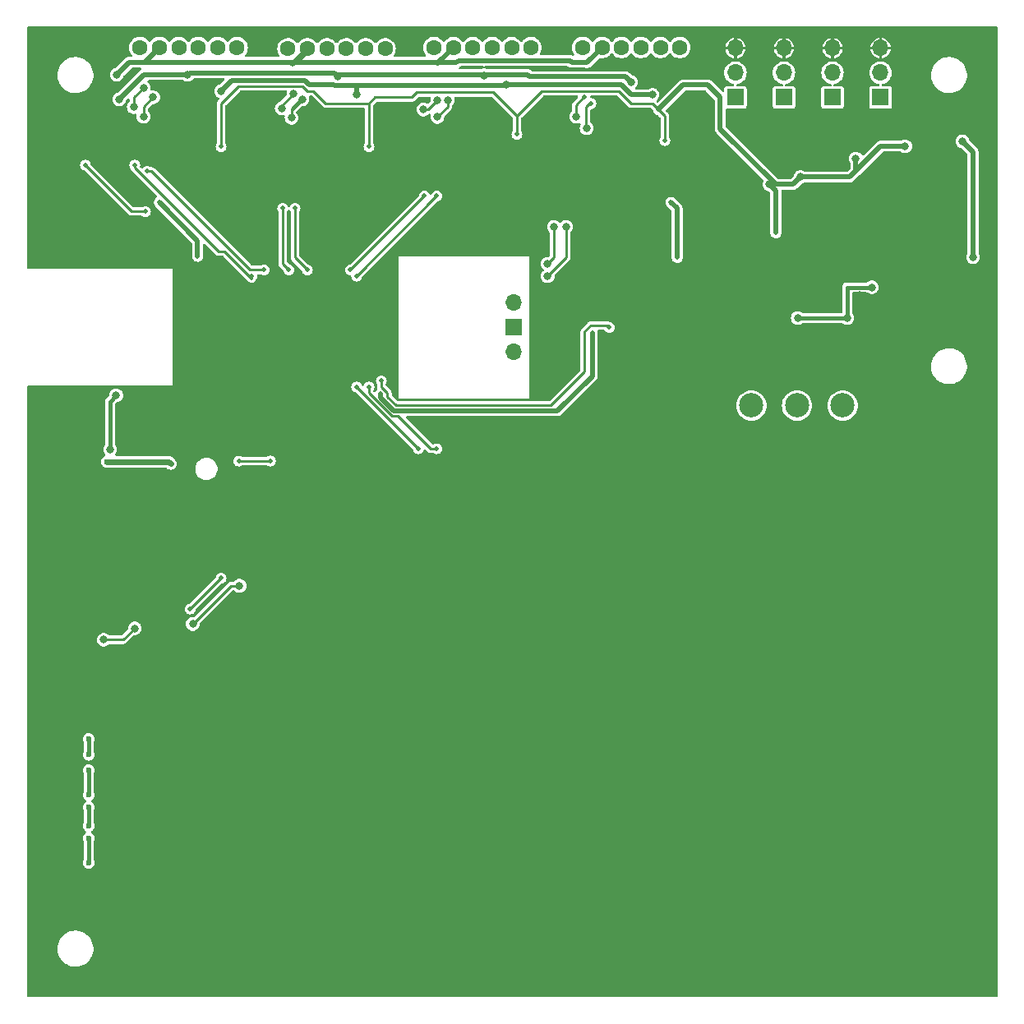
<source format=gbr>
%TF.GenerationSoftware,KiCad,Pcbnew,7.0.2-0*%
%TF.CreationDate,2024-05-31T06:07:32-07:00*%
%TF.ProjectId,version_1,76657273-696f-46e5-9f31-2e6b69636164,rev?*%
%TF.SameCoordinates,Original*%
%TF.FileFunction,Copper,L2,Bot*%
%TF.FilePolarity,Positive*%
%FSLAX46Y46*%
G04 Gerber Fmt 4.6, Leading zero omitted, Abs format (unit mm)*
G04 Created by KiCad (PCBNEW 7.0.2-0) date 2024-05-31 06:07:32*
%MOMM*%
%LPD*%
G01*
G04 APERTURE LIST*
%TA.AperFunction,ComponentPad*%
%ADD10R,1.700000X1.700000*%
%TD*%
%TA.AperFunction,ComponentPad*%
%ADD11O,1.700000X1.700000*%
%TD*%
%TA.AperFunction,ComponentPad*%
%ADD12C,1.600000*%
%TD*%
%TA.AperFunction,ComponentPad*%
%ADD13C,0.630000*%
%TD*%
%TA.AperFunction,SMDPad,CuDef*%
%ADD14R,3.300000X2.600000*%
%TD*%
%TA.AperFunction,ComponentPad*%
%ADD15C,2.500000*%
%TD*%
%TA.AperFunction,ViaPad*%
%ADD16C,0.600000*%
%TD*%
%TA.AperFunction,ViaPad*%
%ADD17C,0.800000*%
%TD*%
%TA.AperFunction,ViaPad*%
%ADD18C,0.500000*%
%TD*%
%TA.AperFunction,Conductor*%
%ADD19C,0.508000*%
%TD*%
%TA.AperFunction,Conductor*%
%ADD20C,0.400000*%
%TD*%
%TA.AperFunction,Conductor*%
%ADD21C,0.250000*%
%TD*%
%TA.AperFunction,Conductor*%
%ADD22C,0.254000*%
%TD*%
%TA.AperFunction,Conductor*%
%ADD23C,0.600000*%
%TD*%
G04 APERTURE END LIST*
D10*
%TO.P,M8,1,PWM*%
%TO.N,/Servo/PWM*%
X107950000Y-27305000D03*
D11*
%TO.P,M8,2,+*%
%TO.N,Net-(M8-+)*%
X107950000Y-24765000D03*
%TO.P,M8,3,-*%
%TO.N,GND*%
X107950000Y-22225000D03*
%TD*%
D12*
%TO.P,CN3,1,1*%
%TO.N,Net-(U16-OUT2)*%
X46902999Y-22296973D03*
%TO.P,CN3,2,2*%
%TO.N,ENC_PWR_G*%
X48902999Y-22296973D03*
%TO.P,CN3,3,3*%
%TO.N,/ENCODER5*%
X50902999Y-22296973D03*
%TO.P,CN3,4,4*%
%TO.N,/ENCODER6*%
X52902999Y-22296973D03*
%TO.P,CN3,5,5*%
%TO.N,ENC_PWR_P*%
X54902999Y-22296973D03*
%TO.P,CN3,6,6*%
%TO.N,Net-(U16-OUT1)*%
X56902999Y-22296973D03*
%TD*%
D13*
%TO.P,U17,9,GND*%
%TO.N,GND*%
X34801000Y-33378973D03*
X36101000Y-33378973D03*
X37401000Y-33378973D03*
D14*
X36101000Y-32728973D03*
D13*
X34801000Y-32078973D03*
X36101000Y-32078973D03*
X37401000Y-32078973D03*
%TD*%
D12*
%TO.P,CN4,1,1*%
%TO.N,Net-(U17-OUT2)*%
X31655000Y-22172973D03*
%TO.P,CN4,2,2*%
%TO.N,ENC_PWR_G*%
X33655000Y-22172973D03*
%TO.P,CN4,3,3*%
%TO.N,/ENCODER7*%
X35655000Y-22172973D03*
%TO.P,CN4,4,4*%
%TO.N,/ENCODER8*%
X37655000Y-22172973D03*
%TO.P,CN4,5,5*%
%TO.N,ENC_PWR_P*%
X39655000Y-22172973D03*
%TO.P,CN4,6,6*%
%TO.N,Net-(U17-OUT1)*%
X41655000Y-22172973D03*
%TD*%
D13*
%TO.P,U16,9,GND*%
%TO.N,GND*%
X50049000Y-33502973D03*
X51349000Y-33502973D03*
X52649000Y-33502973D03*
D14*
X51349000Y-32852973D03*
D13*
X50049000Y-32202973D03*
X51349000Y-32202973D03*
X52649000Y-32202973D03*
%TD*%
%TO.P,U13,9,GND*%
%TO.N,GND*%
X80409000Y-33378973D03*
X81709000Y-33378973D03*
X83009000Y-33378973D03*
D14*
X81709000Y-32728973D03*
D13*
X80409000Y-32078973D03*
X81709000Y-32078973D03*
X83009000Y-32078973D03*
%TD*%
D10*
%TO.P,M6,1,PWM*%
%TO.N,/Untitled Sheet4/PWM*%
X98000000Y-27305000D03*
D11*
%TO.P,M6,2,+*%
%TO.N,Net-(M6-+)*%
X98000000Y-24765000D03*
%TO.P,M6,3,-*%
%TO.N,GND*%
X98000000Y-22225000D03*
%TD*%
D10*
%TO.P,M5,1,PWM*%
%TO.N,/Untitled Sheet7/PWM*%
X93000000Y-27305000D03*
D11*
%TO.P,M5,2,+*%
%TO.N,Net-(M5-+)*%
X93000000Y-24765000D03*
%TO.P,M5,3,-*%
%TO.N,GND*%
X93000000Y-22225000D03*
%TD*%
D12*
%TO.P,CN2,1,1*%
%TO.N,Net-(U15-OUT2)*%
X61942999Y-22188973D03*
%TO.P,CN2,2,2*%
%TO.N,ENC_PWR_G*%
X63942999Y-22188973D03*
%TO.P,CN2,3,3*%
%TO.N,/ENCODER3*%
X65942999Y-22188973D03*
%TO.P,CN2,4,4*%
%TO.N,/ENCODER4*%
X67942999Y-22188973D03*
%TO.P,CN2,5,5*%
%TO.N,ENC_PWR_P*%
X69942999Y-22188973D03*
%TO.P,CN2,6,6*%
%TO.N,Net-(U15-OUT1)*%
X71942999Y-22188973D03*
%TD*%
D13*
%TO.P,U15,9,GND*%
%TO.N,GND*%
X65089000Y-33394973D03*
X66389000Y-33394973D03*
X67689000Y-33394973D03*
D14*
X66389000Y-32744973D03*
D13*
X65089000Y-32094973D03*
X66389000Y-32094973D03*
X67689000Y-32094973D03*
%TD*%
D11*
%TO.P,U1,41,SWCLK*%
%TO.N,unconnected-(U1-SWCLK-Pad41)*%
X70175000Y-53540000D03*
D10*
%TO.P,U1,42,GND*%
%TO.N,unconnected-(U1-GND-Pad42)*%
X70175000Y-51000000D03*
D11*
%TO.P,U1,43,SWDIO*%
%TO.N,unconnected-(U1-SWDIO-Pad43)*%
X70175000Y-48460000D03*
%TD*%
D10*
%TO.P,M7,1,PWM*%
%TO.N,/Servo2/PWM*%
X103000000Y-27305000D03*
D11*
%TO.P,M7,2,+*%
%TO.N,Net-(M7-+)*%
X103000000Y-24765000D03*
%TO.P,M7,3,-*%
%TO.N,GND*%
X103000000Y-22225000D03*
%TD*%
D15*
%TO.P,U2,1,1*%
%TO.N,Net-(F1-Pad1)*%
X104050025Y-59055000D03*
%TO.P,U2,2,2*%
%TO.N,VCC*%
X99350000Y-59055000D03*
%TO.P,U2,3,3*%
%TO.N,unconnected-(U2-Pad3)*%
X94649975Y-59055000D03*
%TD*%
D12*
%TO.P,CN1,1,1*%
%TO.N,Net-(U13-OUT2)*%
X77262999Y-22172973D03*
%TO.P,CN1,2,2*%
%TO.N,ENC_PWR_G*%
X79262999Y-22172973D03*
%TO.P,CN1,3,3*%
%TO.N,/ENCODER1*%
X81262999Y-22172973D03*
%TO.P,CN1,4,4*%
%TO.N,/ENCODER2*%
X83262999Y-22172973D03*
%TO.P,CN1,5,5*%
%TO.N,ENC_PWR_P*%
X85262999Y-22172973D03*
%TO.P,CN1,6,6*%
%TO.N,Net-(U13-OUT1)*%
X87262999Y-22172973D03*
%TD*%
D16*
%TO.N,VCC*%
X26362500Y-103620000D03*
X26362500Y-106160000D03*
X26362500Y-100445000D03*
D17*
X37087552Y-81562449D03*
X41910000Y-77615500D03*
D18*
X86360000Y-38100000D03*
D16*
X26362500Y-96635000D03*
X26362500Y-95024500D03*
X26362500Y-93425500D03*
D17*
X69421014Y-26035000D03*
X40005000Y-26670000D03*
D18*
X86995000Y-43815000D03*
D16*
X26362500Y-102350000D03*
D17*
X84455000Y-27042973D03*
D16*
X26362500Y-99175000D03*
D17*
X53975000Y-27042973D03*
%TO.N,GND*%
X52705000Y-71755000D03*
X82550000Y-61637973D03*
X80645000Y-58325000D03*
X75565000Y-72390000D03*
D18*
X105410000Y-57150000D03*
D17*
X85725000Y-105410000D03*
X50800000Y-71755000D03*
X84455000Y-60367973D03*
X97790000Y-117475000D03*
D18*
X118745000Y-51435000D03*
D17*
X88265000Y-61637973D03*
X85725000Y-103505000D03*
X97155000Y-86995000D03*
X88265000Y-56515000D03*
X45720000Y-71755000D03*
X97155000Y-68580000D03*
X89535000Y-117475000D03*
D18*
X38100000Y-38735000D03*
D17*
X74295000Y-82550000D03*
X68580000Y-38100000D03*
X74295000Y-97790000D03*
X84455000Y-56515000D03*
X100330000Y-117475000D03*
X37465000Y-117475000D03*
X61595000Y-100330000D03*
D18*
X112395000Y-45085000D03*
D17*
X45482500Y-31115000D03*
X21927500Y-93345000D03*
X85725000Y-85090000D03*
X28575000Y-21590000D03*
X80645000Y-117475000D03*
X21292500Y-109220000D03*
X86360000Y-58462973D03*
X97155000Y-80010000D03*
X40005000Y-117475000D03*
X61595000Y-104775000D03*
X95885000Y-117475000D03*
X96520000Y-100965000D03*
X34925000Y-117475000D03*
X115297500Y-47498500D03*
X74295000Y-85090000D03*
X97155000Y-75565000D03*
X48260000Y-117475000D03*
X21292500Y-95250000D03*
X62230000Y-85090000D03*
X86360000Y-60367973D03*
X74295000Y-102870000D03*
X21927500Y-107200237D03*
X21590000Y-33020000D03*
X85725000Y-100965000D03*
D18*
X24130000Y-85725000D03*
D17*
X40005000Y-50165000D03*
X118110000Y-59690000D03*
X40005000Y-52705000D03*
X42545000Y-56515000D03*
X64135000Y-117475000D03*
X82550000Y-60367973D03*
X21292500Y-97155000D03*
X29845000Y-33020000D03*
X22562500Y-94500237D03*
X88265000Y-58462973D03*
X27305000Y-43815000D03*
X86995000Y-117475000D03*
X88265000Y-60367973D03*
X40005000Y-54610000D03*
X61595000Y-97790000D03*
X26670000Y-57785000D03*
X22562500Y-97675237D03*
X80645000Y-59595000D03*
X84455000Y-58462973D03*
X21292500Y-102870000D03*
X24765000Y-71185000D03*
X85725000Y-86995000D03*
X21292500Y-99060000D03*
X45085000Y-27940000D03*
X112395000Y-59055000D03*
D18*
X93345000Y-35560000D03*
D17*
X80645000Y-56420000D03*
D18*
X118745000Y-29210000D03*
D17*
X97155000Y-85090000D03*
X22362500Y-98700000D03*
X96520000Y-98425000D03*
X85725000Y-98425000D03*
X85725000Y-82550000D03*
X107950000Y-43815000D03*
X73660000Y-117475000D03*
X105137500Y-45593500D03*
X21590000Y-81915000D03*
X21292500Y-111125000D03*
X92075000Y-117475000D03*
X22562500Y-103390237D03*
D18*
X33020000Y-32385000D03*
D17*
X66675000Y-117475000D03*
X61595000Y-102870000D03*
X50800000Y-117475000D03*
X55880000Y-37465000D03*
X62230000Y-80010000D03*
X66675000Y-64135000D03*
D18*
X40005000Y-37465000D03*
D16*
X24755000Y-78204763D03*
D17*
X48989500Y-38100000D03*
X40005000Y-47625000D03*
X115873000Y-36904973D03*
X84455000Y-61637973D03*
X74295000Y-80010000D03*
X22362500Y-101700000D03*
X85725000Y-51435000D03*
X74915500Y-28321000D03*
X114935000Y-60960000D03*
X22225000Y-28575000D03*
X102870000Y-117475000D03*
X62230000Y-86995000D03*
X75565000Y-67310000D03*
X85725000Y-80010000D03*
X96520000Y-105410000D03*
X92710000Y-48260000D03*
D18*
X90929252Y-37151626D03*
D17*
X83820000Y-38100000D03*
X22562500Y-111010237D03*
X92710000Y-50800000D03*
X78105000Y-117475000D03*
X75565000Y-69850000D03*
X22860000Y-71185000D03*
X48260000Y-71755000D03*
X86360000Y-61637973D03*
X21292500Y-105410000D03*
X80645000Y-61500000D03*
X79349500Y-36670819D03*
X82550000Y-58462973D03*
D18*
X29210000Y-29845000D03*
D17*
X59690000Y-117475000D03*
D18*
X105410000Y-41910000D03*
D17*
X85090000Y-117475000D03*
X45482500Y-33655000D03*
X53340000Y-117475000D03*
X74295000Y-86995000D03*
D18*
X22225000Y-30480000D03*
D17*
X97155000Y-82550000D03*
X24042316Y-57758725D03*
X21292500Y-100330000D03*
X97155000Y-73660000D03*
X75565000Y-74295000D03*
X62230000Y-82550000D03*
X22362500Y-95700000D03*
X61595000Y-117475000D03*
D18*
X90805000Y-31115000D03*
D17*
X21590000Y-36195000D03*
X74295000Y-100330000D03*
X22362500Y-105700000D03*
X64029500Y-36686819D03*
X74295000Y-104775000D03*
X75565000Y-117475000D03*
X21292500Y-107950000D03*
D18*
X90704500Y-34163000D03*
D17*
X53975000Y-64135000D03*
X46355000Y-117475000D03*
X86360000Y-56515000D03*
D18*
X91440000Y-38100000D03*
D17*
X27940000Y-85090000D03*
X26670000Y-71185000D03*
D18*
X110490000Y-40005000D03*
D17*
X22362500Y-109700000D03*
X33020000Y-117475000D03*
X97155000Y-71120000D03*
X105772500Y-47663000D03*
X96520000Y-103505000D03*
D18*
X112395000Y-29210000D03*
D17*
X82550000Y-56515000D03*
%TO.N,+5V*%
X110490000Y-32332973D03*
X96520000Y-36275500D03*
X116381000Y-31824973D03*
D18*
X85725000Y-31750000D03*
X70485000Y-31115000D03*
X97155000Y-41275000D03*
X40005000Y-32385000D03*
D17*
X99695000Y-35507973D03*
X117475000Y-43762973D03*
D18*
X55245000Y-32385000D03*
D17*
X105410000Y-33602973D03*
D18*
%TO.N,+3.3V*%
X26035000Y-34290000D03*
D17*
X28575000Y-63565000D03*
D18*
X32222573Y-39058849D03*
D17*
X29210000Y-58000000D03*
%TO.N,/ENCODER2*%
X73660000Y-45720000D03*
X77672388Y-30480000D03*
X75565000Y-40640000D03*
D18*
X78105000Y-27940000D03*
D17*
%TO.N,/ENCODER1*%
X76613041Y-29297545D03*
D18*
X77470000Y-27305000D03*
D17*
X73660000Y-44450000D03*
X74295000Y-40640000D03*
D18*
%TO.N,/ENCODER4*%
X62230000Y-63500000D03*
X62230000Y-37465000D03*
D17*
X63356502Y-27576413D03*
D18*
X53975000Y-45720000D03*
D17*
X62303000Y-29312973D03*
D18*
X55245000Y-57150000D03*
%TO.N,/ENCODER3*%
X53340000Y-45085000D03*
D17*
X62303000Y-27576413D03*
D18*
X60325000Y-63500000D03*
X53975000Y-57150000D03*
X60960000Y-37465000D03*
D17*
X60862209Y-28549686D03*
%TO.N,/ENCODER6*%
X48386408Y-27499802D03*
D18*
X48895000Y-45085000D03*
D17*
X47263000Y-29420973D03*
D18*
X47625000Y-38735000D03*
%TO.N,/ENCODER5*%
X46990000Y-45085000D03*
X46355000Y-38735000D03*
D17*
X47487458Y-26950473D03*
X46263000Y-28420973D03*
D18*
%TO.N,/ENCODER8*%
X44450000Y-45085000D03*
D17*
X32015000Y-29296973D03*
D18*
X32385000Y-34925000D03*
D17*
X33015000Y-27296973D03*
D18*
%TO.N,/ENCODER7*%
X31115000Y-34290000D03*
D17*
X32015000Y-26296973D03*
D18*
X43180000Y-45720000D03*
D17*
X31015000Y-28296973D03*
D18*
%TO.N,/PWM_CS*%
X45085000Y-64770000D03*
X41842500Y-64770000D03*
%TO.N,Net-(U1-GPIO28_ADC2)*%
X80010000Y-51000000D03*
X56515000Y-56515000D03*
D16*
%TO.N,Net-(U1-GPIO4)*%
X28246500Y-64835000D03*
X34825000Y-65060000D03*
D17*
%TO.N,/SCL*%
X27940000Y-83185000D03*
X31115000Y-82000000D03*
%TO.N,Net-(U4-SW)*%
X107042500Y-46863500D03*
X104502500Y-50038500D03*
X99422500Y-50038500D03*
%TO.N,ENC_PWR_G*%
X29273000Y-24966973D03*
%TO.N,ENC_PWR_P*%
X52060000Y-25135473D03*
X29527000Y-27506973D03*
X67110000Y-25021973D03*
X36575000Y-24966971D03*
X82247000Y-25728973D03*
D18*
%TO.N,1S*%
X36830000Y-80010000D03*
X40005000Y-76835000D03*
%TO.N,Net-(D5-A)*%
X33655000Y-38100000D03*
X37595454Y-43684546D03*
X78236160Y-51566160D03*
X56455682Y-57844318D03*
%TD*%
D19*
%TO.N,VCC*%
X41140028Y-25534972D02*
X40005000Y-26670000D01*
X69413041Y-26042973D02*
X69421014Y-26035000D01*
D20*
X26362500Y-106160000D02*
X26362500Y-103620000D01*
X26362500Y-95024500D02*
X26362500Y-93425500D01*
D19*
X51616466Y-25954146D02*
X49076466Y-25954146D01*
X86995000Y-43815000D02*
X86995000Y-38735000D01*
X48657292Y-25534972D02*
X41140028Y-25534972D01*
X53975000Y-26067973D02*
X53975000Y-27042973D01*
X49076466Y-25954146D02*
X48657292Y-25534972D01*
D21*
X41910000Y-77615500D02*
X41034500Y-77615500D01*
D19*
X54000000Y-26042973D02*
X69413041Y-26042973D01*
X84455000Y-27042973D02*
X82228739Y-27042973D01*
D20*
X26362500Y-99175000D02*
X26362500Y-96635000D01*
D19*
X86995000Y-38735000D02*
X86360000Y-38100000D01*
X54000000Y-26042973D02*
X53975000Y-26067973D01*
X54000000Y-26042973D02*
X51705293Y-26042973D01*
D21*
X41034500Y-77615500D02*
X37087552Y-81562449D01*
D19*
X51705293Y-26042973D02*
X51616466Y-25954146D01*
X81220766Y-26035000D02*
X69421014Y-26035000D01*
D20*
X26362500Y-102350000D02*
X26362500Y-100445000D01*
D19*
X82228739Y-27042973D02*
X81220766Y-26035000D01*
%TO.N,+5V*%
X107950000Y-32332973D02*
X110490000Y-32332973D01*
X91440000Y-30560500D02*
X91440000Y-27305000D01*
D22*
X68070913Y-26795913D02*
X60199087Y-26795913D01*
X48394473Y-26169473D02*
X41775527Y-26169473D01*
X70485000Y-29210000D02*
X68580000Y-27305000D01*
X70485000Y-31115000D02*
X70485000Y-29210000D01*
X73017527Y-26677473D02*
X80965213Y-26677473D01*
D19*
X99695000Y-35507973D02*
X98927473Y-36275500D01*
D22*
X49530707Y-26670000D02*
X48895000Y-26670000D01*
X84455000Y-27940000D02*
X85090000Y-28575000D01*
X40005000Y-27940000D02*
X40005000Y-32385000D01*
D19*
X117475000Y-32918973D02*
X116381000Y-31824973D01*
X117475000Y-43762973D02*
X117475000Y-32918973D01*
D22*
X70485000Y-29210000D02*
X73017527Y-26677473D01*
D19*
X97155000Y-41275000D02*
X97155000Y-36910500D01*
D22*
X48895000Y-26670000D02*
X48394473Y-26169473D01*
D19*
X98927473Y-36275500D02*
X97155000Y-36275500D01*
D22*
X85725000Y-29210000D02*
X85725000Y-31750000D01*
D19*
X97155000Y-36275500D02*
X96520000Y-36275500D01*
X99695000Y-35507973D02*
X104775000Y-35507973D01*
X104775000Y-35507973D02*
X105410000Y-34872973D01*
X97155000Y-36275500D02*
X91440000Y-30560500D01*
D22*
X68580000Y-27305000D02*
X68070913Y-26795913D01*
D19*
X105410000Y-34872973D02*
X107950000Y-32332973D01*
D22*
X80965213Y-26677473D02*
X82227740Y-27940000D01*
D19*
X90170000Y-26035000D02*
X87630000Y-26035000D01*
D22*
X55245000Y-27940000D02*
X50800707Y-27940000D01*
X55880000Y-27305000D02*
X55245000Y-27940000D01*
D19*
X87630000Y-26035000D02*
X85090000Y-28575000D01*
D22*
X50800707Y-27940000D02*
X49530707Y-26670000D01*
X59690000Y-27305000D02*
X55880000Y-27305000D01*
X82227740Y-27940000D02*
X84455000Y-27940000D01*
D19*
X91440000Y-27305000D02*
X90170000Y-26035000D01*
X97155000Y-36910500D02*
X96520000Y-36275500D01*
D22*
X41775527Y-26169473D02*
X40005000Y-27940000D01*
X55245000Y-27940000D02*
X55245000Y-32385000D01*
D19*
X105410000Y-33602973D02*
X105410000Y-34872973D01*
D22*
X85090000Y-28575000D02*
X85725000Y-29210000D01*
X60199087Y-26795913D02*
X59690000Y-27305000D01*
%TO.N,+3.3V*%
X26035000Y-34290000D02*
X30803849Y-39058849D01*
X30803849Y-39058849D02*
X32222573Y-39058849D01*
D20*
X28575000Y-58635000D02*
X29210000Y-58000000D01*
X28575000Y-63565000D02*
X28575000Y-58635000D01*
D22*
%TO.N,/ENCODER2*%
X77979973Y-27940000D02*
X77623000Y-28296973D01*
X75565000Y-43815000D02*
X73660000Y-45720000D01*
X77623000Y-28296973D02*
X77623000Y-30430612D01*
X78105000Y-27940000D02*
X77979973Y-27940000D01*
X75565000Y-40640000D02*
X75565000Y-43815000D01*
X77623000Y-30430612D02*
X77672388Y-30480000D01*
%TO.N,/ENCODER1*%
X74295000Y-43815000D02*
X73660000Y-44450000D01*
X76613041Y-28073271D02*
X77381312Y-27305000D01*
X77381312Y-27305000D02*
X77470000Y-27305000D01*
X76613041Y-28073271D02*
X76613041Y-29297545D01*
X74295000Y-40640000D02*
X74295000Y-43815000D01*
%TO.N,/ENCODER4*%
X62303000Y-29312973D02*
X63356503Y-28259470D01*
X61595000Y-63500000D02*
X62230000Y-63500000D01*
X63356503Y-28259470D02*
X63356503Y-27576413D01*
X58215802Y-60120802D02*
X61595000Y-63500000D01*
X55245000Y-57150000D02*
X55245000Y-57759952D01*
X55245000Y-57759952D02*
X57605850Y-60120802D01*
X62230000Y-37465000D02*
X53975000Y-45720000D01*
X57605850Y-60120802D02*
X58215802Y-60120802D01*
%TO.N,/ENCODER3*%
X61329727Y-28549686D02*
X62303000Y-27576413D01*
X53975000Y-57150000D02*
X60325000Y-63500000D01*
X60960000Y-37465000D02*
X53340000Y-45085000D01*
X60862209Y-28549686D02*
X61329727Y-28549686D01*
%TO.N,/ENCODER6*%
X47263000Y-28420973D02*
X47263000Y-29420973D01*
X47625000Y-43815000D02*
X48895000Y-45085000D01*
X47263000Y-29420973D02*
X47263000Y-28623207D01*
X48263000Y-27420973D02*
X47263000Y-28420973D01*
X47625000Y-38735000D02*
X47625000Y-43815000D01*
X47263000Y-28623207D02*
X48386406Y-27499801D01*
%TO.N,/ENCODER5*%
X46263000Y-28174931D02*
X47487458Y-26950473D01*
X46355000Y-38735000D02*
X46355000Y-44450000D01*
X46355000Y-44450000D02*
X46990000Y-45085000D01*
X46263000Y-28420973D02*
X46263000Y-28174931D01*
%TO.N,/ENCODER8*%
X43008602Y-45085000D02*
X44450000Y-45085000D01*
X32848602Y-34925000D02*
X43008602Y-45085000D01*
X32385000Y-34925000D02*
X32848602Y-34925000D01*
X32015000Y-28296973D02*
X32015000Y-29296973D01*
X33015000Y-27296973D02*
X32015000Y-28296973D01*
%TO.N,/ENCODER7*%
X31015000Y-27296973D02*
X31015000Y-28296973D01*
X31115000Y-34290000D02*
X31115000Y-34547369D01*
X39747631Y-43180000D02*
X40385182Y-43180000D01*
X32015000Y-26296973D02*
X31015000Y-27296973D01*
X43180000Y-45974818D02*
X43180000Y-45720000D01*
X40385182Y-43180000D02*
X43180000Y-45974818D01*
X31115000Y-34547369D02*
X39747631Y-43180000D01*
%TO.N,/PWM_CS*%
X45085000Y-64770000D02*
X41842500Y-64770000D01*
%TO.N,Net-(U1-GPIO28_ADC2)*%
X77470000Y-51435000D02*
X78105000Y-50800000D01*
X56515000Y-57150000D02*
X57150000Y-57785000D01*
X57150000Y-58157680D02*
X58047320Y-59055000D01*
X58047320Y-59055000D02*
X73977500Y-59055000D01*
X57150000Y-57785000D02*
X57150000Y-58157680D01*
X79810000Y-50800000D02*
X80010000Y-51000000D01*
X73977500Y-59055000D02*
X77470000Y-55562500D01*
X56515000Y-56515000D02*
X56515000Y-57150000D01*
X77470000Y-55562500D02*
X77470000Y-51435000D01*
X78105000Y-50800000D02*
X79810000Y-50800000D01*
D23*
%TO.N,Net-(U1-GPIO4)*%
X34825000Y-65060000D02*
X34600000Y-64835000D01*
X34600000Y-64835000D02*
X28246500Y-64835000D01*
D22*
%TO.N,/SCL*%
X29930000Y-83185000D02*
X31115000Y-82000000D01*
X27940000Y-83185000D02*
X29930000Y-83185000D01*
D20*
%TO.N,Net-(U4-SW)*%
X104502500Y-50038500D02*
X99422500Y-50038500D01*
X104502500Y-46863500D02*
X104502500Y-50038500D01*
X107042500Y-46863500D02*
X104502500Y-46863500D01*
D19*
%TO.N,ENC_PWR_G*%
X30543000Y-23696973D02*
X29527000Y-24712973D01*
X47783000Y-23696973D02*
X31051000Y-23696973D01*
X47379000Y-23820973D02*
X47347000Y-23852973D01*
X64449373Y-23508600D02*
X75962627Y-23508600D01*
X49275000Y-22172973D02*
X47751000Y-23696973D01*
X62355000Y-23712973D02*
X60831000Y-23712973D01*
X62419000Y-23712973D02*
X62387000Y-23744973D01*
X62387000Y-23744973D02*
X62355000Y-23712973D01*
X63943000Y-22188973D02*
X62387000Y-23744973D01*
X79263000Y-22172973D02*
X77707000Y-23728973D01*
X75962627Y-23508600D02*
X76151000Y-23696973D01*
X62340000Y-23807973D02*
X62451000Y-23696973D01*
X62451000Y-23696973D02*
X64261000Y-23696973D01*
X62419000Y-23712973D02*
X62387000Y-23744973D01*
X63943000Y-22188973D02*
X62387000Y-23744973D01*
X47347000Y-23852973D02*
X47315000Y-23820973D01*
X32067000Y-23696973D02*
X30543000Y-23696973D01*
X29527000Y-24712973D02*
X29273000Y-24966973D01*
X48903000Y-22296973D02*
X47347000Y-23852973D01*
X33655000Y-22172973D02*
X32099000Y-23728973D01*
X62355000Y-23712973D02*
X60831000Y-23712973D01*
X64261000Y-23696973D02*
X64449373Y-23508600D01*
X79263000Y-22172973D02*
X77707000Y-23728973D01*
X62229000Y-23696973D02*
X47751000Y-23696973D01*
X48903000Y-22296973D02*
X47347000Y-23852973D01*
X47347000Y-23852973D02*
X47315000Y-23820973D01*
X62340000Y-23807973D02*
X62229000Y-23696973D01*
X47379000Y-23820973D02*
X47347000Y-23852973D01*
X62387000Y-23744973D02*
X62355000Y-23712973D01*
X77675000Y-23696973D02*
X76151000Y-23696973D01*
%TO.N,ENC_PWR_P*%
X51697998Y-24773471D02*
X52060000Y-25135473D01*
X32067002Y-24966971D02*
X36575000Y-24966971D01*
X81961500Y-25443473D02*
X82247000Y-25728973D01*
X67079000Y-25021973D02*
X67110000Y-25021973D01*
X36575000Y-24966973D02*
X36768502Y-24773471D01*
X52228500Y-24966973D02*
X52060000Y-25135473D01*
X36768502Y-24773471D02*
X51697998Y-24773471D01*
X71595000Y-24966973D02*
X52228500Y-24966973D01*
X29527000Y-27506973D02*
X32067002Y-24966971D01*
X82247000Y-25728973D02*
X81675000Y-25156973D01*
X81675000Y-25156973D02*
X71785000Y-25156973D01*
X71785000Y-25156973D02*
X71595000Y-24966973D01*
D22*
%TO.N,1S*%
X40005000Y-76835000D02*
X36830000Y-80010000D01*
D19*
%TO.N,Net-(D5-A)*%
X57826585Y-59587901D02*
X56455682Y-58216998D01*
X37595454Y-42040454D02*
X37595454Y-43684546D01*
X56455682Y-58216998D02*
X56455682Y-57844318D01*
X74659419Y-59587901D02*
X57826585Y-59587901D01*
X33655000Y-38100000D02*
X37595454Y-42040454D01*
X78236160Y-51566160D02*
X78236160Y-56011160D01*
X78236160Y-56011160D02*
X74659419Y-59587901D01*
%TD*%
%TA.AperFunction,Conductor*%
%TO.N,GND*%
G36*
X119941621Y-20020502D02*
G01*
X119988114Y-20074158D01*
X119999500Y-20126500D01*
X119999500Y-119873500D01*
X119979498Y-119941621D01*
X119925842Y-119988114D01*
X119873500Y-119999500D01*
X20126500Y-119999500D01*
X20058379Y-119979498D01*
X20011886Y-119925842D01*
X20000500Y-119873500D01*
X20000500Y-115067766D01*
X23145787Y-115067766D01*
X23175413Y-115337015D01*
X23175414Y-115337018D01*
X23243928Y-115599088D01*
X23349870Y-115848390D01*
X23490982Y-116079610D01*
X23664255Y-116287820D01*
X23664256Y-116287821D01*
X23664258Y-116287823D01*
X23865993Y-116468578D01*
X23865995Y-116468579D01*
X23865998Y-116468582D01*
X24091910Y-116618044D01*
X24224104Y-116680014D01*
X24337171Y-116733018D01*
X24337173Y-116733018D01*
X24337176Y-116733020D01*
X24596569Y-116811060D01*
X24596572Y-116811060D01*
X24596574Y-116811061D01*
X24864558Y-116850500D01*
X24864561Y-116850500D01*
X25065330Y-116850500D01*
X25067631Y-116850500D01*
X25270156Y-116835677D01*
X25534553Y-116776780D01*
X25787558Y-116680014D01*
X26023777Y-116547441D01*
X26238177Y-116381888D01*
X26426186Y-116186881D01*
X26583799Y-115966579D01*
X26707656Y-115725675D01*
X26795118Y-115469305D01*
X26844319Y-115202933D01*
X26854212Y-114932235D01*
X26824586Y-114662982D01*
X26756072Y-114400912D01*
X26650130Y-114151610D01*
X26509018Y-113920390D01*
X26335745Y-113712180D01*
X26230759Y-113618112D01*
X26134006Y-113531421D01*
X26134003Y-113531419D01*
X26134002Y-113531418D01*
X25908090Y-113381956D01*
X25908086Y-113381954D01*
X25662828Y-113266981D01*
X25403425Y-113188938D01*
X25135442Y-113149500D01*
X25135439Y-113149500D01*
X24932369Y-113149500D01*
X24930099Y-113149666D01*
X24930075Y-113149667D01*
X24729839Y-113164323D01*
X24465449Y-113223219D01*
X24212441Y-113319985D01*
X23976225Y-113452557D01*
X23761820Y-113618114D01*
X23573815Y-113813117D01*
X23416200Y-114033422D01*
X23292342Y-114274328D01*
X23204882Y-114530693D01*
X23155681Y-114797065D01*
X23145787Y-115067766D01*
X20000500Y-115067766D01*
X20000500Y-106160000D01*
X25751977Y-106160000D01*
X25772779Y-106318014D01*
X25833772Y-106465263D01*
X25930794Y-106591705D01*
X26057236Y-106688727D01*
X26057237Y-106688727D01*
X26057238Y-106688728D01*
X26204485Y-106749720D01*
X26362500Y-106770523D01*
X26520515Y-106749720D01*
X26667762Y-106688728D01*
X26794205Y-106591705D01*
X26891228Y-106465262D01*
X26952220Y-106318015D01*
X26973023Y-106160000D01*
X26952220Y-106001985D01*
X26891228Y-105854739D01*
X26891226Y-105854737D01*
X26884880Y-105839415D01*
X26886360Y-105838801D01*
X26868236Y-105791912D01*
X26867800Y-105781435D01*
X26867800Y-103998565D01*
X26887802Y-103930444D01*
X26890915Y-103926016D01*
X26891226Y-103925263D01*
X26891228Y-103925262D01*
X26952220Y-103778015D01*
X26973023Y-103620000D01*
X26952220Y-103461985D01*
X26891228Y-103314739D01*
X26794205Y-103188295D01*
X26667762Y-103091272D01*
X26659539Y-103084962D01*
X26617672Y-103027624D01*
X26613450Y-102956754D01*
X26648214Y-102894851D01*
X26659539Y-102885038D01*
X26688865Y-102862535D01*
X26794205Y-102781705D01*
X26891228Y-102655262D01*
X26952220Y-102508015D01*
X26973023Y-102350000D01*
X26952220Y-102191985D01*
X26891228Y-102044739D01*
X26891226Y-102044737D01*
X26884880Y-102029415D01*
X26886360Y-102028801D01*
X26868236Y-101981912D01*
X26867800Y-101971435D01*
X26867800Y-100823565D01*
X26887802Y-100755444D01*
X26890915Y-100751016D01*
X26891226Y-100750263D01*
X26891228Y-100750262D01*
X26952220Y-100603015D01*
X26973023Y-100445000D01*
X26952220Y-100286985D01*
X26891228Y-100139739D01*
X26794205Y-100013295D01*
X26667762Y-99916272D01*
X26659539Y-99909962D01*
X26617672Y-99852624D01*
X26613450Y-99781754D01*
X26648214Y-99719851D01*
X26659539Y-99710038D01*
X26688865Y-99687535D01*
X26794205Y-99606705D01*
X26891228Y-99480262D01*
X26952220Y-99333015D01*
X26973023Y-99175000D01*
X26952220Y-99016985D01*
X26891228Y-98869739D01*
X26891226Y-98869737D01*
X26884880Y-98854415D01*
X26886360Y-98853801D01*
X26868236Y-98806912D01*
X26867800Y-98796435D01*
X26867800Y-97013565D01*
X26887802Y-96945444D01*
X26890915Y-96941016D01*
X26891226Y-96940263D01*
X26891228Y-96940262D01*
X26952220Y-96793015D01*
X26973023Y-96635000D01*
X26952220Y-96476985D01*
X26891228Y-96329739D01*
X26794205Y-96203295D01*
X26794203Y-96203293D01*
X26794202Y-96203292D01*
X26667763Y-96106272D01*
X26520514Y-96045279D01*
X26383302Y-96027215D01*
X26362500Y-96024477D01*
X26362499Y-96024477D01*
X26204485Y-96045279D01*
X26057239Y-96106271D01*
X25930795Y-96203295D01*
X25833771Y-96329739D01*
X25772779Y-96476985D01*
X25751977Y-96635000D01*
X25772779Y-96793014D01*
X25840120Y-96955588D01*
X25838638Y-96956201D01*
X25856763Y-97003076D01*
X25857200Y-97013565D01*
X25857200Y-98796435D01*
X25837198Y-98864556D01*
X25834086Y-98868981D01*
X25772779Y-99016987D01*
X25751977Y-99175000D01*
X25772779Y-99333014D01*
X25833772Y-99480263D01*
X25930794Y-99606705D01*
X26065460Y-99710038D01*
X26107327Y-99767376D01*
X26111549Y-99838247D01*
X26076785Y-99900150D01*
X26065460Y-99909962D01*
X25930797Y-100013292D01*
X25833771Y-100139739D01*
X25772779Y-100286985D01*
X25751977Y-100445000D01*
X25772779Y-100603014D01*
X25840120Y-100765588D01*
X25838638Y-100766201D01*
X25856763Y-100813076D01*
X25857200Y-100823565D01*
X25857200Y-101971435D01*
X25837198Y-102039556D01*
X25834086Y-102043981D01*
X25772779Y-102191987D01*
X25751977Y-102349999D01*
X25772779Y-102508014D01*
X25833772Y-102655263D01*
X25930794Y-102781705D01*
X26065460Y-102885038D01*
X26107327Y-102942376D01*
X26111549Y-103013247D01*
X26076785Y-103075150D01*
X26065460Y-103084962D01*
X25930797Y-103188292D01*
X25833771Y-103314739D01*
X25772779Y-103461985D01*
X25751977Y-103620000D01*
X25772779Y-103778014D01*
X25840120Y-103940588D01*
X25838638Y-103941201D01*
X25856763Y-103988076D01*
X25857200Y-103998565D01*
X25857200Y-105781435D01*
X25837198Y-105849556D01*
X25834086Y-105853981D01*
X25772779Y-106001987D01*
X25751977Y-106160000D01*
X20000500Y-106160000D01*
X20000500Y-95024500D01*
X25751977Y-95024500D01*
X25772779Y-95182514D01*
X25833772Y-95329763D01*
X25930794Y-95456205D01*
X26057236Y-95553227D01*
X26057237Y-95553227D01*
X26057238Y-95553228D01*
X26204485Y-95614220D01*
X26362500Y-95635023D01*
X26520515Y-95614220D01*
X26667762Y-95553228D01*
X26794205Y-95456205D01*
X26891228Y-95329762D01*
X26952220Y-95182515D01*
X26973023Y-95024500D01*
X26952220Y-94866485D01*
X26891228Y-94719239D01*
X26891226Y-94719237D01*
X26884880Y-94703915D01*
X26886360Y-94703301D01*
X26868236Y-94656412D01*
X26867800Y-94645935D01*
X26867800Y-93804065D01*
X26887802Y-93735944D01*
X26890915Y-93731516D01*
X26891226Y-93730763D01*
X26891228Y-93730762D01*
X26952220Y-93583515D01*
X26973023Y-93425500D01*
X26952220Y-93267485D01*
X26891228Y-93120239D01*
X26794205Y-92993795D01*
X26794203Y-92993793D01*
X26794202Y-92993792D01*
X26667763Y-92896772D01*
X26520514Y-92835779D01*
X26383301Y-92817715D01*
X26362500Y-92814977D01*
X26362499Y-92814977D01*
X26204485Y-92835779D01*
X26057239Y-92896771D01*
X25930795Y-92993795D01*
X25833771Y-93120239D01*
X25772779Y-93267485D01*
X25751977Y-93425499D01*
X25772779Y-93583514D01*
X25840120Y-93746088D01*
X25838638Y-93746701D01*
X25856763Y-93793576D01*
X25857200Y-93804065D01*
X25857200Y-94645935D01*
X25837198Y-94714056D01*
X25834086Y-94718481D01*
X25772779Y-94866487D01*
X25751977Y-95024500D01*
X20000500Y-95024500D01*
X20000500Y-83185000D01*
X27229520Y-83185000D01*
X27250164Y-83355027D01*
X27310899Y-83515174D01*
X27310900Y-83515176D01*
X27310901Y-83515177D01*
X27408198Y-83656135D01*
X27536401Y-83769714D01*
X27688060Y-83849310D01*
X27854361Y-83890300D01*
X27854363Y-83890300D01*
X28025637Y-83890300D01*
X28025639Y-83890300D01*
X28191940Y-83849310D01*
X28343599Y-83769714D01*
X28471802Y-83656135D01*
X28471802Y-83656134D01*
X28479869Y-83648988D01*
X28544122Y-83618787D01*
X28563423Y-83617300D01*
X29898647Y-83617300D01*
X29912754Y-83618092D01*
X29946347Y-83621877D01*
X30000116Y-83611703D01*
X30004729Y-83610919D01*
X30058862Y-83602760D01*
X30058862Y-83602759D01*
X30065316Y-83601787D01*
X30068626Y-83600697D01*
X30074390Y-83597650D01*
X30074392Y-83597650D01*
X30122787Y-83572071D01*
X30126949Y-83569970D01*
X30176274Y-83546218D01*
X30176276Y-83546215D01*
X30182142Y-83543391D01*
X30185001Y-83541363D01*
X30189605Y-83536758D01*
X30189608Y-83536757D01*
X30228336Y-83498027D01*
X30231675Y-83494811D01*
X30271803Y-83457579D01*
X30271804Y-83457576D01*
X30276570Y-83453155D01*
X30287652Y-83438711D01*
X30984161Y-82742202D01*
X31046471Y-82708179D01*
X31073254Y-82705300D01*
X31200637Y-82705300D01*
X31200639Y-82705300D01*
X31366940Y-82664310D01*
X31518599Y-82584714D01*
X31646802Y-82471135D01*
X31744099Y-82330177D01*
X31804835Y-82170029D01*
X31825480Y-82000000D01*
X31804835Y-81829971D01*
X31744099Y-81669823D01*
X31669983Y-81562448D01*
X36377072Y-81562448D01*
X36397716Y-81732476D01*
X36458451Y-81892623D01*
X36458452Y-81892625D01*
X36458453Y-81892626D01*
X36555750Y-82033584D01*
X36683953Y-82147163D01*
X36835612Y-82226759D01*
X37001913Y-82267749D01*
X37001915Y-82267749D01*
X37173189Y-82267749D01*
X37173191Y-82267749D01*
X37339492Y-82226759D01*
X37491151Y-82147163D01*
X37619354Y-82033584D01*
X37716651Y-81892626D01*
X37777387Y-81732478D01*
X37798032Y-81562449D01*
X37794388Y-81532441D01*
X37806032Y-81462410D01*
X37830371Y-81428164D01*
X41175831Y-78082705D01*
X41238143Y-78048679D01*
X41264926Y-78045800D01*
X41284319Y-78045800D01*
X41352440Y-78065802D01*
X41367873Y-78077488D01*
X41378198Y-78086635D01*
X41506401Y-78200214D01*
X41658060Y-78279810D01*
X41824361Y-78320800D01*
X41824363Y-78320800D01*
X41995637Y-78320800D01*
X41995639Y-78320800D01*
X42161940Y-78279810D01*
X42313599Y-78200214D01*
X42441802Y-78086635D01*
X42539099Y-77945677D01*
X42599835Y-77785529D01*
X42620480Y-77615500D01*
X42599835Y-77445471D01*
X42546769Y-77305546D01*
X42539100Y-77285325D01*
X42525327Y-77265371D01*
X42441802Y-77144365D01*
X42313599Y-77030786D01*
X42313598Y-77030785D01*
X42216759Y-76979961D01*
X42161940Y-76951190D01*
X41995639Y-76910200D01*
X41824361Y-76910200D01*
X41658060Y-76951190D01*
X41658058Y-76951190D01*
X41658058Y-76951191D01*
X41506401Y-77030785D01*
X41367873Y-77153512D01*
X41303620Y-77183713D01*
X41284319Y-77185200D01*
X41065742Y-77185200D01*
X41051635Y-77184408D01*
X41035690Y-77182611D01*
X41018229Y-77180644D01*
X41018228Y-77180644D01*
X40964707Y-77190770D01*
X40960065Y-77191558D01*
X40899795Y-77200642D01*
X40896533Y-77201716D01*
X40842605Y-77230217D01*
X40838403Y-77232338D01*
X40783495Y-77258781D01*
X40780695Y-77260768D01*
X40737588Y-77303874D01*
X40734198Y-77307139D01*
X40689493Y-77348620D01*
X40678446Y-77363016D01*
X37221220Y-80820244D01*
X37158908Y-80854269D01*
X37132125Y-80857149D01*
X37001913Y-80857149D01*
X36835612Y-80898139D01*
X36835610Y-80898139D01*
X36835610Y-80898140D01*
X36683953Y-80977734D01*
X36555751Y-81091312D01*
X36458451Y-81232274D01*
X36397716Y-81392421D01*
X36377072Y-81562448D01*
X31669983Y-81562448D01*
X31646802Y-81528865D01*
X31582098Y-81471542D01*
X31518598Y-81415285D01*
X31442769Y-81375488D01*
X31366940Y-81335690D01*
X31200639Y-81294700D01*
X31029361Y-81294700D01*
X30863060Y-81335690D01*
X30863058Y-81335690D01*
X30863058Y-81335691D01*
X30711401Y-81415285D01*
X30583199Y-81528863D01*
X30485899Y-81669825D01*
X30425164Y-81829972D01*
X30404520Y-81999997D01*
X30407857Y-82027481D01*
X30396210Y-82097516D01*
X30371871Y-82131762D01*
X29787840Y-82715795D01*
X29725527Y-82749820D01*
X29698744Y-82752700D01*
X28563423Y-82752700D01*
X28495302Y-82732698D01*
X28479869Y-82721012D01*
X28343598Y-82600285D01*
X28267769Y-82560487D01*
X28191940Y-82520690D01*
X28025639Y-82479700D01*
X27854361Y-82479700D01*
X27688060Y-82520690D01*
X27688058Y-82520690D01*
X27688058Y-82520691D01*
X27536401Y-82600285D01*
X27408199Y-82713863D01*
X27310899Y-82854825D01*
X27250164Y-83014972D01*
X27229520Y-83185000D01*
X20000500Y-83185000D01*
X20000500Y-80010000D01*
X36269908Y-80010000D01*
X36288992Y-80154961D01*
X36344945Y-80290044D01*
X36344946Y-80290046D01*
X36433955Y-80406045D01*
X36549954Y-80495054D01*
X36685038Y-80551007D01*
X36830000Y-80570092D01*
X36974962Y-80551007D01*
X37110046Y-80495054D01*
X37226045Y-80406045D01*
X37315054Y-80290046D01*
X37371007Y-80154962D01*
X37376735Y-80111450D01*
X37405457Y-80046524D01*
X37412550Y-80038813D01*
X40033803Y-77417560D01*
X40096113Y-77383536D01*
X40106443Y-77381736D01*
X40149962Y-77376007D01*
X40285046Y-77320054D01*
X40401045Y-77231045D01*
X40490054Y-77115046D01*
X40546007Y-76979962D01*
X40565092Y-76835000D01*
X40546007Y-76690038D01*
X40490054Y-76554954D01*
X40401045Y-76438955D01*
X40285046Y-76349946D01*
X40285044Y-76349945D01*
X40149961Y-76293992D01*
X40024083Y-76277420D01*
X40005000Y-76274908D01*
X40004999Y-76274908D01*
X39860038Y-76293992D01*
X39724955Y-76349945D01*
X39608955Y-76438955D01*
X39519945Y-76554955D01*
X39463992Y-76690038D01*
X39458263Y-76733551D01*
X39429539Y-76798478D01*
X39422436Y-76806197D01*
X36801197Y-79427436D01*
X36738885Y-79461462D01*
X36728551Y-79463263D01*
X36685038Y-79468992D01*
X36549955Y-79524945D01*
X36433955Y-79613955D01*
X36344945Y-79729955D01*
X36288992Y-79865038D01*
X36269908Y-80010000D01*
X20000500Y-80010000D01*
X20000500Y-65696597D01*
X37349360Y-65696597D01*
X37388538Y-65906184D01*
X37388539Y-65906185D01*
X37465562Y-66105008D01*
X37577807Y-66286288D01*
X37577808Y-66286289D01*
X37721453Y-66443859D01*
X37891605Y-66572353D01*
X38082471Y-66667392D01*
X38287550Y-66725743D01*
X38363341Y-66732765D01*
X38443749Y-66740217D01*
X38443755Y-66740217D01*
X38446666Y-66740487D01*
X38449579Y-66740487D01*
X38550141Y-66740487D01*
X38553054Y-66740487D01*
X38555965Y-66740217D01*
X38555970Y-66740217D01*
X38611114Y-66735106D01*
X38712170Y-66725743D01*
X38917249Y-66667392D01*
X39108115Y-66572353D01*
X39278267Y-66443859D01*
X39421912Y-66286289D01*
X39534158Y-66105006D01*
X39611181Y-65906185D01*
X39650360Y-65696597D01*
X39650360Y-65483377D01*
X39611181Y-65273789D01*
X39534158Y-65074968D01*
X39534157Y-65074965D01*
X39421912Y-64893685D01*
X39368412Y-64834999D01*
X39309156Y-64769999D01*
X41282408Y-64769999D01*
X41301492Y-64914961D01*
X41333823Y-64993015D01*
X41357446Y-65050046D01*
X41446455Y-65166045D01*
X41562454Y-65255054D01*
X41697538Y-65311007D01*
X41842500Y-65330092D01*
X41987462Y-65311007D01*
X42122546Y-65255054D01*
X42157363Y-65228337D01*
X42223582Y-65202737D01*
X42234067Y-65202300D01*
X44693433Y-65202300D01*
X44761554Y-65222302D01*
X44770128Y-65228331D01*
X44804954Y-65255054D01*
X44940038Y-65311007D01*
X45085000Y-65330092D01*
X45229962Y-65311007D01*
X45365046Y-65255054D01*
X45481045Y-65166045D01*
X45570054Y-65050046D01*
X45626007Y-64914962D01*
X45645092Y-64770000D01*
X45626007Y-64625038D01*
X45570054Y-64489954D01*
X45481045Y-64373955D01*
X45365046Y-64284946D01*
X45365044Y-64284945D01*
X45229961Y-64228992D01*
X45085000Y-64209908D01*
X44940038Y-64228992D01*
X44804954Y-64284945D01*
X44783289Y-64301569D01*
X44770136Y-64311662D01*
X44703918Y-64337263D01*
X44693433Y-64337700D01*
X42234067Y-64337700D01*
X42165946Y-64317698D01*
X42157371Y-64311668D01*
X42122546Y-64284946D01*
X42122545Y-64284945D01*
X41987461Y-64228992D01*
X41842500Y-64209908D01*
X41697538Y-64228992D01*
X41562455Y-64284945D01*
X41446455Y-64373955D01*
X41357445Y-64489955D01*
X41301492Y-64625038D01*
X41282408Y-64769999D01*
X39309156Y-64769999D01*
X39278267Y-64736115D01*
X39131179Y-64625038D01*
X39108117Y-64607622D01*
X38917247Y-64512581D01*
X38712166Y-64454230D01*
X38555970Y-64439756D01*
X38555944Y-64439754D01*
X38553054Y-64439487D01*
X38446666Y-64439487D01*
X38443776Y-64439754D01*
X38443749Y-64439756D01*
X38287553Y-64454230D01*
X38082472Y-64512581D01*
X37891602Y-64607622D01*
X37721454Y-64736114D01*
X37577807Y-64893685D01*
X37465562Y-65074965D01*
X37391283Y-65266705D01*
X37388539Y-65273789D01*
X37349360Y-65483377D01*
X37349360Y-65696597D01*
X20000500Y-65696597D01*
X20000500Y-64834999D01*
X27635977Y-64834999D01*
X27656779Y-64993014D01*
X27717772Y-65140263D01*
X27814794Y-65266705D01*
X27941236Y-65363727D01*
X27941237Y-65363727D01*
X27941238Y-65363728D01*
X28088485Y-65424720D01*
X28246500Y-65445523D01*
X28277984Y-65441378D01*
X28294431Y-65440300D01*
X34291714Y-65440300D01*
X34359835Y-65460302D01*
X34391674Y-65489593D01*
X34393292Y-65491702D01*
X34393293Y-65491703D01*
X34393295Y-65491705D01*
X34425038Y-65516062D01*
X34425041Y-65516065D01*
X34519737Y-65588728D01*
X34519738Y-65588728D01*
X34520104Y-65589009D01*
X34523533Y-65590300D01*
X34666985Y-65649720D01*
X34825000Y-65670523D01*
X34983015Y-65649720D01*
X35130262Y-65588728D01*
X35256705Y-65491705D01*
X35353728Y-65365262D01*
X35414720Y-65218015D01*
X35435523Y-65060000D01*
X35414720Y-64901985D01*
X35371591Y-64797866D01*
X35353728Y-64754738D01*
X35336820Y-64732703D01*
X35281065Y-64660040D01*
X35281054Y-64660027D01*
X35256704Y-64628293D01*
X35231506Y-64608958D01*
X35219116Y-64598092D01*
X35061904Y-64440880D01*
X35051042Y-64428496D01*
X35031705Y-64403295D01*
X34999961Y-64378937D01*
X34999959Y-64378935D01*
X34905262Y-64306272D01*
X34853776Y-64284946D01*
X34814159Y-64268536D01*
X34758013Y-64245279D01*
X34639673Y-64229700D01*
X34639667Y-64229698D01*
X34600001Y-64224476D01*
X34568515Y-64228622D01*
X34552069Y-64229700D01*
X29213267Y-64229700D01*
X29145146Y-64209698D01*
X29098653Y-64156042D01*
X29088549Y-64085768D01*
X29109571Y-64032124D01*
X29176834Y-63934677D01*
X29204099Y-63895177D01*
X29264835Y-63735029D01*
X29285480Y-63565000D01*
X29264835Y-63394971D01*
X29204099Y-63234823D01*
X29106802Y-63093865D01*
X29102604Y-63087783D01*
X29080368Y-63020359D01*
X29080300Y-63016207D01*
X29080300Y-58896492D01*
X29100302Y-58828371D01*
X29117205Y-58807397D01*
X29182397Y-58742205D01*
X29244709Y-58708179D01*
X29271492Y-58705300D01*
X29295637Y-58705300D01*
X29295639Y-58705300D01*
X29461940Y-58664310D01*
X29613599Y-58584714D01*
X29741802Y-58471135D01*
X29839099Y-58330177D01*
X29899835Y-58170029D01*
X29920480Y-58000000D01*
X29899835Y-57829971D01*
X29855306Y-57712557D01*
X29839100Y-57669825D01*
X29838011Y-57668247D01*
X29741802Y-57528865D01*
X29707861Y-57498796D01*
X29613598Y-57415285D01*
X29537769Y-57375488D01*
X29461940Y-57335690D01*
X29295639Y-57294700D01*
X29124361Y-57294700D01*
X28958060Y-57335690D01*
X28958058Y-57335690D01*
X28958058Y-57335691D01*
X28806401Y-57415285D01*
X28678199Y-57528863D01*
X28580899Y-57669825D01*
X28520164Y-57829971D01*
X28505329Y-57952147D01*
X28477261Y-58017360D01*
X28469343Y-58026053D01*
X28265692Y-58229704D01*
X28244723Y-58246603D01*
X28240697Y-58249190D01*
X28207883Y-58287060D01*
X28201757Y-58293640D01*
X28192143Y-58303254D01*
X28184004Y-58314126D01*
X28178367Y-58321122D01*
X28145541Y-58359006D01*
X28143555Y-58363356D01*
X28129814Y-58386516D01*
X28126949Y-58390343D01*
X28109437Y-58437293D01*
X28105996Y-58445600D01*
X28085182Y-58491175D01*
X28084502Y-58495909D01*
X28077843Y-58521999D01*
X28076169Y-58526486D01*
X28072594Y-58576471D01*
X28071634Y-58585405D01*
X28069700Y-58598862D01*
X28069700Y-58612454D01*
X28069379Y-58621441D01*
X28065805Y-58671417D01*
X28066820Y-58676082D01*
X28069700Y-58702867D01*
X28069700Y-63016207D01*
X28049698Y-63084328D01*
X28047396Y-63087783D01*
X27945900Y-63234823D01*
X27885164Y-63394972D01*
X27864520Y-63565000D01*
X27885164Y-63735027D01*
X27945899Y-63895174D01*
X27945900Y-63895176D01*
X27945901Y-63895177D01*
X28043198Y-64036135D01*
X28067671Y-64057816D01*
X28105396Y-64117960D01*
X28104616Y-64188952D01*
X28065578Y-64248253D01*
X28032337Y-64268536D01*
X27941240Y-64306270D01*
X27814792Y-64403297D01*
X27717773Y-64529735D01*
X27658547Y-64672718D01*
X27656779Y-64676985D01*
X27635977Y-64834999D01*
X20000500Y-64834999D01*
X20000500Y-57149999D01*
X53414908Y-57149999D01*
X53433992Y-57294961D01*
X53488827Y-57427345D01*
X53489946Y-57430046D01*
X53578955Y-57546045D01*
X53694954Y-57635054D01*
X53830038Y-57691007D01*
X53873548Y-57696735D01*
X53938475Y-57725457D01*
X53946197Y-57732562D01*
X59742436Y-63528801D01*
X59776462Y-63591113D01*
X59778263Y-63601447D01*
X59783992Y-63644961D01*
X59839945Y-63780043D01*
X59839946Y-63780046D01*
X59928955Y-63896045D01*
X60044954Y-63985054D01*
X60180038Y-64041007D01*
X60325000Y-64060092D01*
X60469962Y-64041007D01*
X60605046Y-63985054D01*
X60721045Y-63896045D01*
X60810054Y-63780046D01*
X60866007Y-63644962D01*
X60866007Y-63644961D01*
X60870754Y-63633501D01*
X60915302Y-63578219D01*
X60982665Y-63555798D01*
X61051456Y-63573356D01*
X61076258Y-63592623D01*
X61267142Y-63783507D01*
X61276558Y-63794042D01*
X61297641Y-63820479D01*
X61342866Y-63851313D01*
X61346669Y-63854011D01*
X61390719Y-63886520D01*
X61390721Y-63886520D01*
X61395960Y-63890387D01*
X61399096Y-63891970D01*
X61405312Y-63893887D01*
X61405313Y-63893888D01*
X61409489Y-63895176D01*
X61457597Y-63910016D01*
X61462074Y-63911489D01*
X61519864Y-63931711D01*
X61523330Y-63932300D01*
X61529841Y-63932300D01*
X61584549Y-63932300D01*
X61589260Y-63932388D01*
X61643949Y-63934434D01*
X61643949Y-63934433D01*
X61650449Y-63934677D01*
X61668501Y-63932300D01*
X61838433Y-63932300D01*
X61906554Y-63952302D01*
X61915128Y-63958331D01*
X61949954Y-63985054D01*
X62085038Y-64041007D01*
X62230000Y-64060092D01*
X62374962Y-64041007D01*
X62510046Y-63985054D01*
X62626045Y-63896045D01*
X62715054Y-63780046D01*
X62771007Y-63644962D01*
X62790092Y-63500000D01*
X62771007Y-63355038D01*
X62715054Y-63219954D01*
X62626045Y-63103955D01*
X62510046Y-63014946D01*
X62510044Y-63014945D01*
X62374961Y-62958992D01*
X62230000Y-62939908D01*
X62085038Y-62958992D01*
X61949954Y-63014945D01*
X61929299Y-63030795D01*
X61915136Y-63041662D01*
X61848918Y-63067263D01*
X61838433Y-63067700D01*
X61826255Y-63067700D01*
X61758134Y-63047698D01*
X61737160Y-63030795D01*
X59068661Y-60362296D01*
X59034635Y-60299984D01*
X59039700Y-60229169D01*
X59082247Y-60172333D01*
X59148767Y-60147522D01*
X59157756Y-60147201D01*
X74647716Y-60147201D01*
X74652017Y-60147274D01*
X74654270Y-60147350D01*
X74717153Y-60149499D01*
X74757715Y-60139613D01*
X74770366Y-60137209D01*
X74811735Y-60131524D01*
X74828458Y-60124258D01*
X74848821Y-60117411D01*
X74866529Y-60113097D01*
X74902915Y-60092637D01*
X74914466Y-60086901D01*
X74923607Y-60082930D01*
X74952754Y-60070270D01*
X74966892Y-60058766D01*
X74984648Y-60046682D01*
X75000546Y-60037744D01*
X75030071Y-60008217D01*
X75039629Y-59999591D01*
X75072018Y-59973242D01*
X75082533Y-59958343D01*
X75096367Y-59941921D01*
X75983288Y-59055000D01*
X93089866Y-59055000D01*
X93109073Y-59299055D01*
X93166223Y-59537099D01*
X93166223Y-59537100D01*
X93259908Y-59763275D01*
X93387820Y-59972009D01*
X93387821Y-59972011D01*
X93387823Y-59972013D01*
X93546810Y-60158164D01*
X93629947Y-60229169D01*
X93732966Y-60317155D01*
X93941700Y-60445067D01*
X94167875Y-60538752D01*
X94348769Y-60582180D01*
X94405919Y-60595901D01*
X94425126Y-60597412D01*
X94649975Y-60615109D01*
X94894030Y-60595901D01*
X95132075Y-60538752D01*
X95358250Y-60445067D01*
X95566984Y-60317155D01*
X95753139Y-60158164D01*
X95912130Y-59972009D01*
X96040042Y-59763275D01*
X96133727Y-59537100D01*
X96190876Y-59299055D01*
X96210084Y-59055000D01*
X97789891Y-59055000D01*
X97809098Y-59299055D01*
X97866248Y-59537100D01*
X97959933Y-59763275D01*
X98087845Y-59972009D01*
X98087846Y-59972011D01*
X98087848Y-59972013D01*
X98246835Y-60158164D01*
X98329972Y-60229169D01*
X98432991Y-60317155D01*
X98641725Y-60445067D01*
X98867900Y-60538752D01*
X99048794Y-60582180D01*
X99105944Y-60595901D01*
X99125151Y-60597412D01*
X99350000Y-60615109D01*
X99594055Y-60595901D01*
X99832100Y-60538752D01*
X100058275Y-60445067D01*
X100267009Y-60317155D01*
X100453164Y-60158164D01*
X100612155Y-59972009D01*
X100740067Y-59763275D01*
X100833752Y-59537100D01*
X100890901Y-59299055D01*
X100910109Y-59055000D01*
X102489916Y-59055000D01*
X102509123Y-59299055D01*
X102566273Y-59537099D01*
X102566273Y-59537100D01*
X102659958Y-59763275D01*
X102787870Y-59972009D01*
X102787871Y-59972011D01*
X102787873Y-59972013D01*
X102946860Y-60158164D01*
X103029997Y-60229169D01*
X103133016Y-60317155D01*
X103341750Y-60445067D01*
X103567925Y-60538752D01*
X103748820Y-60582180D01*
X103805969Y-60595901D01*
X103825176Y-60597412D01*
X104050025Y-60615109D01*
X104294080Y-60595901D01*
X104532125Y-60538752D01*
X104758300Y-60445067D01*
X104967034Y-60317155D01*
X105153189Y-60158164D01*
X105312180Y-59972009D01*
X105440092Y-59763275D01*
X105533777Y-59537100D01*
X105590926Y-59299055D01*
X105610134Y-59055000D01*
X105590926Y-58810945D01*
X105533777Y-58572900D01*
X105440092Y-58346725D01*
X105312180Y-58137991D01*
X105312176Y-58137986D01*
X105153189Y-57951835D01*
X104967038Y-57792848D01*
X104967036Y-57792846D01*
X104967034Y-57792845D01*
X104758300Y-57664933D01*
X104719134Y-57648710D01*
X104532125Y-57571248D01*
X104294080Y-57514098D01*
X104050025Y-57494891D01*
X103805969Y-57514098D01*
X103567924Y-57571248D01*
X103341751Y-57664932D01*
X103133011Y-57792848D01*
X102946860Y-57951835D01*
X102787873Y-58137986D01*
X102659957Y-58346726D01*
X102566273Y-58572899D01*
X102509123Y-58810944D01*
X102489916Y-59055000D01*
X100910109Y-59055000D01*
X100890901Y-58810945D01*
X100833752Y-58572900D01*
X100740067Y-58346725D01*
X100612155Y-58137991D01*
X100612151Y-58137986D01*
X100453164Y-57951835D01*
X100267013Y-57792848D01*
X100267011Y-57792846D01*
X100267009Y-57792845D01*
X100058275Y-57664933D01*
X100019109Y-57648710D01*
X99832100Y-57571248D01*
X99594055Y-57514098D01*
X99367805Y-57496292D01*
X99350000Y-57494891D01*
X99349999Y-57494891D01*
X99105944Y-57514098D01*
X98867899Y-57571248D01*
X98641726Y-57664932D01*
X98432986Y-57792848D01*
X98246835Y-57951835D01*
X98087848Y-58137986D01*
X97959932Y-58346726D01*
X97866248Y-58572899D01*
X97809098Y-58810944D01*
X97789891Y-59055000D01*
X96210084Y-59055000D01*
X96190876Y-58810945D01*
X96133727Y-58572900D01*
X96040042Y-58346725D01*
X95912130Y-58137991D01*
X95912126Y-58137986D01*
X95753139Y-57951835D01*
X95566988Y-57792848D01*
X95566986Y-57792846D01*
X95566984Y-57792845D01*
X95358250Y-57664933D01*
X95319084Y-57648710D01*
X95132075Y-57571248D01*
X94894030Y-57514098D01*
X94667780Y-57496292D01*
X94649975Y-57494891D01*
X94649974Y-57494891D01*
X94405919Y-57514098D01*
X94167874Y-57571248D01*
X93941701Y-57664932D01*
X93732961Y-57792848D01*
X93546810Y-57951835D01*
X93387823Y-58137986D01*
X93259907Y-58346726D01*
X93166223Y-58572899D01*
X93109073Y-58810944D01*
X93089866Y-59055000D01*
X75983288Y-59055000D01*
X78623382Y-56414905D01*
X78626416Y-56411972D01*
X78674094Y-56367446D01*
X78695790Y-56331766D01*
X78703039Y-56321117D01*
X78728263Y-56287856D01*
X78734949Y-56270898D01*
X78744508Y-56251654D01*
X78753979Y-56236081D01*
X78765244Y-56195874D01*
X78769351Y-56183662D01*
X78784666Y-56144827D01*
X78786529Y-56126694D01*
X78790543Y-56105581D01*
X78795460Y-56088034D01*
X78795460Y-56046286D01*
X78796121Y-56033401D01*
X78796476Y-56029945D01*
X78800389Y-55991885D01*
X78797292Y-55973921D01*
X78795460Y-55952514D01*
X78795460Y-55067766D01*
X113145787Y-55067766D01*
X113175413Y-55337015D01*
X113175414Y-55337018D01*
X113243928Y-55599088D01*
X113349870Y-55848390D01*
X113490982Y-56079610D01*
X113664255Y-56287820D01*
X113664256Y-56287821D01*
X113664258Y-56287823D01*
X113865993Y-56468578D01*
X113865995Y-56468579D01*
X113865998Y-56468582D01*
X114091910Y-56618044D01*
X114181327Y-56659961D01*
X114337171Y-56733018D01*
X114337173Y-56733018D01*
X114337176Y-56733020D01*
X114596569Y-56811060D01*
X114596572Y-56811060D01*
X114596574Y-56811061D01*
X114864558Y-56850500D01*
X114864561Y-56850500D01*
X115065330Y-56850500D01*
X115067631Y-56850500D01*
X115270156Y-56835677D01*
X115534553Y-56776780D01*
X115787558Y-56680014D01*
X116023777Y-56547441D01*
X116238177Y-56381888D01*
X116426186Y-56186881D01*
X116583799Y-55966579D01*
X116707656Y-55725675D01*
X116795118Y-55469305D01*
X116844319Y-55202933D01*
X116854212Y-54932235D01*
X116824586Y-54662982D01*
X116756072Y-54400912D01*
X116650130Y-54151610D01*
X116509018Y-53920390D01*
X116335745Y-53712180D01*
X116335741Y-53712176D01*
X116134006Y-53531421D01*
X116134003Y-53531419D01*
X116134002Y-53531418D01*
X115908090Y-53381956D01*
X115821918Y-53341560D01*
X115662828Y-53266981D01*
X115403425Y-53188938D01*
X115135442Y-53149500D01*
X115135439Y-53149500D01*
X114932369Y-53149500D01*
X114930099Y-53149666D01*
X114930075Y-53149667D01*
X114729839Y-53164323D01*
X114465449Y-53223219D01*
X114212441Y-53319985D01*
X113976225Y-53452557D01*
X113761820Y-53618114D01*
X113573815Y-53813117D01*
X113416200Y-54033422D01*
X113292342Y-54274328D01*
X113204882Y-54530693D01*
X113155681Y-54797065D01*
X113145787Y-55067766D01*
X78795460Y-55067766D01*
X78795460Y-51580434D01*
X78796395Y-51566160D01*
X78795460Y-51551887D01*
X78795460Y-51532210D01*
X78795460Y-51532209D01*
X78795460Y-51527905D01*
X78779783Y-51413844D01*
X78777460Y-51408497D01*
X78768667Y-51338051D01*
X78799356Y-51274030D01*
X78859786Y-51236764D01*
X78893029Y-51232300D01*
X79426172Y-51232300D01*
X79494293Y-51252302D01*
X79526134Y-51281595D01*
X79569455Y-51338051D01*
X79613955Y-51396045D01*
X79729954Y-51485054D01*
X79865038Y-51541007D01*
X80010000Y-51560092D01*
X80154962Y-51541007D01*
X80290046Y-51485054D01*
X80406045Y-51396045D01*
X80495054Y-51280046D01*
X80551007Y-51144962D01*
X80570092Y-51000000D01*
X80551007Y-50855038D01*
X80495054Y-50719954D01*
X80406045Y-50603955D01*
X80290046Y-50514946D01*
X80290044Y-50514945D01*
X80154961Y-50458992D01*
X80091017Y-50450574D01*
X80032643Y-50427031D01*
X80009059Y-50409625D01*
X80005889Y-50408025D01*
X79947407Y-50389985D01*
X79942932Y-50388512D01*
X79885156Y-50368295D01*
X79881651Y-50367700D01*
X79875159Y-50367700D01*
X79820451Y-50367700D01*
X79815740Y-50367612D01*
X79754550Y-50365322D01*
X79736499Y-50367700D01*
X78136361Y-50367700D01*
X78122255Y-50366908D01*
X78088653Y-50363122D01*
X78088652Y-50363122D01*
X78088651Y-50363122D01*
X78034891Y-50373294D01*
X78030247Y-50374083D01*
X77969731Y-50383205D01*
X77966340Y-50384321D01*
X77960608Y-50387349D01*
X77960608Y-50387350D01*
X77912243Y-50412911D01*
X77908040Y-50415032D01*
X77852880Y-50441596D01*
X77849981Y-50443653D01*
X77806686Y-50486948D01*
X77803294Y-50490215D01*
X77758433Y-50531840D01*
X77747347Y-50546286D01*
X77186489Y-51107144D01*
X77175957Y-51116557D01*
X77149522Y-51137639D01*
X77118701Y-51182845D01*
X77115977Y-51186685D01*
X77079629Y-51235935D01*
X77078023Y-51239117D01*
X77059983Y-51297600D01*
X77058510Y-51302074D01*
X77038296Y-51359842D01*
X77037700Y-51363351D01*
X77037700Y-51424549D01*
X77037612Y-51429260D01*
X77035322Y-51490449D01*
X77037700Y-51508501D01*
X77037700Y-55331244D01*
X77017698Y-55399365D01*
X77000795Y-55420339D01*
X73835340Y-58585795D01*
X73773028Y-58619821D01*
X73746245Y-58622700D01*
X58278575Y-58622700D01*
X58210454Y-58602698D01*
X58189480Y-58585795D01*
X58169333Y-58565648D01*
X58135307Y-58503336D01*
X58136054Y-58492888D01*
X58132778Y-58493365D01*
X58068146Y-58463985D01*
X58061396Y-58457711D01*
X57929185Y-58325500D01*
X58276415Y-58325500D01*
X58276459Y-58350540D01*
X58276996Y-58350539D01*
X58277000Y-58350541D01*
X58277003Y-58350539D01*
X58302016Y-58350524D01*
X58302016Y-58350528D01*
X58302158Y-58350500D01*
X71729842Y-58350500D01*
X71729985Y-58350528D01*
X71729986Y-58350524D01*
X71754997Y-58350539D01*
X71755000Y-58350541D01*
X71755383Y-58350383D01*
X71755500Y-58350099D01*
X71755541Y-58350000D01*
X71755584Y-58325500D01*
X71755500Y-58325072D01*
X71755500Y-50038500D01*
X98712020Y-50038500D01*
X98732664Y-50208527D01*
X98793399Y-50368674D01*
X98793400Y-50368676D01*
X98793401Y-50368677D01*
X98890698Y-50509635D01*
X99018901Y-50623214D01*
X99170560Y-50702810D01*
X99336861Y-50743800D01*
X99336863Y-50743800D01*
X99508137Y-50743800D01*
X99508139Y-50743800D01*
X99674440Y-50702810D01*
X99826099Y-50623214D01*
X99879969Y-50575488D01*
X99944223Y-50545287D01*
X99963524Y-50543800D01*
X103961476Y-50543800D01*
X104029597Y-50563802D01*
X104045030Y-50575488D01*
X104098901Y-50623214D01*
X104250560Y-50702810D01*
X104416861Y-50743800D01*
X104416863Y-50743800D01*
X104588137Y-50743800D01*
X104588139Y-50743800D01*
X104754440Y-50702810D01*
X104906099Y-50623214D01*
X105034302Y-50509635D01*
X105131599Y-50368677D01*
X105192335Y-50208529D01*
X105212980Y-50038500D01*
X105192335Y-49868471D01*
X105131599Y-49708323D01*
X105034302Y-49567365D01*
X105034299Y-49567363D01*
X105030103Y-49561283D01*
X105007867Y-49493858D01*
X105007799Y-49489706D01*
X105007800Y-47494800D01*
X105027802Y-47426679D01*
X105081458Y-47380186D01*
X105133800Y-47368800D01*
X106501476Y-47368800D01*
X106569597Y-47388802D01*
X106585030Y-47400488D01*
X106638901Y-47448214D01*
X106790560Y-47527810D01*
X106956861Y-47568800D01*
X106956863Y-47568800D01*
X107128137Y-47568800D01*
X107128139Y-47568800D01*
X107294440Y-47527810D01*
X107446099Y-47448214D01*
X107574302Y-47334635D01*
X107671599Y-47193677D01*
X107732335Y-47033529D01*
X107752980Y-46863500D01*
X107732335Y-46693471D01*
X107695228Y-46595629D01*
X107671600Y-46533325D01*
X107668750Y-46529196D01*
X107574302Y-46392365D01*
X107573200Y-46391389D01*
X107446098Y-46278785D01*
X107369157Y-46238404D01*
X107294440Y-46199190D01*
X107128139Y-46158200D01*
X106956861Y-46158200D01*
X106790560Y-46199190D01*
X106790558Y-46199190D01*
X106790558Y-46199191D01*
X106638901Y-46278785D01*
X106585030Y-46326512D01*
X106520777Y-46356713D01*
X106501476Y-46358200D01*
X104575151Y-46358200D01*
X104429849Y-46358200D01*
X104404766Y-46365565D01*
X104403458Y-46365949D01*
X104385895Y-46369769D01*
X104358678Y-46373682D01*
X104333650Y-46385111D01*
X104316816Y-46391389D01*
X104290431Y-46399136D01*
X104267294Y-46414005D01*
X104251526Y-46422615D01*
X104226502Y-46434043D01*
X104205717Y-46452054D01*
X104191331Y-46462824D01*
X104168195Y-46477693D01*
X104150186Y-46498477D01*
X104137477Y-46511186D01*
X104116693Y-46529195D01*
X104101824Y-46552331D01*
X104091054Y-46566717D01*
X104073043Y-46587502D01*
X104061615Y-46612526D01*
X104053005Y-46628294D01*
X104038136Y-46651431D01*
X104030389Y-46677816D01*
X104024111Y-46694650D01*
X104012682Y-46719678D01*
X104008769Y-46746895D01*
X104004949Y-46764458D01*
X103997200Y-46790849D01*
X103997200Y-49407200D01*
X103977198Y-49475321D01*
X103923542Y-49521814D01*
X103871200Y-49533200D01*
X99963524Y-49533200D01*
X99895403Y-49513198D01*
X99879970Y-49501512D01*
X99826098Y-49453785D01*
X99730713Y-49403724D01*
X99674440Y-49374190D01*
X99508139Y-49333200D01*
X99336861Y-49333200D01*
X99170560Y-49374190D01*
X99170558Y-49374190D01*
X99170558Y-49374191D01*
X99018901Y-49453785D01*
X98890699Y-49567363D01*
X98793399Y-49708325D01*
X98732664Y-49868472D01*
X98712020Y-50038500D01*
X71755500Y-50038500D01*
X71755500Y-45720000D01*
X72949520Y-45720000D01*
X72970164Y-45890027D01*
X73030899Y-46050174D01*
X73030900Y-46050176D01*
X73030901Y-46050177D01*
X73109814Y-46164502D01*
X73128199Y-46191136D01*
X73227133Y-46278785D01*
X73256401Y-46304714D01*
X73408060Y-46384310D01*
X73574361Y-46425300D01*
X73574363Y-46425300D01*
X73745637Y-46425300D01*
X73745639Y-46425300D01*
X73911940Y-46384310D01*
X74063599Y-46304714D01*
X74191802Y-46191135D01*
X74289099Y-46050177D01*
X74349835Y-45890029D01*
X74370480Y-45720000D01*
X74367142Y-45692515D01*
X74378786Y-45622485D01*
X74403125Y-45588238D01*
X75848518Y-44142845D01*
X75859048Y-44133436D01*
X75885478Y-44112360D01*
X75916319Y-44067122D01*
X75919010Y-44063329D01*
X75951520Y-44019282D01*
X75951521Y-44019277D01*
X75955387Y-44014040D01*
X75956968Y-44010910D01*
X75975018Y-43952394D01*
X75976482Y-43947943D01*
X75994562Y-43896278D01*
X75994562Y-43896276D01*
X75996712Y-43890133D01*
X75997300Y-43886674D01*
X75997300Y-43825450D01*
X75997388Y-43820739D01*
X75999677Y-43759555D01*
X75997300Y-43741499D01*
X75997300Y-41255993D01*
X76017302Y-41187872D01*
X76039742Y-41161685D01*
X76096802Y-41111135D01*
X76194099Y-40970177D01*
X76254835Y-40810029D01*
X76275480Y-40640000D01*
X76254835Y-40469971D01*
X76194099Y-40309823D01*
X76096802Y-40168865D01*
X75968599Y-40055286D01*
X75968598Y-40055285D01*
X75892769Y-40015488D01*
X75816940Y-39975690D01*
X75650639Y-39934700D01*
X75479361Y-39934700D01*
X75313060Y-39975690D01*
X75313058Y-39975690D01*
X75313058Y-39975691D01*
X75161401Y-40055285D01*
X75021747Y-40179010D01*
X75021137Y-40178321D01*
X74978535Y-40212844D01*
X74907966Y-40220625D01*
X74844393Y-40189019D01*
X74827349Y-40169350D01*
X74826799Y-40168863D01*
X74698599Y-40055286D01*
X74698598Y-40055285D01*
X74622769Y-40015488D01*
X74546940Y-39975690D01*
X74380639Y-39934700D01*
X74209361Y-39934700D01*
X74043060Y-39975690D01*
X74043058Y-39975690D01*
X74043058Y-39975691D01*
X73891401Y-40055285D01*
X73763199Y-40168863D01*
X73665899Y-40309825D01*
X73605164Y-40469972D01*
X73584520Y-40640000D01*
X73605164Y-40810027D01*
X73665899Y-40970174D01*
X73665900Y-40970176D01*
X73665901Y-40970177D01*
X73763198Y-41111135D01*
X73820254Y-41161682D01*
X73857978Y-41221824D01*
X73862700Y-41255993D01*
X73862700Y-43583743D01*
X73842698Y-43651864D01*
X73825795Y-43672838D01*
X73790838Y-43707795D01*
X73728526Y-43741821D01*
X73701743Y-43744700D01*
X73574361Y-43744700D01*
X73408060Y-43785690D01*
X73408058Y-43785690D01*
X73408058Y-43785691D01*
X73256401Y-43865285D01*
X73128199Y-43978863D01*
X73030899Y-44119825D01*
X72970164Y-44279972D01*
X72949520Y-44449999D01*
X72970164Y-44620027D01*
X73030899Y-44780174D01*
X73030900Y-44780176D01*
X73030901Y-44780177D01*
X73128198Y-44921135D01*
X73206706Y-44990688D01*
X73244431Y-45050831D01*
X73243651Y-45121823D01*
X73206707Y-45179310D01*
X73128199Y-45248863D01*
X73030899Y-45389825D01*
X72970164Y-45549972D01*
X72949520Y-45720000D01*
X71755500Y-45720000D01*
X71755500Y-43675157D01*
X71755528Y-43675014D01*
X71755524Y-43675014D01*
X71755539Y-43650002D01*
X71755541Y-43650000D01*
X71755383Y-43649617D01*
X71755379Y-43649615D01*
X71755097Y-43649499D01*
X71755000Y-43649459D01*
X71730048Y-43649459D01*
X71729842Y-43649500D01*
X58302158Y-43649500D01*
X58301952Y-43649459D01*
X58276999Y-43649459D01*
X58276900Y-43649500D01*
X58276618Y-43649615D01*
X58276617Y-43649617D01*
X58276459Y-43650000D01*
X58276476Y-43675014D01*
X58276471Y-43675014D01*
X58276500Y-43675157D01*
X58276500Y-58325072D01*
X58276415Y-58325500D01*
X57929185Y-58325500D01*
X57619205Y-58015520D01*
X57585179Y-57953208D01*
X57582300Y-57926425D01*
X57582300Y-57816361D01*
X57583092Y-57802254D01*
X57584152Y-57792845D01*
X57586878Y-57768653D01*
X57576692Y-57714824D01*
X57575915Y-57710253D01*
X57567760Y-57656138D01*
X57567759Y-57656137D01*
X57566791Y-57649709D01*
X57565688Y-57646356D01*
X57537089Y-57592245D01*
X57534965Y-57588037D01*
X57518430Y-57553702D01*
X57511218Y-57538726D01*
X57511217Y-57538725D01*
X57508396Y-57532867D01*
X57506356Y-57529991D01*
X57490463Y-57514098D01*
X57463038Y-57486673D01*
X57459796Y-57483307D01*
X57435970Y-57457629D01*
X57422579Y-57443197D01*
X57422577Y-57443196D01*
X57418158Y-57438433D01*
X57403710Y-57427345D01*
X56984205Y-57007840D01*
X56950179Y-56945528D01*
X56947300Y-56918745D01*
X56947300Y-56906567D01*
X56967302Y-56838446D01*
X56973331Y-56829871D01*
X57000054Y-56795046D01*
X57056007Y-56659962D01*
X57075092Y-56515000D01*
X57056007Y-56370038D01*
X57000054Y-56234954D01*
X56911045Y-56118955D01*
X56795046Y-56029946D01*
X56795044Y-56029945D01*
X56659961Y-55973992D01*
X56515000Y-55954908D01*
X56370038Y-55973992D01*
X56234955Y-56029945D01*
X56118955Y-56118955D01*
X56029945Y-56234955D01*
X55973992Y-56370038D01*
X55954908Y-56515000D01*
X55973992Y-56659961D01*
X56029945Y-56795045D01*
X56029946Y-56795046D01*
X56056662Y-56829863D01*
X56082263Y-56896082D01*
X56082700Y-56906567D01*
X56082700Y-57118646D01*
X56081908Y-57132753D01*
X56078122Y-57166348D01*
X56088298Y-57220132D01*
X56089086Y-57224772D01*
X56098209Y-57285295D01*
X56103899Y-57302584D01*
X56105879Y-57313046D01*
X56103488Y-57313498D01*
X56112032Y-57355524D01*
X56086316Y-57421699D01*
X56072489Y-57436906D01*
X56067918Y-57441175D01*
X56058632Y-57449043D01*
X56056863Y-57450400D01*
X56050305Y-57457625D01*
X56022807Y-57483307D01*
X56017748Y-57488032D01*
X55977812Y-57553702D01*
X55970132Y-57564918D01*
X55969239Y-57566081D01*
X55963972Y-57576460D01*
X55937230Y-57620436D01*
X55884746Y-57668247D01*
X55814745Y-57680093D01*
X55749451Y-57652214D01*
X55740478Y-57644064D01*
X55719793Y-57623379D01*
X55685767Y-57561067D01*
X55690832Y-57490252D01*
X55708924Y-57457581D01*
X55730054Y-57430046D01*
X55786007Y-57294962D01*
X55805092Y-57150000D01*
X55786007Y-57005038D01*
X55730054Y-56869954D01*
X55641045Y-56753955D01*
X55525046Y-56664946D01*
X55525044Y-56664945D01*
X55389961Y-56608992D01*
X55245000Y-56589908D01*
X55100038Y-56608992D01*
X54964955Y-56664945D01*
X54848955Y-56753955D01*
X54759943Y-56869957D01*
X54726407Y-56950921D01*
X54681859Y-57006202D01*
X54614495Y-57028622D01*
X54545704Y-57011063D01*
X54497326Y-56959101D01*
X54493590Y-56950919D01*
X54480263Y-56918745D01*
X54460054Y-56869954D01*
X54371045Y-56753955D01*
X54255046Y-56664946D01*
X54255044Y-56664945D01*
X54119961Y-56608992D01*
X53975000Y-56589908D01*
X53830038Y-56608992D01*
X53694955Y-56664945D01*
X53578955Y-56753955D01*
X53489945Y-56869955D01*
X53433992Y-57005038D01*
X53414908Y-57149999D01*
X20000500Y-57149999D01*
X20000500Y-57126500D01*
X20020502Y-57058379D01*
X20074158Y-57011886D01*
X20126500Y-57000500D01*
X34974842Y-57000500D01*
X34974985Y-57000528D01*
X34974986Y-57000524D01*
X34999997Y-57000539D01*
X35000000Y-57000541D01*
X35000383Y-57000383D01*
X35000500Y-57000099D01*
X35000541Y-57000000D01*
X35000584Y-56975500D01*
X35000500Y-56975072D01*
X35000500Y-45025157D01*
X35000528Y-45025014D01*
X35000524Y-45025014D01*
X35000539Y-45000002D01*
X35000541Y-45000000D01*
X35000383Y-44999617D01*
X35000099Y-44999500D01*
X35000000Y-44999459D01*
X34975048Y-44999459D01*
X34974842Y-44999500D01*
X20126500Y-44999500D01*
X20058379Y-44979498D01*
X20011886Y-44925842D01*
X20000500Y-44873500D01*
X20000500Y-34289999D01*
X25474908Y-34289999D01*
X25493992Y-34434961D01*
X25536871Y-34538480D01*
X25549946Y-34570046D01*
X25638955Y-34686045D01*
X25754954Y-34775054D01*
X25890038Y-34831007D01*
X25933548Y-34836735D01*
X25998475Y-34865457D01*
X26006197Y-34872562D01*
X30475991Y-39342356D01*
X30485407Y-39352891D01*
X30506490Y-39379328D01*
X30551719Y-39410165D01*
X30555543Y-39412878D01*
X30599567Y-39445369D01*
X30599568Y-39445369D01*
X30604799Y-39449230D01*
X30607949Y-39450821D01*
X30621155Y-39454894D01*
X30666459Y-39468868D01*
X30670865Y-39470317D01*
X30722571Y-39488411D01*
X30722574Y-39488411D01*
X30728715Y-39490560D01*
X30732178Y-39491149D01*
X30738690Y-39491149D01*
X30793398Y-39491149D01*
X30798109Y-39491237D01*
X30852798Y-39493283D01*
X30852798Y-39493282D01*
X30859298Y-39493526D01*
X30877350Y-39491149D01*
X31831006Y-39491149D01*
X31899127Y-39511151D01*
X31907701Y-39517180D01*
X31942527Y-39543903D01*
X32077611Y-39599856D01*
X32222573Y-39618941D01*
X32367535Y-39599856D01*
X32502619Y-39543903D01*
X32618618Y-39454894D01*
X32707627Y-39338895D01*
X32763580Y-39203811D01*
X32782665Y-39058849D01*
X32763580Y-38913887D01*
X32707627Y-38778803D01*
X32618618Y-38662804D01*
X32502619Y-38573795D01*
X32502617Y-38573794D01*
X32367534Y-38517841D01*
X32222573Y-38498757D01*
X32077611Y-38517841D01*
X31942527Y-38573794D01*
X31930937Y-38582688D01*
X31907709Y-38600511D01*
X31841491Y-38626112D01*
X31831006Y-38626549D01*
X31035104Y-38626549D01*
X30966983Y-38606547D01*
X30946009Y-38589644D01*
X26646364Y-34289999D01*
X30554908Y-34289999D01*
X30573992Y-34434961D01*
X30629946Y-34570047D01*
X30673987Y-34627443D01*
X30687723Y-34659742D01*
X30689002Y-34659127D01*
X30693620Y-34668717D01*
X30699310Y-34686008D01*
X30727921Y-34740145D01*
X30730043Y-34744349D01*
X30756603Y-34799502D01*
X30758644Y-34802378D01*
X30763242Y-34806976D01*
X30763243Y-34806977D01*
X30801959Y-34845693D01*
X30805202Y-34849060D01*
X30846845Y-34893940D01*
X30861290Y-34905024D01*
X33380999Y-37424733D01*
X33415025Y-37487045D01*
X33409960Y-37557860D01*
X33367413Y-37614696D01*
X33346021Y-37627614D01*
X33345370Y-37627923D01*
X33229482Y-37728972D01*
X33145162Y-37857530D01*
X33116561Y-37947642D01*
X33112891Y-37957701D01*
X33112065Y-37959696D01*
X33110480Y-37966802D01*
X33098650Y-38004078D01*
X33095743Y-38089134D01*
X33094742Y-38101252D01*
X33094450Y-38103471D01*
X33094922Y-38113219D01*
X33093401Y-38157733D01*
X33111597Y-38232400D01*
X33114100Y-38245773D01*
X33114291Y-38247225D01*
X33117905Y-38258285D01*
X33129803Y-38307110D01*
X33163826Y-38367621D01*
X33170402Y-38381147D01*
X33170469Y-38381308D01*
X33177590Y-38392100D01*
X33205157Y-38441127D01*
X33249424Y-38485394D01*
X33258855Y-38496147D01*
X33269612Y-38505582D01*
X36999249Y-42235219D01*
X37033275Y-42297531D01*
X37036154Y-42324314D01*
X37036154Y-43670273D01*
X37035218Y-43684546D01*
X37036154Y-43698820D01*
X37036154Y-43722801D01*
X37036739Y-43727060D01*
X37036740Y-43727069D01*
X37051830Y-43836862D01*
X37113083Y-43977878D01*
X37113084Y-43977879D01*
X37113085Y-43977881D01*
X37210113Y-44097145D01*
X37335721Y-44185809D01*
X37480591Y-44237296D01*
X37633981Y-44247788D01*
X37784513Y-44216507D01*
X37868426Y-44173025D01*
X37878199Y-44168482D01*
X37880204Y-44167652D01*
X37886380Y-44163722D01*
X37921023Y-44145773D01*
X37983208Y-44087694D01*
X37992537Y-44079794D01*
X37994292Y-44078447D01*
X38000855Y-44071213D01*
X38033388Y-44040832D01*
X38073317Y-43975169D01*
X38081011Y-43963936D01*
X38081903Y-43962772D01*
X38087169Y-43952391D01*
X38113273Y-43909467D01*
X38132002Y-43842618D01*
X38136925Y-43828386D01*
X38136986Y-43828238D01*
X38139577Y-43815585D01*
X38154754Y-43761420D01*
X38154754Y-43698819D01*
X38155689Y-43684546D01*
X38154754Y-43670273D01*
X38154754Y-42502677D01*
X38174756Y-42434556D01*
X38228412Y-42388063D01*
X38298686Y-42377959D01*
X38363266Y-42407453D01*
X38369834Y-42413568D01*
X39248677Y-43292411D01*
X39419773Y-43463507D01*
X39429189Y-43474042D01*
X39450272Y-43500479D01*
X39495501Y-43531316D01*
X39499325Y-43534029D01*
X39543349Y-43566520D01*
X39543350Y-43566520D01*
X39548581Y-43570381D01*
X39551731Y-43571972D01*
X39569401Y-43577422D01*
X39610241Y-43590019D01*
X39614647Y-43591468D01*
X39666353Y-43609562D01*
X39666356Y-43609562D01*
X39672497Y-43611711D01*
X39675960Y-43612300D01*
X39682472Y-43612300D01*
X39737180Y-43612300D01*
X39741891Y-43612388D01*
X39796580Y-43614434D01*
X39796580Y-43614433D01*
X39803080Y-43614677D01*
X39821132Y-43612300D01*
X40153927Y-43612300D01*
X40222048Y-43632302D01*
X40243022Y-43649205D01*
X42866919Y-46273101D01*
X42870164Y-46276468D01*
X42907421Y-46316621D01*
X42927031Y-46327943D01*
X42936693Y-46333521D01*
X42948514Y-46341261D01*
X42969452Y-46356713D01*
X42975719Y-46361338D01*
X42987803Y-46365566D01*
X43009182Y-46375373D01*
X43020279Y-46381780D01*
X43053252Y-46389305D01*
X43066794Y-46393206D01*
X43098723Y-46404380D01*
X43111520Y-46404858D01*
X43134844Y-46407929D01*
X43147329Y-46410779D01*
X43181042Y-46408251D01*
X43195155Y-46407987D01*
X43228949Y-46409252D01*
X43241322Y-46405936D01*
X43264512Y-46401996D01*
X43277282Y-46401040D01*
X43308762Y-46388684D01*
X43322153Y-46384278D01*
X43354826Y-46375524D01*
X43365674Y-46368706D01*
X43386670Y-46358107D01*
X43398591Y-46353430D01*
X43425022Y-46332350D01*
X43436537Y-46324180D01*
X43465169Y-46306191D01*
X43473527Y-46296478D01*
X43490465Y-46280162D01*
X43500478Y-46272178D01*
X43519519Y-46244248D01*
X43528121Y-46233039D01*
X43550174Y-46207414D01*
X43555296Y-46195672D01*
X43566677Y-46175079D01*
X43573888Y-46164505D01*
X43583848Y-46132211D01*
X43588765Y-46118960D01*
X43590037Y-46116045D01*
X43602287Y-46087970D01*
X43602287Y-46087968D01*
X43602327Y-46087877D01*
X43617850Y-46061561D01*
X43665054Y-46000046D01*
X43721007Y-45864962D01*
X43740092Y-45720000D01*
X43732159Y-45659745D01*
X43743098Y-45589598D01*
X43790226Y-45536499D01*
X43857081Y-45517300D01*
X44058433Y-45517300D01*
X44126554Y-45537302D01*
X44135128Y-45543331D01*
X44169954Y-45570054D01*
X44305038Y-45626007D01*
X44450000Y-45645092D01*
X44594962Y-45626007D01*
X44730046Y-45570054D01*
X44846045Y-45481045D01*
X44935054Y-45365046D01*
X44991007Y-45229962D01*
X45010092Y-45085000D01*
X44991007Y-44940038D01*
X44935054Y-44804954D01*
X44846045Y-44688955D01*
X44730046Y-44599946D01*
X44730044Y-44599945D01*
X44594961Y-44543992D01*
X44469084Y-44527420D01*
X44450000Y-44524908D01*
X44449999Y-44524908D01*
X44305038Y-44543992D01*
X44169954Y-44599945D01*
X44149299Y-44615795D01*
X44135136Y-44626662D01*
X44068918Y-44652263D01*
X44058433Y-44652700D01*
X43239857Y-44652700D01*
X43171736Y-44632698D01*
X43150762Y-44615795D01*
X37269967Y-38735000D01*
X45794908Y-38735000D01*
X45796166Y-38744554D01*
X45813992Y-38879961D01*
X45869945Y-39015045D01*
X45877347Y-39024691D01*
X45896662Y-39049863D01*
X45922263Y-39116082D01*
X45922700Y-39126567D01*
X45922700Y-44418646D01*
X45921908Y-44432753D01*
X45918122Y-44466348D01*
X45928298Y-44520132D01*
X45929086Y-44524772D01*
X45938209Y-44585295D01*
X45939310Y-44588639D01*
X45942349Y-44594390D01*
X45942350Y-44594392D01*
X45953662Y-44615795D01*
X45967921Y-44642776D01*
X45970043Y-44646980D01*
X45996603Y-44702133D01*
X45998644Y-44705009D01*
X46003242Y-44709607D01*
X46003243Y-44709608D01*
X46041959Y-44748324D01*
X46045202Y-44751691D01*
X46086845Y-44796571D01*
X46101290Y-44807655D01*
X46407436Y-45113801D01*
X46441462Y-45176113D01*
X46443263Y-45186447D01*
X46448992Y-45229961D01*
X46504945Y-45365044D01*
X46504946Y-45365046D01*
X46593955Y-45481045D01*
X46709954Y-45570054D01*
X46845038Y-45626007D01*
X46990000Y-45645092D01*
X47134962Y-45626007D01*
X47270046Y-45570054D01*
X47386045Y-45481045D01*
X47475054Y-45365046D01*
X47531007Y-45229962D01*
X47550092Y-45085000D01*
X47531007Y-44940038D01*
X47475054Y-44804954D01*
X47386045Y-44688955D01*
X47270046Y-44599946D01*
X47270044Y-44599945D01*
X47134961Y-44543992D01*
X47091449Y-44538263D01*
X47026522Y-44509539D01*
X47018803Y-44502436D01*
X46824205Y-44307838D01*
X46790179Y-44245526D01*
X46787300Y-44218743D01*
X46787300Y-39126567D01*
X46807302Y-39058446D01*
X46813331Y-39049871D01*
X46840054Y-39015046D01*
X46873590Y-38934080D01*
X46918139Y-38878799D01*
X46985502Y-38856378D01*
X47054294Y-38873936D01*
X47102672Y-38925898D01*
X47106409Y-38934080D01*
X47139945Y-39015045D01*
X47147347Y-39024691D01*
X47166662Y-39049863D01*
X47192263Y-39116082D01*
X47192700Y-39126567D01*
X47192700Y-43783646D01*
X47191908Y-43797753D01*
X47188122Y-43831348D01*
X47198298Y-43885132D01*
X47199086Y-43889772D01*
X47208209Y-43950295D01*
X47209310Y-43953639D01*
X47212349Y-43959390D01*
X47212350Y-43959392D01*
X47215745Y-43965815D01*
X47237921Y-44007776D01*
X47240043Y-44011980D01*
X47266603Y-44067133D01*
X47268644Y-44070009D01*
X47273242Y-44074607D01*
X47273243Y-44074608D01*
X47311959Y-44113324D01*
X47315202Y-44116691D01*
X47356845Y-44161571D01*
X47371290Y-44172655D01*
X48312436Y-45113801D01*
X48346462Y-45176113D01*
X48348263Y-45186447D01*
X48353992Y-45229961D01*
X48409945Y-45365044D01*
X48409946Y-45365046D01*
X48498955Y-45481045D01*
X48614954Y-45570054D01*
X48750038Y-45626007D01*
X48895000Y-45645092D01*
X49039962Y-45626007D01*
X49175046Y-45570054D01*
X49291045Y-45481045D01*
X49380054Y-45365046D01*
X49436007Y-45229962D01*
X49455092Y-45085000D01*
X52779908Y-45085000D01*
X52798992Y-45229961D01*
X52854945Y-45365044D01*
X52854946Y-45365046D01*
X52943955Y-45481045D01*
X53059954Y-45570054D01*
X53195038Y-45626007D01*
X53310339Y-45641187D01*
X53375264Y-45669908D01*
X53414356Y-45729173D01*
X53418813Y-45749662D01*
X53433992Y-45864961D01*
X53489945Y-46000044D01*
X53489946Y-46000046D01*
X53578955Y-46116045D01*
X53694954Y-46205054D01*
X53830038Y-46261007D01*
X53975000Y-46280092D01*
X54119962Y-46261007D01*
X54255046Y-46205054D01*
X54371045Y-46116045D01*
X54460054Y-46000046D01*
X54516007Y-45864962D01*
X54521735Y-45821450D01*
X54550457Y-45756524D01*
X54557550Y-45748813D01*
X62148630Y-38157733D01*
X85798401Y-38157733D01*
X85816597Y-38232400D01*
X85819100Y-38245773D01*
X85819291Y-38247225D01*
X85822905Y-38258285D01*
X85834803Y-38307110D01*
X85868826Y-38367621D01*
X85875402Y-38381147D01*
X85875469Y-38381308D01*
X85882590Y-38392100D01*
X85910157Y-38441127D01*
X85954424Y-38485394D01*
X85963859Y-38496153D01*
X85974608Y-38505578D01*
X86398795Y-38929764D01*
X86432820Y-38992077D01*
X86435700Y-39018860D01*
X86435700Y-43800727D01*
X86434764Y-43815000D01*
X86435700Y-43829274D01*
X86435700Y-43853255D01*
X86436285Y-43857514D01*
X86436286Y-43857523D01*
X86451376Y-43967316D01*
X86512629Y-44108332D01*
X86512630Y-44108333D01*
X86512631Y-44108335D01*
X86609659Y-44227599D01*
X86735267Y-44316263D01*
X86880137Y-44367750D01*
X87033527Y-44378242D01*
X87184059Y-44346961D01*
X87267972Y-44303479D01*
X87277745Y-44298936D01*
X87279750Y-44298106D01*
X87285926Y-44294176D01*
X87320569Y-44276227D01*
X87382754Y-44218148D01*
X87392083Y-44210248D01*
X87393838Y-44208901D01*
X87400401Y-44201667D01*
X87432934Y-44171286D01*
X87472863Y-44105623D01*
X87480557Y-44094390D01*
X87481449Y-44093226D01*
X87486715Y-44082845D01*
X87512819Y-44039921D01*
X87531548Y-43973072D01*
X87536471Y-43958840D01*
X87536532Y-43958692D01*
X87539123Y-43946039D01*
X87554300Y-43891874D01*
X87554300Y-43829274D01*
X87555235Y-43815000D01*
X87554300Y-43800727D01*
X87554300Y-38746719D01*
X87554373Y-38742417D01*
X87554626Y-38734999D01*
X87556599Y-38677266D01*
X87546715Y-38636709D01*
X87544307Y-38624036D01*
X87540462Y-38596064D01*
X87538623Y-38582684D01*
X87531357Y-38565957D01*
X87524514Y-38545607D01*
X87520197Y-38527890D01*
X87507654Y-38505582D01*
X87499737Y-38491502D01*
X87493997Y-38479946D01*
X87477369Y-38441664D01*
X87465869Y-38427530D01*
X87453778Y-38409766D01*
X87444843Y-38393874D01*
X87415323Y-38364354D01*
X87406687Y-38354784D01*
X87380341Y-38322400D01*
X87365441Y-38311882D01*
X87349009Y-38298040D01*
X86765586Y-37714617D01*
X86756146Y-37703854D01*
X86745385Y-37694416D01*
X86731484Y-37680515D01*
X86728434Y-37677465D01*
X86636696Y-37607897D01*
X86636695Y-37607896D01*
X86636693Y-37607895D01*
X86493667Y-37551493D01*
X86340728Y-37535771D01*
X86340727Y-37535771D01*
X86340726Y-37535771D01*
X86249542Y-37551493D01*
X86189211Y-37561895D01*
X86050368Y-37627925D01*
X85934482Y-37728972D01*
X85850162Y-37857530D01*
X85821561Y-37947642D01*
X85817891Y-37957701D01*
X85817065Y-37959696D01*
X85815480Y-37966802D01*
X85803650Y-38004078D01*
X85800743Y-38089134D01*
X85799742Y-38101252D01*
X85799450Y-38103471D01*
X85799922Y-38113219D01*
X85798401Y-38157733D01*
X62148630Y-38157733D01*
X62258803Y-38047560D01*
X62321113Y-38013536D01*
X62331443Y-38011736D01*
X62374962Y-38006007D01*
X62510046Y-37950054D01*
X62626045Y-37861045D01*
X62715054Y-37745046D01*
X62771007Y-37609962D01*
X62790092Y-37465000D01*
X62771007Y-37320038D01*
X62715054Y-37184954D01*
X62626045Y-37068955D01*
X62510046Y-36979946D01*
X62491792Y-36972385D01*
X62374961Y-36923992D01*
X62230000Y-36904908D01*
X62085038Y-36923992D01*
X61949955Y-36979945D01*
X61833955Y-37068955D01*
X61744945Y-37184955D01*
X61711409Y-37265920D01*
X61666861Y-37321201D01*
X61599497Y-37343622D01*
X61530706Y-37326064D01*
X61482328Y-37274102D01*
X61478591Y-37265920D01*
X61469278Y-37243437D01*
X61445054Y-37184954D01*
X61356045Y-37068955D01*
X61240046Y-36979946D01*
X61221792Y-36972385D01*
X61104961Y-36923992D01*
X60960000Y-36904908D01*
X60815038Y-36923992D01*
X60679955Y-36979945D01*
X60563955Y-37068955D01*
X60474945Y-37184955D01*
X60418992Y-37320038D01*
X60413263Y-37363552D01*
X60384539Y-37428479D01*
X60377436Y-37436198D01*
X53311197Y-44502436D01*
X53248885Y-44536462D01*
X53238551Y-44538263D01*
X53195038Y-44543992D01*
X53059955Y-44599945D01*
X52943955Y-44688955D01*
X52854945Y-44804955D01*
X52798992Y-44940038D01*
X52779908Y-45085000D01*
X49455092Y-45085000D01*
X49436007Y-44940038D01*
X49380054Y-44804954D01*
X49291045Y-44688955D01*
X49175046Y-44599946D01*
X49175044Y-44599945D01*
X49039961Y-44543992D01*
X48996450Y-44538264D01*
X48931523Y-44509541D01*
X48923801Y-44502437D01*
X48094204Y-43672839D01*
X48060179Y-43610527D01*
X48057300Y-43583744D01*
X48057300Y-39126567D01*
X48077302Y-39058446D01*
X48083331Y-39049871D01*
X48110054Y-39015046D01*
X48166007Y-38879962D01*
X48185092Y-38735000D01*
X48166007Y-38590038D01*
X48110054Y-38454954D01*
X48021045Y-38338955D01*
X47905046Y-38249946D01*
X47898477Y-38247225D01*
X47769961Y-38193992D01*
X47625000Y-38174908D01*
X47480038Y-38193992D01*
X47344955Y-38249945D01*
X47228955Y-38338955D01*
X47139945Y-38454955D01*
X47106409Y-38535920D01*
X47061861Y-38591201D01*
X46994497Y-38613622D01*
X46925706Y-38596064D01*
X46877328Y-38544102D01*
X46873591Y-38535920D01*
X46858604Y-38499738D01*
X46840054Y-38454954D01*
X46751045Y-38338955D01*
X46635046Y-38249946D01*
X46628477Y-38247225D01*
X46499961Y-38193992D01*
X46374084Y-38177420D01*
X46355000Y-38174908D01*
X46354999Y-38174908D01*
X46210038Y-38193992D01*
X46074955Y-38249945D01*
X45958955Y-38338955D01*
X45869945Y-38454955D01*
X45813992Y-38590038D01*
X45802509Y-38677264D01*
X45794908Y-38735000D01*
X37269967Y-38735000D01*
X33176455Y-34641488D01*
X33167038Y-34630951D01*
X33145961Y-34604520D01*
X33100764Y-34573706D01*
X33096923Y-34570981D01*
X33047660Y-34534624D01*
X33044491Y-34533025D01*
X32986009Y-34514985D01*
X32981534Y-34513512D01*
X32923758Y-34493295D01*
X32920253Y-34492700D01*
X32913761Y-34492700D01*
X32859053Y-34492700D01*
X32854342Y-34492612D01*
X32841458Y-34492130D01*
X32799653Y-34490566D01*
X32799652Y-34490566D01*
X32780674Y-34489856D01*
X32780764Y-34487448D01*
X32737814Y-34486423D01*
X32699482Y-34466370D01*
X32665045Y-34439945D01*
X32529961Y-34383992D01*
X32385000Y-34364908D01*
X32240038Y-34383992D01*
X32104955Y-34439945D01*
X32066287Y-34469615D01*
X31988955Y-34528955D01*
X31988954Y-34528956D01*
X31988953Y-34528957D01*
X31954412Y-34573971D01*
X31897074Y-34615837D01*
X31826203Y-34620058D01*
X31765356Y-34586360D01*
X31695052Y-34516056D01*
X31661026Y-34453744D01*
X31659225Y-34410518D01*
X31675092Y-34290000D01*
X31656007Y-34145038D01*
X31600054Y-34009954D01*
X31511045Y-33893955D01*
X31395046Y-33804946D01*
X31317926Y-33773002D01*
X31259961Y-33748992D01*
X31115000Y-33729908D01*
X30970038Y-33748992D01*
X30834955Y-33804945D01*
X30718955Y-33893955D01*
X30629945Y-34009955D01*
X30573992Y-34145038D01*
X30554908Y-34289999D01*
X26646364Y-34289999D01*
X26617562Y-34261197D01*
X26583536Y-34198885D01*
X26581735Y-34188548D01*
X26576007Y-34145038D01*
X26546389Y-34073534D01*
X26520054Y-34009954D01*
X26431045Y-33893955D01*
X26315046Y-33804946D01*
X26237926Y-33773002D01*
X26179961Y-33748992D01*
X26035000Y-33729908D01*
X25890038Y-33748992D01*
X25754955Y-33804945D01*
X25638955Y-33893955D01*
X25549945Y-34009955D01*
X25493992Y-34145038D01*
X25474908Y-34289999D01*
X20000500Y-34289999D01*
X20000500Y-30480000D01*
X33655000Y-30480000D01*
X33655000Y-34925000D01*
X38100000Y-34925000D01*
X38100000Y-30480000D01*
X33655000Y-30480000D01*
X20000500Y-30480000D01*
X20000500Y-25067766D01*
X23145787Y-25067766D01*
X23175413Y-25337015D01*
X23175414Y-25337018D01*
X23243928Y-25599088D01*
X23292021Y-25712259D01*
X23340285Y-25825836D01*
X23349870Y-25848390D01*
X23490982Y-26079610D01*
X23664255Y-26287820D01*
X23664256Y-26287821D01*
X23664258Y-26287823D01*
X23865993Y-26468578D01*
X23865995Y-26468579D01*
X23865998Y-26468582D01*
X24091910Y-26618044D01*
X24194698Y-26666229D01*
X24337171Y-26733018D01*
X24337173Y-26733018D01*
X24337176Y-26733020D01*
X24596569Y-26811060D01*
X24596572Y-26811060D01*
X24596574Y-26811061D01*
X24864558Y-26850500D01*
X24864561Y-26850500D01*
X25065330Y-26850500D01*
X25067631Y-26850500D01*
X25270156Y-26835677D01*
X25534553Y-26776780D01*
X25787558Y-26680014D01*
X26023777Y-26547441D01*
X26238177Y-26381888D01*
X26426186Y-26186881D01*
X26583799Y-25966579D01*
X26707656Y-25725675D01*
X26795118Y-25469305D01*
X26800881Y-25438108D01*
X26826917Y-25297147D01*
X26844319Y-25202933D01*
X26852942Y-24966972D01*
X28562520Y-24966972D01*
X28583164Y-25137000D01*
X28643899Y-25297147D01*
X28643900Y-25297149D01*
X28643901Y-25297150D01*
X28741195Y-25438104D01*
X28741199Y-25438109D01*
X28863290Y-25546273D01*
X28869401Y-25551687D01*
X29021060Y-25631283D01*
X29187361Y-25672273D01*
X29187363Y-25672273D01*
X29358637Y-25672273D01*
X29358639Y-25672273D01*
X29524940Y-25631283D01*
X29676599Y-25551687D01*
X29804802Y-25438108D01*
X29902099Y-25297150D01*
X29962835Y-25137002D01*
X29967115Y-25101744D01*
X29995181Y-25036536D01*
X30003080Y-25027861D01*
X30737766Y-24293175D01*
X30800076Y-24259152D01*
X30826859Y-24256273D01*
X30974126Y-24256273D01*
X31699791Y-24256273D01*
X31767912Y-24276275D01*
X31814405Y-24329931D01*
X31824509Y-24400205D01*
X31795015Y-24464785D01*
X31779301Y-24480018D01*
X31759521Y-24496108D01*
X31741769Y-24508190D01*
X31725874Y-24517127D01*
X31696351Y-24546650D01*
X31686779Y-24555289D01*
X31654401Y-24581631D01*
X31643887Y-24596526D01*
X31630048Y-24612953D01*
X29466158Y-26776844D01*
X29407218Y-26810087D01*
X29275060Y-26842662D01*
X29123401Y-26922258D01*
X28995199Y-27035836D01*
X28897899Y-27176798D01*
X28837164Y-27336945D01*
X28816520Y-27506973D01*
X28837164Y-27677000D01*
X28897899Y-27837147D01*
X28897900Y-27837149D01*
X28897901Y-27837150D01*
X28987391Y-27966798D01*
X28995199Y-27978109D01*
X29073579Y-28047548D01*
X29123401Y-28091687D01*
X29275060Y-28171283D01*
X29441361Y-28212273D01*
X29441363Y-28212273D01*
X29612637Y-28212273D01*
X29612639Y-28212273D01*
X29778940Y-28171283D01*
X29930599Y-28091687D01*
X30058802Y-27978108D01*
X30156099Y-27837150D01*
X30216835Y-27677002D01*
X30221115Y-27641746D01*
X30249181Y-27576537D01*
X30257089Y-27567852D01*
X30367605Y-27457336D01*
X30429917Y-27423312D01*
X30500733Y-27428378D01*
X30557569Y-27470924D01*
X30582379Y-27537445D01*
X30582700Y-27546433D01*
X30582700Y-27680978D01*
X30562698Y-27749099D01*
X30540254Y-27775290D01*
X30483199Y-27825836D01*
X30385899Y-27966798D01*
X30325164Y-28126945D01*
X30304520Y-28296973D01*
X30325164Y-28467000D01*
X30385899Y-28627147D01*
X30385900Y-28627149D01*
X30385901Y-28627150D01*
X30449794Y-28719715D01*
X30483199Y-28768109D01*
X30566421Y-28841838D01*
X30611401Y-28881687D01*
X30763060Y-28961283D01*
X30929361Y-29002273D01*
X30929363Y-29002273D01*
X31100640Y-29002273D01*
X31138757Y-28992877D01*
X31170457Y-28985064D01*
X31241385Y-28988181D01*
X31299368Y-29029151D01*
X31325997Y-29094965D01*
X31325693Y-29122589D01*
X31304519Y-29296972D01*
X31325164Y-29467000D01*
X31385899Y-29627147D01*
X31385900Y-29627149D01*
X31385901Y-29627150D01*
X31483198Y-29768108D01*
X31611401Y-29881687D01*
X31763060Y-29961283D01*
X31929361Y-30002273D01*
X31929363Y-30002273D01*
X32100637Y-30002273D01*
X32100639Y-30002273D01*
X32266940Y-29961283D01*
X32418599Y-29881687D01*
X32546802Y-29768108D01*
X32644099Y-29627150D01*
X32704835Y-29467002D01*
X32725480Y-29296973D01*
X32704835Y-29126944D01*
X32646115Y-28972111D01*
X32644100Y-28966798D01*
X32641020Y-28962336D01*
X32546802Y-28825838D01*
X32507930Y-28791400D01*
X32489746Y-28775290D01*
X32452021Y-28715145D01*
X32447300Y-28680978D01*
X32447300Y-28528227D01*
X32467302Y-28460106D01*
X32484205Y-28439132D01*
X32884159Y-28039178D01*
X32946471Y-28005152D01*
X32973254Y-28002273D01*
X33100637Y-28002273D01*
X33100639Y-28002273D01*
X33266940Y-27961283D01*
X33418599Y-27881687D01*
X33546802Y-27768108D01*
X33644099Y-27627150D01*
X33704835Y-27467002D01*
X33725480Y-27296973D01*
X33704835Y-27126944D01*
X33667728Y-27029102D01*
X33644100Y-26966798D01*
X33644099Y-26966796D01*
X33546802Y-26825838D01*
X33544324Y-26823643D01*
X33418598Y-26712258D01*
X33330895Y-26666229D01*
X33266940Y-26632663D01*
X33100639Y-26591673D01*
X32929361Y-26591673D01*
X32859540Y-26608882D01*
X32788612Y-26605763D01*
X32730630Y-26564793D01*
X32704002Y-26498979D01*
X32704306Y-26471355D01*
X32705239Y-26463671D01*
X32725480Y-26296973D01*
X32704835Y-26126944D01*
X32654154Y-25993309D01*
X32644100Y-25966798D01*
X32643949Y-25966579D01*
X32546802Y-25825838D01*
X32546800Y-25825836D01*
X32457343Y-25746583D01*
X32419618Y-25686438D01*
X32420398Y-25615446D01*
X32459436Y-25556145D01*
X32524337Y-25527364D01*
X32540897Y-25526271D01*
X36094929Y-25526271D01*
X36157774Y-25544724D01*
X36157853Y-25544575D01*
X36158597Y-25544965D01*
X36163050Y-25546273D01*
X36167479Y-25549627D01*
X36202702Y-25568113D01*
X36323060Y-25631281D01*
X36489361Y-25672271D01*
X36489363Y-25672271D01*
X36660637Y-25672271D01*
X36660639Y-25672271D01*
X36826940Y-25631281D01*
X36978599Y-25551685D01*
X37106802Y-25438106D01*
X37118710Y-25420853D01*
X37141945Y-25387194D01*
X37197103Y-25342495D01*
X37245640Y-25332771D01*
X40247068Y-25332771D01*
X40315189Y-25352773D01*
X40361682Y-25406429D01*
X40371786Y-25476703D01*
X40342292Y-25541283D01*
X40336163Y-25547867D01*
X39944155Y-25939873D01*
X39885215Y-25973115D01*
X39753060Y-26005689D01*
X39601401Y-26085285D01*
X39473199Y-26198863D01*
X39375899Y-26339825D01*
X39315164Y-26499972D01*
X39294520Y-26670000D01*
X39315164Y-26840027D01*
X39375899Y-27000174D01*
X39375900Y-27000176D01*
X39375901Y-27000177D01*
X39463403Y-27126945D01*
X39473199Y-27141136D01*
X39574906Y-27231241D01*
X39601401Y-27254714D01*
X39744417Y-27329774D01*
X39762936Y-27339493D01*
X39813959Y-27388861D01*
X39830192Y-27457977D01*
X39806481Y-27524897D01*
X39793477Y-27540157D01*
X39721484Y-27612149D01*
X39710952Y-27621561D01*
X39684522Y-27642639D01*
X39653701Y-27687845D01*
X39650977Y-27691685D01*
X39614629Y-27740935D01*
X39613023Y-27744117D01*
X39594983Y-27802600D01*
X39593510Y-27807074D01*
X39573296Y-27864842D01*
X39572700Y-27868351D01*
X39572700Y-27929549D01*
X39572612Y-27934260D01*
X39570322Y-27995449D01*
X39572700Y-28013501D01*
X39572699Y-31993432D01*
X39552697Y-32061553D01*
X39546663Y-32070134D01*
X39519946Y-32104952D01*
X39463992Y-32240038D01*
X39444908Y-32385000D01*
X39463992Y-32529961D01*
X39519479Y-32663919D01*
X39519946Y-32665046D01*
X39608955Y-32781045D01*
X39724954Y-32870054D01*
X39860038Y-32926007D01*
X40005000Y-32945092D01*
X40149962Y-32926007D01*
X40285046Y-32870054D01*
X40401045Y-32781045D01*
X40490054Y-32665046D01*
X40546007Y-32529962D01*
X40565092Y-32385000D01*
X40546007Y-32240038D01*
X40490054Y-32104954D01*
X40463336Y-32070134D01*
X40437736Y-32003916D01*
X40437300Y-31993455D01*
X40437300Y-30480000D01*
X48895000Y-30480000D01*
X48895000Y-34925000D01*
X53340000Y-34925000D01*
X53340000Y-30480000D01*
X48895000Y-30480000D01*
X40437300Y-30480000D01*
X40437300Y-28171254D01*
X40457302Y-28103133D01*
X40474205Y-28082159D01*
X41917686Y-26638678D01*
X41979998Y-26604652D01*
X42006781Y-26601773D01*
X46682842Y-26601773D01*
X46750963Y-26621775D01*
X46797456Y-26675431D01*
X46807560Y-26745705D01*
X46800655Y-26772447D01*
X46797623Y-26780444D01*
X46797622Y-26780447D01*
X46777199Y-26948653D01*
X46776978Y-26950473D01*
X46778960Y-26966796D01*
X46780315Y-26977956D01*
X46768668Y-27047991D01*
X46744328Y-27082236D01*
X46113987Y-27712577D01*
X46055048Y-27745820D01*
X46011061Y-27756662D01*
X45859401Y-27836258D01*
X45731199Y-27949836D01*
X45633899Y-28090798D01*
X45573164Y-28250945D01*
X45552520Y-28420973D01*
X45573164Y-28591000D01*
X45633899Y-28751147D01*
X45633900Y-28751149D01*
X45633901Y-28751150D01*
X45726038Y-28884633D01*
X45731199Y-28892109D01*
X45815505Y-28966798D01*
X45859401Y-29005687D01*
X46011060Y-29085283D01*
X46177361Y-29126273D01*
X46177363Y-29126273D01*
X46348640Y-29126273D01*
X46386757Y-29116877D01*
X46418457Y-29109064D01*
X46489385Y-29112181D01*
X46547368Y-29153151D01*
X46573997Y-29218965D01*
X46573693Y-29246589D01*
X46552519Y-29420972D01*
X46573164Y-29591000D01*
X46633899Y-29751147D01*
X46633900Y-29751149D01*
X46633901Y-29751150D01*
X46731198Y-29892108D01*
X46859401Y-30005687D01*
X47011060Y-30085283D01*
X47177361Y-30126273D01*
X47177363Y-30126273D01*
X47348637Y-30126273D01*
X47348639Y-30126273D01*
X47514940Y-30085283D01*
X47666599Y-30005687D01*
X47794802Y-29892108D01*
X47892099Y-29751150D01*
X47952835Y-29591002D01*
X47973480Y-29420973D01*
X47952835Y-29250944D01*
X47907479Y-29131349D01*
X47892100Y-29090798D01*
X47888293Y-29085283D01*
X47794802Y-28949838D01*
X47794801Y-28949837D01*
X47794799Y-28949834D01*
X47763985Y-28922536D01*
X47726259Y-28862392D01*
X47727039Y-28791400D01*
X47758443Y-28739129D01*
X48255565Y-28242007D01*
X48317877Y-28207981D01*
X48344660Y-28205102D01*
X48472045Y-28205102D01*
X48472047Y-28205102D01*
X48638348Y-28164112D01*
X48790007Y-28084516D01*
X48918210Y-27970937D01*
X49015507Y-27829979D01*
X49076243Y-27669831D01*
X49096888Y-27499802D01*
X49076243Y-27329773D01*
X49054703Y-27272979D01*
X49049250Y-27202194D01*
X49082932Y-27139695D01*
X49145057Y-27105328D01*
X49172516Y-27102300D01*
X49299452Y-27102300D01*
X49367573Y-27122302D01*
X49388547Y-27139205D01*
X50472849Y-28223507D01*
X50482265Y-28234042D01*
X50503348Y-28260479D01*
X50548577Y-28291316D01*
X50552401Y-28294029D01*
X50596425Y-28326520D01*
X50596426Y-28326520D01*
X50601657Y-28330381D01*
X50604807Y-28331972D01*
X50618013Y-28336045D01*
X50663317Y-28350019D01*
X50667723Y-28351468D01*
X50719429Y-28369562D01*
X50719432Y-28369562D01*
X50725573Y-28371711D01*
X50729036Y-28372300D01*
X50735548Y-28372300D01*
X50790256Y-28372300D01*
X50794967Y-28372388D01*
X50849656Y-28374434D01*
X50849656Y-28374433D01*
X50856156Y-28374677D01*
X50874208Y-28372300D01*
X54686700Y-28372300D01*
X54754821Y-28392302D01*
X54801314Y-28445958D01*
X54812700Y-28498300D01*
X54812700Y-31993432D01*
X54792698Y-32061553D01*
X54786663Y-32070135D01*
X54759946Y-32104953D01*
X54703992Y-32240038D01*
X54684908Y-32385000D01*
X54703992Y-32529961D01*
X54759479Y-32663919D01*
X54759946Y-32665046D01*
X54848955Y-32781045D01*
X54964954Y-32870054D01*
X55100038Y-32926007D01*
X55245000Y-32945092D01*
X55389962Y-32926007D01*
X55525046Y-32870054D01*
X55641045Y-32781045D01*
X55730054Y-32665046D01*
X55786007Y-32529962D01*
X55805092Y-32385000D01*
X55786007Y-32240038D01*
X55730054Y-32104954D01*
X55706678Y-32074489D01*
X55703337Y-32070135D01*
X55677737Y-32003915D01*
X55677300Y-31993432D01*
X55677300Y-30480000D01*
X64135000Y-30480000D01*
X64135000Y-34925000D01*
X68580000Y-34925000D01*
X68580000Y-30480000D01*
X64135000Y-30480000D01*
X55677300Y-30480000D01*
X55677300Y-28171255D01*
X55697302Y-28103134D01*
X55714205Y-28082159D01*
X56022161Y-27774204D01*
X56084473Y-27740179D01*
X56111256Y-27737300D01*
X59658647Y-27737300D01*
X59672754Y-27738092D01*
X59706347Y-27741877D01*
X59760116Y-27731703D01*
X59764729Y-27730919D01*
X59818862Y-27722760D01*
X59818862Y-27722759D01*
X59825316Y-27721787D01*
X59828626Y-27720697D01*
X59834390Y-27717650D01*
X59834392Y-27717650D01*
X59882787Y-27692071D01*
X59886949Y-27689970D01*
X59936274Y-27666218D01*
X59936276Y-27666215D01*
X59942142Y-27663391D01*
X59945001Y-27661363D01*
X59949605Y-27656758D01*
X59949608Y-27656757D01*
X59988336Y-27618027D01*
X59991675Y-27614811D01*
X60031803Y-27577579D01*
X60031804Y-27577576D01*
X60036573Y-27573152D01*
X60047653Y-27558710D01*
X60341247Y-27265117D01*
X60403560Y-27231092D01*
X60430343Y-27228213D01*
X61498194Y-27228213D01*
X61566315Y-27248215D01*
X61612808Y-27301871D01*
X61622912Y-27372145D01*
X61616006Y-27398893D01*
X61613164Y-27406384D01*
X61593953Y-27564608D01*
X61592520Y-27576413D01*
X61593239Y-27582332D01*
X61595857Y-27603896D01*
X61584210Y-27673931D01*
X61559870Y-27708176D01*
X61355805Y-27912241D01*
X61293493Y-27946267D01*
X61222678Y-27941202D01*
X61208156Y-27934714D01*
X61154569Y-27906590D01*
X61114149Y-27885376D01*
X60947848Y-27844386D01*
X60776570Y-27844386D01*
X60610269Y-27885376D01*
X60610267Y-27885376D01*
X60610267Y-27885377D01*
X60458610Y-27964971D01*
X60330408Y-28078549D01*
X60233108Y-28219511D01*
X60172373Y-28379658D01*
X60153087Y-28538501D01*
X60151729Y-28549686D01*
X60152597Y-28556831D01*
X60172373Y-28719713D01*
X60233108Y-28879860D01*
X60233109Y-28879862D01*
X60233110Y-28879863D01*
X60316280Y-29000355D01*
X60330408Y-29020822D01*
X60376111Y-29061312D01*
X60458610Y-29134400D01*
X60610269Y-29213996D01*
X60776570Y-29254986D01*
X60776572Y-29254986D01*
X60947846Y-29254986D01*
X60947848Y-29254986D01*
X61114149Y-29213996D01*
X61265808Y-29134400D01*
X61394011Y-29020821D01*
X61394011Y-29020820D01*
X61405463Y-29010675D01*
X61406003Y-29011285D01*
X61448880Y-28976536D01*
X61519449Y-28968751D01*
X61583024Y-29000355D01*
X61619420Y-29061312D01*
X61617083Y-29132270D01*
X61615233Y-29137490D01*
X61613164Y-29142943D01*
X61592520Y-29312973D01*
X61613164Y-29483000D01*
X61673899Y-29643147D01*
X61673900Y-29643149D01*
X61673901Y-29643150D01*
X61771198Y-29784108D01*
X61899401Y-29897687D01*
X62051060Y-29977283D01*
X62217361Y-30018273D01*
X62217363Y-30018273D01*
X62388637Y-30018273D01*
X62388639Y-30018273D01*
X62554940Y-29977283D01*
X62706599Y-29897687D01*
X62834802Y-29784108D01*
X62932099Y-29643150D01*
X62992835Y-29483002D01*
X63013480Y-29312973D01*
X63010142Y-29285488D01*
X63021786Y-29215458D01*
X63046125Y-29181211D01*
X63640021Y-28587315D01*
X63650551Y-28577906D01*
X63653309Y-28575707D01*
X63676981Y-28556830D01*
X63707822Y-28511592D01*
X63710513Y-28507799D01*
X63743023Y-28463752D01*
X63743024Y-28463747D01*
X63746890Y-28458510D01*
X63748471Y-28455380D01*
X63751378Y-28445958D01*
X63762714Y-28409205D01*
X63766521Y-28396864D01*
X63767985Y-28392413D01*
X63786065Y-28340748D01*
X63786065Y-28340746D01*
X63788215Y-28334603D01*
X63788803Y-28331144D01*
X63788803Y-28269920D01*
X63788891Y-28265209D01*
X63791647Y-28191544D01*
X63795254Y-28191678D01*
X63796174Y-28152822D01*
X63832640Y-28096862D01*
X63888304Y-28047548D01*
X63985601Y-27906590D01*
X64046337Y-27746442D01*
X64066982Y-27576413D01*
X64046337Y-27406384D01*
X64043495Y-27398892D01*
X64038042Y-27328106D01*
X64071725Y-27265608D01*
X64133850Y-27231241D01*
X64161308Y-27228213D01*
X67839657Y-27228213D01*
X67907778Y-27248215D01*
X67928752Y-27265117D01*
X68092012Y-27428378D01*
X68245964Y-27582330D01*
X68245967Y-27582332D01*
X70015796Y-29352161D01*
X70049820Y-29414471D01*
X70052700Y-29441254D01*
X70052700Y-30723432D01*
X70032698Y-30791553D01*
X70026663Y-30800135D01*
X69999946Y-30834953D01*
X69943992Y-30970038D01*
X69924908Y-31114999D01*
X69943992Y-31259961D01*
X69982876Y-31353836D01*
X69999946Y-31395046D01*
X70088955Y-31511045D01*
X70204954Y-31600054D01*
X70340038Y-31656007D01*
X70485000Y-31675092D01*
X70629962Y-31656007D01*
X70765046Y-31600054D01*
X70881045Y-31511045D01*
X70970054Y-31395046D01*
X71026007Y-31259962D01*
X71045092Y-31115000D01*
X71026007Y-30970038D01*
X70970054Y-30834954D01*
X70943337Y-30800135D01*
X70917737Y-30733915D01*
X70917300Y-30723432D01*
X70917300Y-29441254D01*
X70937302Y-29373133D01*
X70954200Y-29352164D01*
X73159687Y-27146677D01*
X73221999Y-27112652D01*
X73248782Y-27109773D01*
X76660983Y-27109773D01*
X76729104Y-27129775D01*
X76775597Y-27183431D01*
X76785701Y-27253705D01*
X76756207Y-27318285D01*
X76750078Y-27324869D01*
X76329525Y-27745420D01*
X76318993Y-27754832D01*
X76292563Y-27775910D01*
X76261742Y-27821116D01*
X76259020Y-27824952D01*
X76258368Y-27825837D01*
X76222670Y-27874206D01*
X76221064Y-27877388D01*
X76203024Y-27935871D01*
X76201551Y-27940345D01*
X76181337Y-27998113D01*
X76180741Y-28001622D01*
X76180741Y-28062820D01*
X76180653Y-28067531D01*
X76178363Y-28128720D01*
X76180741Y-28146772D01*
X76180741Y-28681550D01*
X76160739Y-28749671D01*
X76138295Y-28775862D01*
X76081240Y-28826408D01*
X75983940Y-28967370D01*
X75923205Y-29127517D01*
X75902561Y-29297545D01*
X75923205Y-29467572D01*
X75983940Y-29627719D01*
X76081240Y-29768681D01*
X76139450Y-29820251D01*
X76209442Y-29882259D01*
X76361101Y-29961855D01*
X76527402Y-30002845D01*
X76527404Y-30002845D01*
X76698678Y-30002845D01*
X76698680Y-30002845D01*
X76864981Y-29961855D01*
X76895384Y-29945898D01*
X76964995Y-29931953D01*
X77031097Y-29957857D01*
X77072701Y-30015386D01*
X77076598Y-30086276D01*
X77057632Y-30129042D01*
X77043289Y-30149820D01*
X76982552Y-30309972D01*
X76961908Y-30480000D01*
X76982552Y-30650027D01*
X77043287Y-30810174D01*
X77043288Y-30810176D01*
X77043289Y-30810177D01*
X77140586Y-30951135D01*
X77268789Y-31064714D01*
X77420448Y-31144310D01*
X77586749Y-31185300D01*
X77586751Y-31185300D01*
X77758025Y-31185300D01*
X77758027Y-31185300D01*
X77924328Y-31144310D01*
X78075987Y-31064714D01*
X78204190Y-30951135D01*
X78301487Y-30810177D01*
X78362223Y-30650029D01*
X78382868Y-30480000D01*
X79375000Y-30480000D01*
X79375000Y-34925000D01*
X83820000Y-34925000D01*
X83820000Y-30480000D01*
X79375000Y-30480000D01*
X78382868Y-30480000D01*
X78362223Y-30309971D01*
X78301487Y-30149823D01*
X78204190Y-30008865D01*
X78168539Y-29977281D01*
X78097746Y-29914563D01*
X78060021Y-29854419D01*
X78055300Y-29820251D01*
X78055300Y-28617133D01*
X78075302Y-28549012D01*
X78128958Y-28502519D01*
X78164849Y-28492212D01*
X78249962Y-28481007D01*
X78385046Y-28425054D01*
X78501045Y-28336045D01*
X78590054Y-28220046D01*
X78646007Y-28084962D01*
X78665092Y-27940000D01*
X78646007Y-27795038D01*
X78590054Y-27659954D01*
X78501045Y-27543955D01*
X78385046Y-27454946D01*
X78385044Y-27454945D01*
X78249961Y-27398992D01*
X78134662Y-27383813D01*
X78069734Y-27355090D01*
X78030643Y-27295825D01*
X78026186Y-27275334D01*
X78023143Y-27252216D01*
X78034084Y-27182068D01*
X78081213Y-27128970D01*
X78148065Y-27109773D01*
X80733958Y-27109773D01*
X80802079Y-27129775D01*
X80823053Y-27146678D01*
X81899882Y-28223507D01*
X81909298Y-28234042D01*
X81930381Y-28260479D01*
X81975610Y-28291316D01*
X81979434Y-28294029D01*
X82023458Y-28326520D01*
X82023459Y-28326520D01*
X82028690Y-28330381D01*
X82031840Y-28331972D01*
X82045046Y-28336045D01*
X82090350Y-28350019D01*
X82094756Y-28351468D01*
X82146462Y-28369562D01*
X82146465Y-28369562D01*
X82152606Y-28371711D01*
X82156069Y-28372300D01*
X82162581Y-28372300D01*
X82217289Y-28372300D01*
X82222000Y-28372388D01*
X82276689Y-28374434D01*
X82276689Y-28374433D01*
X82283189Y-28374677D01*
X82301241Y-28372300D01*
X84223745Y-28372300D01*
X84291866Y-28392302D01*
X84312840Y-28409205D01*
X84503296Y-28599661D01*
X84537322Y-28661973D01*
X84538368Y-28667345D01*
X84551893Y-28745784D01*
X84616525Y-28881687D01*
X84617926Y-28884633D01*
X84718970Y-29000515D01*
X84718972Y-29000517D01*
X84847530Y-29084837D01*
X84847532Y-29084838D01*
X84912051Y-29105315D01*
X85010583Y-29136589D01*
X85009895Y-29138756D01*
X85054163Y-29153410D01*
X85071566Y-29167931D01*
X85255794Y-29352159D01*
X85289820Y-29414471D01*
X85292699Y-29441254D01*
X85292698Y-31358432D01*
X85272696Y-31426553D01*
X85266663Y-31435133D01*
X85239946Y-31469952D01*
X85183992Y-31605038D01*
X85164908Y-31750000D01*
X85183992Y-31894961D01*
X85235251Y-32018712D01*
X85239946Y-32030046D01*
X85328955Y-32146045D01*
X85444954Y-32235054D01*
X85580038Y-32291007D01*
X85725000Y-32310092D01*
X85869962Y-32291007D01*
X86005046Y-32235054D01*
X86121045Y-32146045D01*
X86210054Y-32030046D01*
X86266007Y-31894962D01*
X86285092Y-31750000D01*
X86266007Y-31605038D01*
X86210054Y-31469954D01*
X86183337Y-31435135D01*
X86157737Y-31368915D01*
X86157300Y-31358432D01*
X86157300Y-29241361D01*
X86158092Y-29227254D01*
X86159421Y-29215458D01*
X86161878Y-29193653D01*
X86151692Y-29139824D01*
X86150915Y-29135253D01*
X86142760Y-29081138D01*
X86142759Y-29081137D01*
X86141791Y-29074709D01*
X86140688Y-29071356D01*
X86112089Y-29017245D01*
X86109965Y-29013037D01*
X86088009Y-28967446D01*
X86086218Y-28963726D01*
X86086217Y-28963725D01*
X86083396Y-28957867D01*
X86081356Y-28954991D01*
X86062031Y-28935666D01*
X86038038Y-28911673D01*
X86034796Y-28908307D01*
X86019765Y-28892108D01*
X85997579Y-28868197D01*
X85997577Y-28868196D01*
X85993158Y-28863433D01*
X85978710Y-28852345D01*
X85880262Y-28753897D01*
X85846236Y-28691585D01*
X85851301Y-28620770D01*
X85880262Y-28575707D01*
X86828283Y-27627687D01*
X87824764Y-26631205D01*
X87887077Y-26597179D01*
X87913860Y-26594300D01*
X89886140Y-26594300D01*
X89954261Y-26614302D01*
X89975229Y-26631199D01*
X90843797Y-27499767D01*
X90877820Y-27562076D01*
X90880700Y-27588859D01*
X90880700Y-30548797D01*
X90880627Y-30553098D01*
X90878402Y-30618236D01*
X90888285Y-30658794D01*
X90890693Y-30671466D01*
X90896376Y-30712814D01*
X90903640Y-30729536D01*
X90910489Y-30749904D01*
X90914803Y-30767609D01*
X90935261Y-30803994D01*
X90940995Y-30815537D01*
X90957631Y-30853835D01*
X90969134Y-30867975D01*
X90981218Y-30885729D01*
X90990157Y-30901627D01*
X90990159Y-30901630D01*
X91019671Y-30931142D01*
X91028314Y-30940718D01*
X91054658Y-30973098D01*
X91069550Y-30983610D01*
X91085983Y-30997453D01*
X95875026Y-35786496D01*
X95909052Y-35848808D01*
X95903987Y-35919623D01*
X95891731Y-35943131D01*
X95830164Y-36105472D01*
X95809520Y-36275499D01*
X95830164Y-36445527D01*
X95890899Y-36605674D01*
X95890900Y-36605676D01*
X95890901Y-36605677D01*
X95973500Y-36725342D01*
X95988199Y-36746636D01*
X96049220Y-36800696D01*
X96116401Y-36860214D01*
X96268060Y-36939810D01*
X96311166Y-36950434D01*
X96400218Y-36972385D01*
X96459158Y-37005628D01*
X96558794Y-37105264D01*
X96592820Y-37167576D01*
X96595699Y-37194359D01*
X96595699Y-41260727D01*
X96594764Y-41274995D01*
X96595700Y-41289274D01*
X96595700Y-41313255D01*
X96596285Y-41317514D01*
X96596286Y-41317523D01*
X96611376Y-41427316D01*
X96672629Y-41568332D01*
X96672630Y-41568333D01*
X96672631Y-41568335D01*
X96769659Y-41687599D01*
X96895267Y-41776263D01*
X97040137Y-41827750D01*
X97193527Y-41838242D01*
X97344059Y-41806961D01*
X97427972Y-41763479D01*
X97437745Y-41758936D01*
X97439750Y-41758106D01*
X97445926Y-41754176D01*
X97480569Y-41736227D01*
X97542754Y-41678148D01*
X97552083Y-41670248D01*
X97553838Y-41668901D01*
X97560401Y-41661667D01*
X97592934Y-41631286D01*
X97632863Y-41565623D01*
X97640557Y-41554390D01*
X97641449Y-41553226D01*
X97646715Y-41542845D01*
X97672819Y-41499921D01*
X97691548Y-41433072D01*
X97696471Y-41418840D01*
X97696532Y-41418692D01*
X97699123Y-41406039D01*
X97714300Y-41351874D01*
X97714300Y-41289273D01*
X97715235Y-41275004D01*
X97714300Y-41260742D01*
X97714300Y-36960800D01*
X97734302Y-36892679D01*
X97787958Y-36846186D01*
X97840300Y-36834800D01*
X98915770Y-36834800D01*
X98920071Y-36834873D01*
X98922324Y-36834949D01*
X98985207Y-36837098D01*
X99025769Y-36827212D01*
X99038420Y-36824808D01*
X99079789Y-36819123D01*
X99096512Y-36811857D01*
X99116875Y-36805010D01*
X99134583Y-36800696D01*
X99170969Y-36780236D01*
X99182520Y-36774500D01*
X99191661Y-36770529D01*
X99220808Y-36757869D01*
X99234946Y-36746365D01*
X99252702Y-36734281D01*
X99268600Y-36725343D01*
X99298130Y-36695811D01*
X99307678Y-36687193D01*
X99340072Y-36660841D01*
X99350587Y-36645942D01*
X99364421Y-36629520D01*
X99755843Y-36238098D01*
X99814779Y-36204857D01*
X99946940Y-36172283D01*
X100074241Y-36105471D01*
X100112147Y-36085577D01*
X100113699Y-36088535D01*
X100155762Y-36068761D01*
X100175071Y-36067273D01*
X104763297Y-36067273D01*
X104767598Y-36067346D01*
X104769851Y-36067422D01*
X104832734Y-36069571D01*
X104873296Y-36059685D01*
X104885947Y-36057281D01*
X104927316Y-36051596D01*
X104944039Y-36044330D01*
X104964402Y-36037483D01*
X104982110Y-36033169D01*
X105018496Y-36012709D01*
X105030047Y-36006973D01*
X105039188Y-36003002D01*
X105068335Y-35990342D01*
X105082473Y-35978838D01*
X105100229Y-35966754D01*
X105116127Y-35957816D01*
X105145652Y-35928289D01*
X105155224Y-35919652D01*
X105155260Y-35919623D01*
X105187599Y-35893314D01*
X105198114Y-35878415D01*
X105211947Y-35861993D01*
X105740749Y-35333192D01*
X105740759Y-35333184D01*
X105751127Y-35322816D01*
X105797250Y-35276691D01*
X105800319Y-35273727D01*
X105851019Y-35226378D01*
X105863677Y-35210264D01*
X108144764Y-32929178D01*
X108207077Y-32895152D01*
X108233860Y-32892273D01*
X110009929Y-32892273D01*
X110072774Y-32910726D01*
X110072853Y-32910577D01*
X110073597Y-32910967D01*
X110078050Y-32912275D01*
X110082479Y-32915629D01*
X110102983Y-32926390D01*
X110238060Y-32997283D01*
X110404361Y-33038273D01*
X110404363Y-33038273D01*
X110575637Y-33038273D01*
X110575639Y-33038273D01*
X110741940Y-32997283D01*
X110893599Y-32917687D01*
X111021802Y-32804108D01*
X111119099Y-32663150D01*
X111179835Y-32503002D01*
X111200480Y-32332973D01*
X111179835Y-32162944D01*
X111119524Y-32003916D01*
X111119100Y-32002798D01*
X111113719Y-31995002D01*
X111021802Y-31861838D01*
X110990351Y-31833975D01*
X110980190Y-31824973D01*
X115670520Y-31824973D01*
X115691164Y-31995000D01*
X115751899Y-32155147D01*
X115751900Y-32155149D01*
X115751901Y-32155150D01*
X115814228Y-32245446D01*
X115849199Y-32296109D01*
X115887649Y-32330173D01*
X115977401Y-32409687D01*
X116129060Y-32489283D01*
X116261218Y-32521856D01*
X116320155Y-32555097D01*
X116878797Y-33113739D01*
X116912820Y-33176048D01*
X116915700Y-33202831D01*
X116915700Y-43292411D01*
X116895698Y-43360532D01*
X116893396Y-43363987D01*
X116845900Y-43432796D01*
X116785164Y-43592945D01*
X116764520Y-43762973D01*
X116785164Y-43933000D01*
X116845899Y-44093147D01*
X116845900Y-44093149D01*
X116845901Y-44093150D01*
X116932592Y-44218743D01*
X116943199Y-44234109D01*
X116990739Y-44276226D01*
X117071401Y-44347687D01*
X117223060Y-44427283D01*
X117389361Y-44468273D01*
X117389363Y-44468273D01*
X117560637Y-44468273D01*
X117560639Y-44468273D01*
X117726940Y-44427283D01*
X117878599Y-44347687D01*
X118006802Y-44234108D01*
X118104099Y-44093150D01*
X118164835Y-43933002D01*
X118185480Y-43762973D01*
X118164835Y-43592944D01*
X118104099Y-43432796D01*
X118104099Y-43432795D01*
X118056604Y-43363987D01*
X118034368Y-43296562D01*
X118034300Y-43292411D01*
X118034300Y-32930692D01*
X118034373Y-32926390D01*
X118034670Y-32917687D01*
X118036599Y-32861239D01*
X118026715Y-32820682D01*
X118024307Y-32808009D01*
X118020600Y-32781044D01*
X118018623Y-32766657D01*
X118011357Y-32749930D01*
X118004514Y-32729580D01*
X118000197Y-32711863D01*
X117979737Y-32675475D01*
X117973997Y-32663919D01*
X117957369Y-32625637D01*
X117945869Y-32611503D01*
X117933778Y-32593739D01*
X117924843Y-32577847D01*
X117895323Y-32548327D01*
X117886687Y-32538757D01*
X117860341Y-32506373D01*
X117845441Y-32495855D01*
X117829009Y-32482013D01*
X117111101Y-31764105D01*
X117077075Y-31701793D01*
X117075118Y-31690220D01*
X117070835Y-31654944D01*
X117024573Y-31532960D01*
X117010100Y-31494798D01*
X116995528Y-31473687D01*
X116912802Y-31353838D01*
X116850308Y-31298473D01*
X116784598Y-31240258D01*
X116679882Y-31185300D01*
X116632940Y-31160663D01*
X116466639Y-31119673D01*
X116295361Y-31119673D01*
X116129060Y-31160663D01*
X116129058Y-31160663D01*
X116129058Y-31160664D01*
X115977401Y-31240258D01*
X115849199Y-31353836D01*
X115751899Y-31494798D01*
X115691164Y-31654945D01*
X115670520Y-31824973D01*
X110980190Y-31824973D01*
X110893598Y-31748258D01*
X110817769Y-31708460D01*
X110741940Y-31668663D01*
X110575639Y-31627673D01*
X110404361Y-31627673D01*
X110238060Y-31668663D01*
X110238058Y-31668663D01*
X110238058Y-31668664D01*
X110072853Y-31755369D01*
X110071300Y-31752410D01*
X110029238Y-31772185D01*
X110009929Y-31773673D01*
X107961690Y-31773673D01*
X107957388Y-31773600D01*
X107942977Y-31773107D01*
X107892266Y-31771375D01*
X107892265Y-31771375D01*
X107892264Y-31771375D01*
X107851709Y-31781258D01*
X107839036Y-31783666D01*
X107797682Y-31789350D01*
X107780956Y-31796615D01*
X107760596Y-31803462D01*
X107742891Y-31807776D01*
X107706496Y-31828239D01*
X107694952Y-31833972D01*
X107674074Y-31843041D01*
X107656662Y-31850605D01*
X107642521Y-31862109D01*
X107624767Y-31874192D01*
X107608872Y-31883129D01*
X107579349Y-31912652D01*
X107569777Y-31921291D01*
X107537399Y-31947633D01*
X107526885Y-31962528D01*
X107513046Y-31978955D01*
X106219556Y-33272446D01*
X106157244Y-33306471D01*
X106086429Y-33301407D01*
X106029593Y-33258860D01*
X106026777Y-33254945D01*
X105941802Y-33131838D01*
X105813599Y-33018259D01*
X105813598Y-33018258D01*
X105737769Y-32978460D01*
X105661940Y-32938663D01*
X105495639Y-32897673D01*
X105324361Y-32897673D01*
X105158060Y-32938663D01*
X105158058Y-32938663D01*
X105158058Y-32938664D01*
X105006401Y-33018258D01*
X104878199Y-33131836D01*
X104780899Y-33272798D01*
X104720164Y-33432945D01*
X104699520Y-33602972D01*
X104720164Y-33773001D01*
X104780901Y-33933151D01*
X104828395Y-34001957D01*
X104850632Y-34069382D01*
X104850700Y-34073534D01*
X104850700Y-34589113D01*
X104830698Y-34657234D01*
X104813795Y-34678208D01*
X104580234Y-34911769D01*
X104517924Y-34945793D01*
X104491141Y-34948673D01*
X100175071Y-34948673D01*
X100112225Y-34930219D01*
X100112147Y-34930369D01*
X100111402Y-34929978D01*
X100106950Y-34928671D01*
X100102520Y-34925316D01*
X99988465Y-34865457D01*
X99946940Y-34843663D01*
X99780639Y-34802673D01*
X99609361Y-34802673D01*
X99443060Y-34843663D01*
X99443058Y-34843663D01*
X99443058Y-34843664D01*
X99291401Y-34923258D01*
X99163199Y-35036836D01*
X99065899Y-35177798D01*
X99005164Y-35337943D01*
X99000884Y-35373197D01*
X98972816Y-35438410D01*
X98964899Y-35447103D01*
X98732709Y-35679295D01*
X98670397Y-35713320D01*
X98643613Y-35716200D01*
X97438859Y-35716200D01*
X97370738Y-35696198D01*
X97349764Y-35679295D01*
X92036205Y-30365735D01*
X92002179Y-30303423D01*
X91999300Y-30276640D01*
X91999300Y-28586299D01*
X92019302Y-28518178D01*
X92072958Y-28471685D01*
X92125295Y-28460299D01*
X93895578Y-28460299D01*
X93921109Y-28457338D01*
X94025525Y-28411234D01*
X94106234Y-28330525D01*
X94152338Y-28226109D01*
X94155300Y-28200579D01*
X94155299Y-26409422D01*
X94152338Y-26383891D01*
X94152337Y-26383889D01*
X94106233Y-26279473D01*
X94025526Y-26198766D01*
X93921110Y-26152662D01*
X93918002Y-26152301D01*
X93895579Y-26149700D01*
X93891932Y-26149700D01*
X93239624Y-26149700D01*
X93171503Y-26129698D01*
X93125010Y-26076042D01*
X93114906Y-26005768D01*
X93144400Y-25941188D01*
X93204126Y-25902804D01*
X93216455Y-25899849D01*
X93317517Y-25880957D01*
X93517167Y-25803612D01*
X93699206Y-25690899D01*
X93857434Y-25546655D01*
X93986464Y-25375792D01*
X94081900Y-25184130D01*
X94140494Y-24978195D01*
X94160249Y-24765000D01*
X96839751Y-24765000D01*
X96859506Y-24978197D01*
X96918099Y-25184128D01*
X97013537Y-25375794D01*
X97030909Y-25398798D01*
X97142566Y-25546655D01*
X97300794Y-25690899D01*
X97482833Y-25803612D01*
X97682483Y-25880957D01*
X97783530Y-25899846D01*
X97846814Y-25932024D01*
X97882656Y-25993309D01*
X97879675Y-26064243D01*
X97838817Y-26122305D01*
X97773055Y-26149060D01*
X97760376Y-26149700D01*
X97108058Y-26149700D01*
X97108040Y-26149700D01*
X97104422Y-26149701D01*
X97100812Y-26150119D01*
X97100806Y-26150120D01*
X97078890Y-26152661D01*
X96974473Y-26198766D01*
X96893766Y-26279473D01*
X96847662Y-26383889D01*
X96847662Y-26383890D01*
X96847662Y-26383891D01*
X96844700Y-26409421D01*
X96844700Y-26413066D01*
X96844700Y-26413067D01*
X96844700Y-28196941D01*
X96844700Y-28196958D01*
X96844701Y-28200578D01*
X96845119Y-28204188D01*
X96845120Y-28204193D01*
X96847661Y-28226109D01*
X96893766Y-28330526D01*
X96974473Y-28411233D01*
X96974474Y-28411233D01*
X96974475Y-28411234D01*
X97078891Y-28457338D01*
X97104421Y-28460300D01*
X98895578Y-28460299D01*
X98921109Y-28457338D01*
X99025525Y-28411234D01*
X99106234Y-28330525D01*
X99152338Y-28226109D01*
X99155300Y-28200579D01*
X99155299Y-26409422D01*
X99152338Y-26383891D01*
X99152337Y-26383889D01*
X99106233Y-26279473D01*
X99025526Y-26198766D01*
X98921110Y-26152662D01*
X98918002Y-26152301D01*
X98895579Y-26149700D01*
X98891932Y-26149700D01*
X98239624Y-26149700D01*
X98171503Y-26129698D01*
X98125010Y-26076042D01*
X98114906Y-26005768D01*
X98144400Y-25941188D01*
X98204126Y-25902804D01*
X98216455Y-25899849D01*
X98317517Y-25880957D01*
X98517167Y-25803612D01*
X98699206Y-25690899D01*
X98857434Y-25546655D01*
X98986464Y-25375792D01*
X99081900Y-25184130D01*
X99140494Y-24978195D01*
X99160249Y-24765000D01*
X101839751Y-24765000D01*
X101859506Y-24978197D01*
X101918099Y-25184128D01*
X102013537Y-25375794D01*
X102030909Y-25398798D01*
X102142566Y-25546655D01*
X102300794Y-25690899D01*
X102482833Y-25803612D01*
X102682483Y-25880957D01*
X102783530Y-25899846D01*
X102846814Y-25932024D01*
X102882656Y-25993309D01*
X102879675Y-26064243D01*
X102838817Y-26122305D01*
X102773055Y-26149060D01*
X102760376Y-26149700D01*
X102108058Y-26149700D01*
X102108040Y-26149700D01*
X102104422Y-26149701D01*
X102100812Y-26150119D01*
X102100806Y-26150120D01*
X102078890Y-26152661D01*
X101974473Y-26198766D01*
X101893766Y-26279473D01*
X101847662Y-26383889D01*
X101847662Y-26383890D01*
X101847662Y-26383891D01*
X101844700Y-26409421D01*
X101844700Y-26413066D01*
X101844700Y-26413067D01*
X101844700Y-28196941D01*
X101844700Y-28196958D01*
X101844701Y-28200578D01*
X101845119Y-28204188D01*
X101845120Y-28204193D01*
X101847661Y-28226109D01*
X101893766Y-28330526D01*
X101974473Y-28411233D01*
X101974474Y-28411233D01*
X101974475Y-28411234D01*
X102078891Y-28457338D01*
X102104421Y-28460300D01*
X103895578Y-28460299D01*
X103921109Y-28457338D01*
X104025525Y-28411234D01*
X104106234Y-28330525D01*
X104152338Y-28226109D01*
X104155300Y-28200579D01*
X104155299Y-26409422D01*
X104152338Y-26383891D01*
X104152337Y-26383889D01*
X104106233Y-26279473D01*
X104025526Y-26198766D01*
X103921110Y-26152662D01*
X103918002Y-26152301D01*
X103895579Y-26149700D01*
X103891932Y-26149700D01*
X103239624Y-26149700D01*
X103171503Y-26129698D01*
X103125010Y-26076042D01*
X103114906Y-26005768D01*
X103144400Y-25941188D01*
X103204126Y-25902804D01*
X103216455Y-25899849D01*
X103317517Y-25880957D01*
X103517167Y-25803612D01*
X103699206Y-25690899D01*
X103857434Y-25546655D01*
X103986464Y-25375792D01*
X104081900Y-25184130D01*
X104140494Y-24978195D01*
X104160249Y-24765000D01*
X106789751Y-24765000D01*
X106809506Y-24978197D01*
X106868099Y-25184128D01*
X106963537Y-25375794D01*
X106980909Y-25398798D01*
X107092566Y-25546655D01*
X107250794Y-25690899D01*
X107432833Y-25803612D01*
X107632483Y-25880957D01*
X107733530Y-25899846D01*
X107796814Y-25932024D01*
X107832656Y-25993309D01*
X107829675Y-26064243D01*
X107788817Y-26122305D01*
X107723055Y-26149060D01*
X107710376Y-26149700D01*
X107058058Y-26149700D01*
X107058040Y-26149700D01*
X107054422Y-26149701D01*
X107050812Y-26150119D01*
X107050806Y-26150120D01*
X107028890Y-26152661D01*
X106924473Y-26198766D01*
X106843766Y-26279473D01*
X106797662Y-26383889D01*
X106797662Y-26383890D01*
X106797662Y-26383891D01*
X106794700Y-26409421D01*
X106794700Y-26413066D01*
X106794700Y-26413067D01*
X106794700Y-28196941D01*
X106794700Y-28196958D01*
X106794701Y-28200578D01*
X106795119Y-28204188D01*
X106795120Y-28204193D01*
X106797661Y-28226109D01*
X106843766Y-28330526D01*
X106924473Y-28411233D01*
X106924474Y-28411233D01*
X106924475Y-28411234D01*
X107028891Y-28457338D01*
X107054421Y-28460300D01*
X108845578Y-28460299D01*
X108871109Y-28457338D01*
X108975525Y-28411234D01*
X109056234Y-28330525D01*
X109102338Y-28226109D01*
X109105300Y-28200579D01*
X109105299Y-26409422D01*
X109102338Y-26383891D01*
X109102337Y-26383889D01*
X109056233Y-26279473D01*
X108975526Y-26198766D01*
X108871110Y-26152662D01*
X108868002Y-26152301D01*
X108845579Y-26149700D01*
X108841932Y-26149700D01*
X108189624Y-26149700D01*
X108121503Y-26129698D01*
X108075010Y-26076042D01*
X108064906Y-26005768D01*
X108094400Y-25941188D01*
X108154126Y-25902804D01*
X108166455Y-25899849D01*
X108267517Y-25880957D01*
X108467167Y-25803612D01*
X108649206Y-25690899D01*
X108807434Y-25546655D01*
X108936464Y-25375792D01*
X109031900Y-25184130D01*
X109065009Y-25067766D01*
X113145787Y-25067766D01*
X113175413Y-25337015D01*
X113175414Y-25337018D01*
X113243928Y-25599088D01*
X113292021Y-25712259D01*
X113340285Y-25825836D01*
X113349870Y-25848390D01*
X113490982Y-26079610D01*
X113664255Y-26287820D01*
X113664256Y-26287821D01*
X113664258Y-26287823D01*
X113865993Y-26468578D01*
X113865995Y-26468579D01*
X113865998Y-26468582D01*
X114091910Y-26618044D01*
X114194698Y-26666229D01*
X114337171Y-26733018D01*
X114337173Y-26733018D01*
X114337176Y-26733020D01*
X114596569Y-26811060D01*
X114596572Y-26811060D01*
X114596574Y-26811061D01*
X114864558Y-26850500D01*
X114864561Y-26850500D01*
X115065330Y-26850500D01*
X115067631Y-26850500D01*
X115270156Y-26835677D01*
X115534553Y-26776780D01*
X115787558Y-26680014D01*
X116023777Y-26547441D01*
X116238177Y-26381888D01*
X116426186Y-26186881D01*
X116583799Y-25966579D01*
X116707656Y-25725675D01*
X116795118Y-25469305D01*
X116800881Y-25438108D01*
X116826917Y-25297147D01*
X116844319Y-25202933D01*
X116854212Y-24932235D01*
X116824586Y-24662982D01*
X116756072Y-24400912D01*
X116650130Y-24151610D01*
X116509018Y-23920390D01*
X116335745Y-23712180D01*
X116230759Y-23618112D01*
X116134006Y-23531421D01*
X116134003Y-23531419D01*
X116134002Y-23531418D01*
X115908090Y-23381956D01*
X115908086Y-23381954D01*
X115662828Y-23266981D01*
X115403425Y-23188938D01*
X115135442Y-23149500D01*
X115135439Y-23149500D01*
X114932369Y-23149500D01*
X114930099Y-23149666D01*
X114930075Y-23149667D01*
X114729839Y-23164323D01*
X114465449Y-23223219D01*
X114212441Y-23319985D01*
X113976225Y-23452557D01*
X113761820Y-23618114D01*
X113573815Y-23813117D01*
X113416200Y-24033422D01*
X113292342Y-24274328D01*
X113204882Y-24530693D01*
X113155681Y-24797065D01*
X113145787Y-25067766D01*
X109065009Y-25067766D01*
X109090494Y-24978195D01*
X109110249Y-24765000D01*
X109090494Y-24551805D01*
X109031900Y-24345870D01*
X108936464Y-24154208D01*
X108927453Y-24142276D01*
X108882172Y-24082314D01*
X108807434Y-23983345D01*
X108649206Y-23839101D01*
X108467167Y-23726388D01*
X108267517Y-23649043D01*
X108057054Y-23609700D01*
X107842946Y-23609700D01*
X107685098Y-23639207D01*
X107632482Y-23649043D01*
X107432833Y-23726388D01*
X107250793Y-23839101D01*
X107092565Y-23983346D01*
X106963537Y-24154205D01*
X106868099Y-24345871D01*
X106809506Y-24551802D01*
X106789751Y-24765000D01*
X104160249Y-24765000D01*
X104140494Y-24551805D01*
X104081900Y-24345870D01*
X103986464Y-24154208D01*
X103977453Y-24142276D01*
X103932172Y-24082314D01*
X103857434Y-23983345D01*
X103699206Y-23839101D01*
X103517167Y-23726388D01*
X103317517Y-23649043D01*
X103107054Y-23609700D01*
X102892946Y-23609700D01*
X102735098Y-23639207D01*
X102682482Y-23649043D01*
X102482833Y-23726388D01*
X102300793Y-23839101D01*
X102142565Y-23983346D01*
X102013537Y-24154205D01*
X101918099Y-24345871D01*
X101859506Y-24551802D01*
X101839751Y-24765000D01*
X99160249Y-24765000D01*
X99140494Y-24551805D01*
X99081900Y-24345870D01*
X98986464Y-24154208D01*
X98977453Y-24142276D01*
X98932172Y-24082314D01*
X98857434Y-23983345D01*
X98699206Y-23839101D01*
X98517167Y-23726388D01*
X98317517Y-23649043D01*
X98107054Y-23609700D01*
X97892946Y-23609700D01*
X97735098Y-23639207D01*
X97682482Y-23649043D01*
X97482833Y-23726388D01*
X97300793Y-23839101D01*
X97142565Y-23983346D01*
X97013537Y-24154205D01*
X96918099Y-24345871D01*
X96859506Y-24551802D01*
X96839751Y-24765000D01*
X94160249Y-24765000D01*
X94140494Y-24551805D01*
X94081900Y-24345870D01*
X93986464Y-24154208D01*
X93977453Y-24142276D01*
X93932172Y-24082314D01*
X93857434Y-23983345D01*
X93699206Y-23839101D01*
X93517167Y-23726388D01*
X93317517Y-23649043D01*
X93107054Y-23609700D01*
X92892946Y-23609700D01*
X92735098Y-23639207D01*
X92682482Y-23649043D01*
X92482833Y-23726388D01*
X92300793Y-23839101D01*
X92142565Y-23983346D01*
X92013537Y-24154205D01*
X91918099Y-24345871D01*
X91859506Y-24551802D01*
X91839751Y-24765000D01*
X91859506Y-24978197D01*
X91918099Y-25184128D01*
X92013537Y-25375794D01*
X92030909Y-25398798D01*
X92142566Y-25546655D01*
X92300794Y-25690899D01*
X92482833Y-25803612D01*
X92682483Y-25880957D01*
X92783530Y-25899846D01*
X92846814Y-25932024D01*
X92882656Y-25993309D01*
X92879675Y-26064243D01*
X92838817Y-26122305D01*
X92773055Y-26149060D01*
X92760376Y-26149700D01*
X92108058Y-26149700D01*
X92108040Y-26149700D01*
X92104422Y-26149701D01*
X92100812Y-26150119D01*
X92100806Y-26150120D01*
X92078890Y-26152661D01*
X91974473Y-26198766D01*
X91893766Y-26279473D01*
X91847662Y-26383889D01*
X91847662Y-26383890D01*
X91847662Y-26383891D01*
X91844700Y-26409421D01*
X91844700Y-26413066D01*
X91844700Y-26413067D01*
X91844700Y-26614540D01*
X91824698Y-26682661D01*
X91771042Y-26729154D01*
X91700768Y-26739258D01*
X91636188Y-26709764D01*
X91629605Y-26703635D01*
X90573773Y-25647804D01*
X90570783Y-25644711D01*
X90546999Y-25619244D01*
X90526286Y-25597066D01*
X90526285Y-25597065D01*
X90490613Y-25575372D01*
X90479948Y-25568113D01*
X90475923Y-25565061D01*
X90446696Y-25542897D01*
X90446694Y-25542896D01*
X90429732Y-25536206D01*
X90410495Y-25526651D01*
X90394921Y-25517180D01*
X90354726Y-25505918D01*
X90342501Y-25501807D01*
X90303666Y-25486493D01*
X90285534Y-25484629D01*
X90264432Y-25480619D01*
X90246874Y-25475700D01*
X90205128Y-25475700D01*
X90192241Y-25475039D01*
X90150727Y-25470770D01*
X90135467Y-25473402D01*
X90132763Y-25473868D01*
X90111355Y-25475700D01*
X87641690Y-25475700D01*
X87637388Y-25475627D01*
X87620178Y-25475039D01*
X87572266Y-25473402D01*
X87572265Y-25473402D01*
X87572264Y-25473402D01*
X87531709Y-25483285D01*
X87519036Y-25485693D01*
X87477682Y-25491377D01*
X87460956Y-25498642D01*
X87440596Y-25505489D01*
X87422891Y-25509803D01*
X87386496Y-25530266D01*
X87374952Y-25535999D01*
X87354313Y-25544965D01*
X87336662Y-25552632D01*
X87322521Y-25564136D01*
X87304767Y-25576219D01*
X87288872Y-25585156D01*
X87259349Y-25614679D01*
X87249777Y-25623318D01*
X87217399Y-25649660D01*
X87206885Y-25664555D01*
X87193046Y-25680982D01*
X85089292Y-27784736D01*
X85026980Y-27818762D01*
X84956165Y-27813697D01*
X84911105Y-27784740D01*
X84911101Y-27784736D01*
X84897812Y-27771447D01*
X84863787Y-27709139D01*
X84868849Y-27638323D01*
X84903352Y-27588039D01*
X84923217Y-27570440D01*
X84986802Y-27514108D01*
X85084099Y-27373150D01*
X85144835Y-27213002D01*
X85165480Y-27042973D01*
X85144835Y-26872944D01*
X85107728Y-26775102D01*
X85084100Y-26712798D01*
X85083728Y-26712259D01*
X84986802Y-26571838D01*
X84866624Y-26465369D01*
X84858598Y-26458258D01*
X84734796Y-26393283D01*
X84706940Y-26378663D01*
X84540639Y-26337673D01*
X84369361Y-26337673D01*
X84203060Y-26378663D01*
X84203058Y-26378663D01*
X84203058Y-26378664D01*
X84037853Y-26465369D01*
X84036300Y-26462410D01*
X83994238Y-26482185D01*
X83974929Y-26483673D01*
X82790959Y-26483673D01*
X82722838Y-26463671D01*
X82676345Y-26410015D01*
X82666241Y-26339741D01*
X82695735Y-26275161D01*
X82707405Y-26263361D01*
X82721571Y-26250810D01*
X82778802Y-26200108D01*
X82876099Y-26059150D01*
X82936835Y-25899002D01*
X82957480Y-25728973D01*
X82936835Y-25558944D01*
X82899728Y-25461102D01*
X82876100Y-25398798D01*
X82873372Y-25394846D01*
X82778802Y-25257838D01*
X82695601Y-25184128D01*
X82650598Y-25144258D01*
X82498939Y-25064662D01*
X82366783Y-25032088D01*
X82307843Y-24998846D01*
X82078759Y-24769763D01*
X82075769Y-24766669D01*
X82031285Y-24719038D01*
X81995613Y-24697345D01*
X81984948Y-24690086D01*
X81980923Y-24687034D01*
X81951696Y-24664870D01*
X81951694Y-24664869D01*
X81934732Y-24658179D01*
X81915495Y-24648624D01*
X81899921Y-24639153D01*
X81859726Y-24627891D01*
X81847501Y-24623780D01*
X81808666Y-24608466D01*
X81790534Y-24606602D01*
X81769432Y-24602592D01*
X81751874Y-24597673D01*
X81710128Y-24597673D01*
X81697241Y-24597012D01*
X81655727Y-24592743D01*
X81640456Y-24595376D01*
X81637763Y-24595841D01*
X81616355Y-24597673D01*
X72070115Y-24597673D01*
X72001994Y-24577671D01*
X71978030Y-24557675D01*
X71951285Y-24529038D01*
X71915613Y-24507345D01*
X71904948Y-24500086D01*
X71899346Y-24495838D01*
X71871696Y-24474870D01*
X71871694Y-24474869D01*
X71854732Y-24468179D01*
X71835495Y-24458624D01*
X71819921Y-24449153D01*
X71779726Y-24437891D01*
X71767501Y-24433780D01*
X71728666Y-24418466D01*
X71710534Y-24416602D01*
X71689432Y-24412592D01*
X71671874Y-24407673D01*
X71630128Y-24407673D01*
X71617241Y-24407012D01*
X71575727Y-24402743D01*
X71560478Y-24405373D01*
X71557763Y-24405841D01*
X71536355Y-24407673D01*
X67488283Y-24407673D01*
X67429729Y-24393241D01*
X67389642Y-24372202D01*
X67361940Y-24357663D01*
X67195639Y-24316673D01*
X67195637Y-24316673D01*
X67193876Y-24316239D01*
X67132521Y-24280515D01*
X67109710Y-24235868D01*
X67091194Y-24276412D01*
X67031468Y-24314796D01*
X67026124Y-24316239D01*
X67024363Y-24316673D01*
X67024361Y-24316673D01*
X66858060Y-24357663D01*
X66858058Y-24357663D01*
X66858058Y-24357664D01*
X66790271Y-24393241D01*
X66731717Y-24407673D01*
X64628208Y-24407673D01*
X64560087Y-24387671D01*
X64513594Y-24334015D01*
X64503490Y-24263741D01*
X64532984Y-24199161D01*
X64548687Y-24183937D01*
X64554335Y-24179342D01*
X64568471Y-24167840D01*
X64586229Y-24155754D01*
X64602127Y-24146816D01*
X64631652Y-24117289D01*
X64641225Y-24108651D01*
X64642150Y-24107899D01*
X64656581Y-24096158D01*
X64722048Y-24068686D01*
X64736096Y-24067900D01*
X66995970Y-24067900D01*
X67064091Y-24087902D01*
X67110584Y-24141558D01*
X67110687Y-24142276D01*
X67151320Y-24090996D01*
X67218496Y-24068022D01*
X67224030Y-24067900D01*
X75677404Y-24067900D01*
X75745525Y-24087902D01*
X75769490Y-24107899D01*
X75794712Y-24134906D01*
X75794714Y-24134907D01*
X75830381Y-24156596D01*
X75841042Y-24163852D01*
X75874305Y-24189077D01*
X75891260Y-24195763D01*
X75910503Y-24205320D01*
X75926079Y-24214792D01*
X75966283Y-24226056D01*
X75978498Y-24230164D01*
X76017333Y-24245479D01*
X76035466Y-24247342D01*
X76056566Y-24251352D01*
X76074126Y-24256273D01*
X76115874Y-24256273D01*
X76128758Y-24256933D01*
X76170275Y-24261202D01*
X76186948Y-24258327D01*
X76188238Y-24258105D01*
X76209645Y-24256273D01*
X77500035Y-24256273D01*
X77538151Y-24262176D01*
X77611075Y-24285322D01*
X77764734Y-24290571D01*
X77914110Y-24254169D01*
X78048127Y-24178816D01*
X78935082Y-23291859D01*
X78997393Y-23257836D01*
X79047327Y-23257102D01*
X79130264Y-23272606D01*
X79160577Y-23278273D01*
X79160578Y-23278273D01*
X79365418Y-23278273D01*
X79365420Y-23278273D01*
X79566774Y-23240633D01*
X79757784Y-23166636D01*
X79931945Y-23058800D01*
X80083325Y-22920799D01*
X80162450Y-22816020D01*
X80219462Y-22773714D01*
X80290299Y-22768946D01*
X80352468Y-22803232D01*
X80363545Y-22816016D01*
X80442673Y-22920799D01*
X80594053Y-23058800D01*
X80594055Y-23058801D01*
X80594056Y-23058802D01*
X80768210Y-23166634D01*
X80768212Y-23166634D01*
X80768214Y-23166636D01*
X80959224Y-23240633D01*
X81160578Y-23278273D01*
X81160580Y-23278273D01*
X81365418Y-23278273D01*
X81365420Y-23278273D01*
X81566774Y-23240633D01*
X81757784Y-23166636D01*
X81931945Y-23058800D01*
X82083325Y-22920799D01*
X82162450Y-22816020D01*
X82219462Y-22773714D01*
X82290299Y-22768946D01*
X82352468Y-22803232D01*
X82363545Y-22816016D01*
X82442673Y-22920799D01*
X82594053Y-23058800D01*
X82594055Y-23058801D01*
X82594056Y-23058802D01*
X82768210Y-23166634D01*
X82768212Y-23166634D01*
X82768214Y-23166636D01*
X82959224Y-23240633D01*
X83160578Y-23278273D01*
X83160580Y-23278273D01*
X83365418Y-23278273D01*
X83365420Y-23278273D01*
X83566774Y-23240633D01*
X83757784Y-23166636D01*
X83931945Y-23058800D01*
X84083325Y-22920799D01*
X84162450Y-22816020D01*
X84219462Y-22773714D01*
X84290299Y-22768946D01*
X84352468Y-22803232D01*
X84363545Y-22816016D01*
X84442673Y-22920799D01*
X84594053Y-23058800D01*
X84594055Y-23058801D01*
X84594056Y-23058802D01*
X84768210Y-23166634D01*
X84768212Y-23166634D01*
X84768214Y-23166636D01*
X84959224Y-23240633D01*
X85160578Y-23278273D01*
X85160580Y-23278273D01*
X85365418Y-23278273D01*
X85365420Y-23278273D01*
X85566774Y-23240633D01*
X85757784Y-23166636D01*
X85931945Y-23058800D01*
X86083325Y-22920799D01*
X86162450Y-22816020D01*
X86219462Y-22773714D01*
X86290299Y-22768946D01*
X86352468Y-22803232D01*
X86363545Y-22816016D01*
X86442673Y-22920799D01*
X86594053Y-23058800D01*
X86594055Y-23058801D01*
X86594056Y-23058802D01*
X86768210Y-23166634D01*
X86768212Y-23166634D01*
X86768214Y-23166636D01*
X86959224Y-23240633D01*
X87160578Y-23278273D01*
X87160580Y-23278273D01*
X87365418Y-23278273D01*
X87365420Y-23278273D01*
X87566774Y-23240633D01*
X87757784Y-23166636D01*
X87931945Y-23058800D01*
X88083325Y-22920799D01*
X88206770Y-22757331D01*
X88298076Y-22573964D01*
X88354134Y-22376941D01*
X88373034Y-22172973D01*
X88363733Y-22072599D01*
X91956713Y-22072599D01*
X91956714Y-22072600D01*
X92523640Y-22072600D01*
X92500000Y-22153111D01*
X92500000Y-22296889D01*
X92523640Y-22377400D01*
X91956714Y-22377400D01*
X91962038Y-22431464D01*
X92022261Y-22629990D01*
X92120058Y-22812958D01*
X92251671Y-22973328D01*
X92412041Y-23104941D01*
X92595005Y-23202736D01*
X92793542Y-23262961D01*
X92847599Y-23268285D01*
X92847600Y-23268285D01*
X92847600Y-22705074D01*
X92857685Y-22709680D01*
X92964237Y-22725000D01*
X93035763Y-22725000D01*
X93142315Y-22709680D01*
X93152400Y-22705074D01*
X93152400Y-23268285D01*
X93206457Y-23262961D01*
X93404994Y-23202736D01*
X93587958Y-23104941D01*
X93748328Y-22973328D01*
X93879941Y-22812958D01*
X93977738Y-22629990D01*
X94037961Y-22431464D01*
X94043286Y-22377400D01*
X93476360Y-22377400D01*
X93500000Y-22296889D01*
X93500000Y-22153111D01*
X93476360Y-22072600D01*
X94043286Y-22072600D01*
X94043286Y-22072599D01*
X96956713Y-22072599D01*
X96956714Y-22072600D01*
X97523640Y-22072600D01*
X97500000Y-22153111D01*
X97500000Y-22296889D01*
X97523640Y-22377400D01*
X96956714Y-22377400D01*
X96962038Y-22431464D01*
X97022261Y-22629990D01*
X97120058Y-22812958D01*
X97251671Y-22973328D01*
X97412041Y-23104941D01*
X97595005Y-23202736D01*
X97793542Y-23262961D01*
X97847599Y-23268285D01*
X97847600Y-23268284D01*
X97847600Y-22705074D01*
X97857685Y-22709680D01*
X97964237Y-22725000D01*
X98035763Y-22725000D01*
X98142315Y-22709680D01*
X98152400Y-22705074D01*
X98152400Y-23268285D01*
X98206457Y-23262961D01*
X98404994Y-23202736D01*
X98587958Y-23104941D01*
X98748328Y-22973328D01*
X98879941Y-22812958D01*
X98977738Y-22629990D01*
X99037961Y-22431464D01*
X99043286Y-22377400D01*
X98476360Y-22377400D01*
X98500000Y-22296889D01*
X98500000Y-22153111D01*
X98476360Y-22072600D01*
X99043286Y-22072600D01*
X99043286Y-22072599D01*
X101956713Y-22072599D01*
X101956714Y-22072600D01*
X102523640Y-22072600D01*
X102500000Y-22153111D01*
X102500000Y-22296889D01*
X102523640Y-22377400D01*
X101956714Y-22377400D01*
X101962038Y-22431464D01*
X102022261Y-22629990D01*
X102120058Y-22812958D01*
X102251671Y-22973328D01*
X102412041Y-23104941D01*
X102595005Y-23202736D01*
X102793542Y-23262961D01*
X102847599Y-23268285D01*
X102847600Y-23268285D01*
X102847600Y-22705074D01*
X102857685Y-22709680D01*
X102964237Y-22725000D01*
X103035763Y-22725000D01*
X103142315Y-22709680D01*
X103152400Y-22705074D01*
X103152400Y-23268285D01*
X103206457Y-23262961D01*
X103404994Y-23202736D01*
X103587958Y-23104941D01*
X103748328Y-22973328D01*
X103879941Y-22812958D01*
X103977738Y-22629990D01*
X104037961Y-22431464D01*
X104043286Y-22377400D01*
X103476360Y-22377400D01*
X103500000Y-22296889D01*
X103500000Y-22153111D01*
X103476360Y-22072600D01*
X104043286Y-22072600D01*
X104043286Y-22072599D01*
X106906713Y-22072599D01*
X106906714Y-22072600D01*
X107473640Y-22072600D01*
X107450000Y-22153111D01*
X107450000Y-22296889D01*
X107473640Y-22377400D01*
X106906714Y-22377400D01*
X106912038Y-22431464D01*
X106972261Y-22629990D01*
X107070058Y-22812958D01*
X107201671Y-22973328D01*
X107362041Y-23104941D01*
X107545005Y-23202736D01*
X107743542Y-23262961D01*
X107797599Y-23268285D01*
X107797600Y-23268285D01*
X107797600Y-22705074D01*
X107807685Y-22709680D01*
X107914237Y-22725000D01*
X107985763Y-22725000D01*
X108092315Y-22709680D01*
X108102400Y-22705074D01*
X108102400Y-23268285D01*
X108156457Y-23262961D01*
X108354994Y-23202736D01*
X108537958Y-23104941D01*
X108698328Y-22973328D01*
X108829941Y-22812958D01*
X108927738Y-22629990D01*
X108987961Y-22431464D01*
X108993286Y-22377400D01*
X108426360Y-22377400D01*
X108450000Y-22296889D01*
X108450000Y-22153111D01*
X108426360Y-22072600D01*
X108993286Y-22072600D01*
X108993286Y-22072599D01*
X108987961Y-22018535D01*
X108927738Y-21820009D01*
X108829941Y-21637041D01*
X108698328Y-21476671D01*
X108537958Y-21345058D01*
X108354990Y-21247261D01*
X108156464Y-21187038D01*
X108102400Y-21181713D01*
X108102400Y-21744925D01*
X108092315Y-21740320D01*
X107985763Y-21725000D01*
X107914237Y-21725000D01*
X107807685Y-21740320D01*
X107797600Y-21744925D01*
X107797600Y-21181714D01*
X107797599Y-21181713D01*
X107743535Y-21187038D01*
X107545009Y-21247261D01*
X107362041Y-21345058D01*
X107201671Y-21476671D01*
X107070058Y-21637041D01*
X106972261Y-21820009D01*
X106912038Y-22018535D01*
X106906713Y-22072599D01*
X104043286Y-22072599D01*
X104037961Y-22018535D01*
X103977738Y-21820009D01*
X103879941Y-21637041D01*
X103748328Y-21476671D01*
X103587958Y-21345058D01*
X103404990Y-21247261D01*
X103206464Y-21187038D01*
X103152400Y-21181713D01*
X103152400Y-21744925D01*
X103142315Y-21740320D01*
X103035763Y-21725000D01*
X102964237Y-21725000D01*
X102857685Y-21740320D01*
X102847600Y-21744925D01*
X102847600Y-21181714D01*
X102847599Y-21181713D01*
X102793535Y-21187038D01*
X102595009Y-21247261D01*
X102412041Y-21345058D01*
X102251671Y-21476671D01*
X102120058Y-21637041D01*
X102022261Y-21820009D01*
X101962038Y-22018535D01*
X101956713Y-22072599D01*
X99043286Y-22072599D01*
X99037961Y-22018535D01*
X98977738Y-21820009D01*
X98879941Y-21637041D01*
X98748328Y-21476671D01*
X98587958Y-21345058D01*
X98404990Y-21247261D01*
X98206464Y-21187038D01*
X98152400Y-21181713D01*
X98152400Y-21744925D01*
X98142315Y-21740320D01*
X98035763Y-21725000D01*
X97964237Y-21725000D01*
X97857685Y-21740320D01*
X97847600Y-21744925D01*
X97847600Y-21181713D01*
X97793535Y-21187038D01*
X97595009Y-21247261D01*
X97412041Y-21345058D01*
X97251671Y-21476671D01*
X97120058Y-21637041D01*
X97022261Y-21820009D01*
X96962038Y-22018535D01*
X96956713Y-22072599D01*
X94043286Y-22072599D01*
X94037961Y-22018535D01*
X93977738Y-21820009D01*
X93879941Y-21637041D01*
X93748328Y-21476671D01*
X93587958Y-21345058D01*
X93404990Y-21247261D01*
X93206464Y-21187038D01*
X93152400Y-21181713D01*
X93152400Y-21744925D01*
X93142315Y-21740320D01*
X93035763Y-21725000D01*
X92964237Y-21725000D01*
X92857685Y-21740320D01*
X92847600Y-21744925D01*
X92847600Y-21181714D01*
X92847599Y-21181713D01*
X92793535Y-21187038D01*
X92595009Y-21247261D01*
X92412041Y-21345058D01*
X92251671Y-21476671D01*
X92120058Y-21637041D01*
X92022261Y-21820009D01*
X91962038Y-22018535D01*
X91956713Y-22072599D01*
X88363733Y-22072599D01*
X88354134Y-21969005D01*
X88298076Y-21771982D01*
X88298075Y-21771979D01*
X88206771Y-21588616D01*
X88095408Y-21441148D01*
X88083325Y-21425147D01*
X87931945Y-21287146D01*
X87931942Y-21287144D01*
X87931941Y-21287143D01*
X87757787Y-21179311D01*
X87566774Y-21105313D01*
X87365420Y-21067673D01*
X87160578Y-21067673D01*
X87074987Y-21083673D01*
X86959223Y-21105313D01*
X86768210Y-21179311D01*
X86594056Y-21287143D01*
X86442672Y-21425148D01*
X86363549Y-21529924D01*
X86306535Y-21572232D01*
X86235699Y-21576999D01*
X86173530Y-21542712D01*
X86162449Y-21529924D01*
X86095408Y-21441148D01*
X86083325Y-21425147D01*
X85931945Y-21287146D01*
X85931942Y-21287144D01*
X85931941Y-21287143D01*
X85757787Y-21179311D01*
X85566774Y-21105313D01*
X85365420Y-21067673D01*
X85160578Y-21067673D01*
X85074987Y-21083673D01*
X84959223Y-21105313D01*
X84768210Y-21179311D01*
X84594056Y-21287143D01*
X84442672Y-21425148D01*
X84363549Y-21529924D01*
X84306535Y-21572232D01*
X84235699Y-21576999D01*
X84173530Y-21542712D01*
X84162449Y-21529924D01*
X84095408Y-21441148D01*
X84083325Y-21425147D01*
X83931945Y-21287146D01*
X83931942Y-21287144D01*
X83931941Y-21287143D01*
X83757787Y-21179311D01*
X83566774Y-21105313D01*
X83365420Y-21067673D01*
X83160578Y-21067673D01*
X83074987Y-21083673D01*
X82959223Y-21105313D01*
X82768210Y-21179311D01*
X82594056Y-21287143D01*
X82442672Y-21425148D01*
X82363549Y-21529924D01*
X82306535Y-21572232D01*
X82235699Y-21576999D01*
X82173530Y-21542712D01*
X82162449Y-21529924D01*
X82095408Y-21441148D01*
X82083325Y-21425147D01*
X81931945Y-21287146D01*
X81931942Y-21287144D01*
X81931941Y-21287143D01*
X81757787Y-21179311D01*
X81566774Y-21105313D01*
X81365420Y-21067673D01*
X81160578Y-21067673D01*
X81074987Y-21083673D01*
X80959223Y-21105313D01*
X80768210Y-21179311D01*
X80594056Y-21287143D01*
X80442672Y-21425148D01*
X80363549Y-21529924D01*
X80306535Y-21572232D01*
X80235699Y-21576999D01*
X80173530Y-21542712D01*
X80162449Y-21529924D01*
X80095408Y-21441148D01*
X80083325Y-21425147D01*
X79931945Y-21287146D01*
X79931942Y-21287144D01*
X79931941Y-21287143D01*
X79757787Y-21179311D01*
X79566774Y-21105313D01*
X79365420Y-21067673D01*
X79160578Y-21067673D01*
X79074987Y-21083673D01*
X78959223Y-21105313D01*
X78768210Y-21179311D01*
X78594056Y-21287143D01*
X78442672Y-21425148D01*
X78363549Y-21529924D01*
X78306535Y-21572232D01*
X78235699Y-21576999D01*
X78173530Y-21542712D01*
X78162449Y-21529924D01*
X78095408Y-21441148D01*
X78083325Y-21425147D01*
X77931945Y-21287146D01*
X77931942Y-21287144D01*
X77931941Y-21287143D01*
X77757787Y-21179311D01*
X77566774Y-21105313D01*
X77365420Y-21067673D01*
X77160578Y-21067673D01*
X77074987Y-21083673D01*
X76959223Y-21105313D01*
X76768210Y-21179311D01*
X76594056Y-21287143D01*
X76442672Y-21425148D01*
X76319226Y-21588616D01*
X76227922Y-21771979D01*
X76171865Y-21969000D01*
X76171864Y-21969005D01*
X76152964Y-22172973D01*
X76171864Y-22376941D01*
X76171864Y-22376944D01*
X76171865Y-22376945D01*
X76227922Y-22573966D01*
X76319226Y-22757329D01*
X76359696Y-22810920D01*
X76384786Y-22877336D01*
X76369986Y-22946773D01*
X76319995Y-22997185D01*
X76250685Y-23012568D01*
X76193679Y-22994509D01*
X76187548Y-22990781D01*
X76187547Y-22990780D01*
X76187546Y-22990780D01*
X76147353Y-22979518D01*
X76135128Y-22975407D01*
X76096293Y-22960093D01*
X76078161Y-22958229D01*
X76057059Y-22954219D01*
X76039501Y-22949300D01*
X75997755Y-22949300D01*
X75984868Y-22948639D01*
X75943354Y-22944370D01*
X75929422Y-22946773D01*
X75925390Y-22947468D01*
X75903982Y-22949300D01*
X73002645Y-22949300D01*
X72934524Y-22929298D01*
X72888031Y-22875642D01*
X72877927Y-22805368D01*
X72889855Y-22767137D01*
X72978075Y-22589966D01*
X72978076Y-22589964D01*
X73034134Y-22392941D01*
X73053034Y-22188973D01*
X73034134Y-21985005D01*
X72978076Y-21787982D01*
X72970109Y-21771982D01*
X72886771Y-21604616D01*
X72790151Y-21476671D01*
X72763325Y-21441147D01*
X72611945Y-21303146D01*
X72611942Y-21303144D01*
X72611941Y-21303143D01*
X72437787Y-21195311D01*
X72246774Y-21121313D01*
X72246773Y-21121313D01*
X72045420Y-21083673D01*
X71840578Y-21083673D01*
X71706342Y-21108766D01*
X71639223Y-21121313D01*
X71448210Y-21195311D01*
X71274056Y-21303143D01*
X71122672Y-21441148D01*
X71043549Y-21545924D01*
X70986535Y-21588232D01*
X70915699Y-21592999D01*
X70853530Y-21558712D01*
X70842449Y-21545924D01*
X70790151Y-21476671D01*
X70763325Y-21441147D01*
X70611945Y-21303146D01*
X70611942Y-21303144D01*
X70611941Y-21303143D01*
X70437787Y-21195311D01*
X70246774Y-21121313D01*
X70246773Y-21121313D01*
X70045420Y-21083673D01*
X69840578Y-21083673D01*
X69706342Y-21108766D01*
X69639223Y-21121313D01*
X69448210Y-21195311D01*
X69274056Y-21303143D01*
X69122672Y-21441148D01*
X69043549Y-21545924D01*
X68986535Y-21588232D01*
X68915699Y-21592999D01*
X68853530Y-21558712D01*
X68842449Y-21545924D01*
X68790151Y-21476671D01*
X68763325Y-21441147D01*
X68611945Y-21303146D01*
X68611942Y-21303144D01*
X68611941Y-21303143D01*
X68437787Y-21195311D01*
X68246774Y-21121313D01*
X68246773Y-21121313D01*
X68045420Y-21083673D01*
X67840578Y-21083673D01*
X67706342Y-21108766D01*
X67639223Y-21121313D01*
X67448210Y-21195311D01*
X67274056Y-21303143D01*
X67122674Y-21441146D01*
X67043548Y-21545925D01*
X66986533Y-21588232D01*
X66915697Y-21592999D01*
X66853529Y-21558712D01*
X66842460Y-21545939D01*
X66763325Y-21441147D01*
X66611945Y-21303146D01*
X66611942Y-21303144D01*
X66611941Y-21303143D01*
X66437787Y-21195311D01*
X66246774Y-21121313D01*
X66246773Y-21121313D01*
X66045420Y-21083673D01*
X65840578Y-21083673D01*
X65706342Y-21108766D01*
X65639223Y-21121313D01*
X65448210Y-21195311D01*
X65274056Y-21303143D01*
X65122674Y-21441146D01*
X65043548Y-21545925D01*
X64986533Y-21588232D01*
X64915697Y-21592999D01*
X64853529Y-21558712D01*
X64842460Y-21545939D01*
X64763325Y-21441147D01*
X64611945Y-21303146D01*
X64611942Y-21303144D01*
X64611941Y-21303143D01*
X64437787Y-21195311D01*
X64246774Y-21121313D01*
X64246773Y-21121313D01*
X64045420Y-21083673D01*
X63840578Y-21083673D01*
X63706342Y-21108766D01*
X63639223Y-21121313D01*
X63448210Y-21195311D01*
X63274056Y-21303143D01*
X63122674Y-21441146D01*
X63043548Y-21545925D01*
X62986533Y-21588232D01*
X62915697Y-21592999D01*
X62853529Y-21558712D01*
X62842460Y-21545939D01*
X62763325Y-21441147D01*
X62611945Y-21303146D01*
X62611942Y-21303144D01*
X62611941Y-21303143D01*
X62437787Y-21195311D01*
X62246774Y-21121313D01*
X62246773Y-21121313D01*
X62045420Y-21083673D01*
X61840578Y-21083673D01*
X61706342Y-21108766D01*
X61639223Y-21121313D01*
X61448210Y-21195311D01*
X61274056Y-21303143D01*
X61122672Y-21441148D01*
X60999226Y-21604616D01*
X60907922Y-21787979D01*
X60856416Y-21969005D01*
X60851864Y-21985005D01*
X60832964Y-22188973D01*
X60851864Y-22392941D01*
X60851864Y-22392944D01*
X60851865Y-22392945D01*
X60907922Y-22589966D01*
X60999226Y-22773329D01*
X61121874Y-22935741D01*
X61146964Y-23002157D01*
X61132164Y-23071593D01*
X61082173Y-23122006D01*
X61021324Y-23137673D01*
X57906232Y-23137673D01*
X57838111Y-23117671D01*
X57791618Y-23064015D01*
X57781514Y-22993741D01*
X57805682Y-22935741D01*
X57824321Y-22911057D01*
X57846770Y-22881331D01*
X57938076Y-22697964D01*
X57994134Y-22500941D01*
X58013034Y-22296973D01*
X57994134Y-22093005D01*
X57938076Y-21895982D01*
X57890307Y-21800048D01*
X57846771Y-21712616D01*
X57756440Y-21592999D01*
X57723325Y-21549147D01*
X57571945Y-21411146D01*
X57571942Y-21411144D01*
X57571941Y-21411143D01*
X57397787Y-21303311D01*
X57206774Y-21229313D01*
X57206773Y-21229313D01*
X57005420Y-21191673D01*
X56800578Y-21191673D01*
X56666342Y-21216766D01*
X56599223Y-21229313D01*
X56408210Y-21303311D01*
X56234056Y-21411143D01*
X56082674Y-21549146D01*
X56003548Y-21653925D01*
X55946533Y-21696232D01*
X55875697Y-21700999D01*
X55813529Y-21666712D01*
X55802460Y-21653939D01*
X55723325Y-21549147D01*
X55571945Y-21411146D01*
X55571942Y-21411144D01*
X55571941Y-21411143D01*
X55397787Y-21303311D01*
X55206774Y-21229313D01*
X55206773Y-21229313D01*
X55005420Y-21191673D01*
X54800578Y-21191673D01*
X54666342Y-21216766D01*
X54599223Y-21229313D01*
X54408210Y-21303311D01*
X54234056Y-21411143D01*
X54082674Y-21549146D01*
X54003548Y-21653925D01*
X53946533Y-21696232D01*
X53875697Y-21700999D01*
X53813529Y-21666712D01*
X53802460Y-21653939D01*
X53723325Y-21549147D01*
X53571945Y-21411146D01*
X53571942Y-21411144D01*
X53571941Y-21411143D01*
X53397787Y-21303311D01*
X53206774Y-21229313D01*
X53206773Y-21229313D01*
X53005420Y-21191673D01*
X52800578Y-21191673D01*
X52666342Y-21216766D01*
X52599223Y-21229313D01*
X52408210Y-21303311D01*
X52234056Y-21411143D01*
X52082674Y-21549146D01*
X52003548Y-21653925D01*
X51946533Y-21696232D01*
X51875697Y-21700999D01*
X51813529Y-21666712D01*
X51802460Y-21653939D01*
X51723325Y-21549147D01*
X51571945Y-21411146D01*
X51571942Y-21411144D01*
X51571941Y-21411143D01*
X51397787Y-21303311D01*
X51206774Y-21229313D01*
X51206773Y-21229313D01*
X51005420Y-21191673D01*
X50800578Y-21191673D01*
X50666342Y-21216766D01*
X50599223Y-21229313D01*
X50408210Y-21303311D01*
X50234056Y-21411143D01*
X50082674Y-21549146D01*
X50003548Y-21653925D01*
X49946533Y-21696232D01*
X49875697Y-21700999D01*
X49813529Y-21666712D01*
X49802460Y-21653939D01*
X49723325Y-21549147D01*
X49571945Y-21411146D01*
X49571942Y-21411144D01*
X49571941Y-21411143D01*
X49397787Y-21303311D01*
X49206774Y-21229313D01*
X49206773Y-21229313D01*
X49005420Y-21191673D01*
X48800578Y-21191673D01*
X48666342Y-21216766D01*
X48599223Y-21229313D01*
X48408210Y-21303311D01*
X48234056Y-21411143D01*
X48082674Y-21549146D01*
X48003548Y-21653925D01*
X47946533Y-21696232D01*
X47875697Y-21700999D01*
X47813529Y-21666712D01*
X47802460Y-21653939D01*
X47723325Y-21549147D01*
X47571945Y-21411146D01*
X47571942Y-21411144D01*
X47571941Y-21411143D01*
X47397787Y-21303311D01*
X47206774Y-21229313D01*
X47206773Y-21229313D01*
X47005420Y-21191673D01*
X46800578Y-21191673D01*
X46666342Y-21216766D01*
X46599223Y-21229313D01*
X46408210Y-21303311D01*
X46234056Y-21411143D01*
X46201143Y-21441147D01*
X46086209Y-21545924D01*
X46082672Y-21549148D01*
X45959226Y-21712616D01*
X45867922Y-21895979D01*
X45811865Y-22093000D01*
X45811864Y-22093005D01*
X45792964Y-22296973D01*
X45811864Y-22500941D01*
X45811864Y-22500944D01*
X45811865Y-22500945D01*
X45867922Y-22697966D01*
X45959226Y-22881329D01*
X46000316Y-22935741D01*
X46025406Y-23002157D01*
X46010606Y-23071594D01*
X45960615Y-23122006D01*
X45899766Y-23137673D01*
X42562670Y-23137673D01*
X42494549Y-23117671D01*
X42448056Y-23064015D01*
X42437952Y-22993741D01*
X42467446Y-22929161D01*
X42474387Y-22922041D01*
X42475322Y-22920802D01*
X42475326Y-22920799D01*
X42598771Y-22757331D01*
X42690077Y-22573964D01*
X42746135Y-22376941D01*
X42765035Y-22172973D01*
X42746135Y-21969005D01*
X42690077Y-21771982D01*
X42690076Y-21771979D01*
X42598772Y-21588616D01*
X42487409Y-21441148D01*
X42475326Y-21425147D01*
X42323946Y-21287146D01*
X42323943Y-21287144D01*
X42323942Y-21287143D01*
X42149788Y-21179311D01*
X41958775Y-21105313D01*
X41757421Y-21067673D01*
X41552579Y-21067673D01*
X41466988Y-21083673D01*
X41351224Y-21105313D01*
X41160211Y-21179311D01*
X40986057Y-21287143D01*
X40834673Y-21425148D01*
X40755550Y-21529924D01*
X40698536Y-21572232D01*
X40627700Y-21576999D01*
X40565531Y-21542712D01*
X40554450Y-21529924D01*
X40487409Y-21441148D01*
X40475326Y-21425147D01*
X40323946Y-21287146D01*
X40323943Y-21287144D01*
X40323942Y-21287143D01*
X40149788Y-21179311D01*
X39958775Y-21105313D01*
X39757421Y-21067673D01*
X39552579Y-21067673D01*
X39466988Y-21083673D01*
X39351224Y-21105313D01*
X39160211Y-21179311D01*
X38986057Y-21287143D01*
X38834673Y-21425148D01*
X38755550Y-21529924D01*
X38698536Y-21572232D01*
X38627700Y-21576999D01*
X38565531Y-21542712D01*
X38554450Y-21529924D01*
X38487409Y-21441148D01*
X38475326Y-21425147D01*
X38323946Y-21287146D01*
X38323943Y-21287144D01*
X38323942Y-21287143D01*
X38149788Y-21179311D01*
X37958775Y-21105313D01*
X37757421Y-21067673D01*
X37552579Y-21067673D01*
X37466988Y-21083673D01*
X37351224Y-21105313D01*
X37160211Y-21179311D01*
X36986057Y-21287143D01*
X36834673Y-21425148D01*
X36755550Y-21529924D01*
X36698536Y-21572232D01*
X36627700Y-21576999D01*
X36565531Y-21542712D01*
X36554450Y-21529924D01*
X36487409Y-21441148D01*
X36475326Y-21425147D01*
X36323946Y-21287146D01*
X36323943Y-21287144D01*
X36323942Y-21287143D01*
X36149788Y-21179311D01*
X35958775Y-21105313D01*
X35757421Y-21067673D01*
X35552579Y-21067673D01*
X35466988Y-21083673D01*
X35351224Y-21105313D01*
X35160211Y-21179311D01*
X34986057Y-21287143D01*
X34834673Y-21425148D01*
X34755550Y-21529924D01*
X34698536Y-21572232D01*
X34627700Y-21576999D01*
X34565531Y-21542712D01*
X34554450Y-21529924D01*
X34487409Y-21441148D01*
X34475326Y-21425147D01*
X34323946Y-21287146D01*
X34323943Y-21287144D01*
X34323942Y-21287143D01*
X34149788Y-21179311D01*
X33958775Y-21105313D01*
X33757421Y-21067673D01*
X33552579Y-21067673D01*
X33466988Y-21083673D01*
X33351224Y-21105313D01*
X33160211Y-21179311D01*
X32986057Y-21287143D01*
X32834673Y-21425148D01*
X32755550Y-21529924D01*
X32698536Y-21572232D01*
X32627700Y-21576999D01*
X32565531Y-21542712D01*
X32554450Y-21529924D01*
X32487409Y-21441148D01*
X32475326Y-21425147D01*
X32323946Y-21287146D01*
X32323943Y-21287144D01*
X32323942Y-21287143D01*
X32149788Y-21179311D01*
X31958775Y-21105313D01*
X31757421Y-21067673D01*
X31552579Y-21067673D01*
X31466988Y-21083673D01*
X31351224Y-21105313D01*
X31160211Y-21179311D01*
X30986057Y-21287143D01*
X30834673Y-21425148D01*
X30711227Y-21588616D01*
X30619923Y-21771979D01*
X30563866Y-21969000D01*
X30563865Y-21969005D01*
X30544965Y-22172973D01*
X30563865Y-22376941D01*
X30563865Y-22376944D01*
X30563866Y-22376945D01*
X30619923Y-22573966D01*
X30711227Y-22757329D01*
X30800573Y-22875642D01*
X30834672Y-22920797D01*
X30841710Y-22930116D01*
X30840016Y-22931395D01*
X30869083Y-22979235D01*
X30867292Y-23050209D01*
X30827414Y-23108948D01*
X30762110Y-23136803D01*
X30747330Y-23137673D01*
X30554703Y-23137673D01*
X30550402Y-23137600D01*
X30527069Y-23136803D01*
X30485266Y-23135375D01*
X30485265Y-23135375D01*
X30485264Y-23135375D01*
X30444711Y-23145257D01*
X30432039Y-23147665D01*
X30390684Y-23153349D01*
X30373961Y-23160613D01*
X30353600Y-23167460D01*
X30335890Y-23171776D01*
X30299500Y-23192236D01*
X30287952Y-23197972D01*
X30249663Y-23214604D01*
X30235526Y-23226106D01*
X30217765Y-23238194D01*
X30201872Y-23247129D01*
X30172349Y-23276652D01*
X30162777Y-23285291D01*
X30130397Y-23311635D01*
X30119886Y-23326525D01*
X30106049Y-23342952D01*
X29212157Y-24236845D01*
X29153216Y-24270088D01*
X29021060Y-24302662D01*
X28869401Y-24382258D01*
X28741199Y-24495836D01*
X28643899Y-24636798D01*
X28583164Y-24796945D01*
X28562520Y-24966972D01*
X26852942Y-24966972D01*
X26854212Y-24932235D01*
X26824586Y-24662982D01*
X26756072Y-24400912D01*
X26650130Y-24151610D01*
X26509018Y-23920390D01*
X26335745Y-23712180D01*
X26230759Y-23618112D01*
X26134006Y-23531421D01*
X26134003Y-23531419D01*
X26134002Y-23531418D01*
X25908090Y-23381956D01*
X25908086Y-23381954D01*
X25662828Y-23266981D01*
X25403425Y-23188938D01*
X25135442Y-23149500D01*
X25135439Y-23149500D01*
X24932369Y-23149500D01*
X24930099Y-23149666D01*
X24930075Y-23149667D01*
X24729839Y-23164323D01*
X24465449Y-23223219D01*
X24212441Y-23319985D01*
X23976225Y-23452557D01*
X23761820Y-23618114D01*
X23573815Y-23813117D01*
X23416200Y-24033422D01*
X23292342Y-24274328D01*
X23204882Y-24530693D01*
X23155681Y-24797065D01*
X23145787Y-25067766D01*
X20000500Y-25067766D01*
X20000500Y-20126500D01*
X20020502Y-20058379D01*
X20074158Y-20011886D01*
X20126500Y-20000500D01*
X119873500Y-20000500D01*
X119941621Y-20020502D01*
G37*
%TD.AperFunction*%
%TD*%
%TA.AperFunction,Conductor*%
%TO.N,GND*%
G36*
X38100000Y-34925000D02*
G01*
X33655000Y-34925000D01*
X33655000Y-30480000D01*
X38100000Y-30480000D01*
X38100000Y-34925000D01*
G37*
%TD.AperFunction*%
%TD*%
%TA.AperFunction,Conductor*%
%TO.N,GND*%
G36*
X53340000Y-34925000D02*
G01*
X48895000Y-34925000D01*
X48895000Y-30480000D01*
X53340000Y-30480000D01*
X53340000Y-34925000D01*
G37*
%TD.AperFunction*%
%TD*%
%TA.AperFunction,Conductor*%
%TO.N,GND*%
G36*
X83820000Y-34925000D02*
G01*
X79375000Y-34925000D01*
X79375000Y-30480000D01*
X83820000Y-30480000D01*
X83820000Y-34925000D01*
G37*
%TD.AperFunction*%
%TD*%
%TA.AperFunction,Conductor*%
%TO.N,GND*%
G36*
X68580000Y-34925000D02*
G01*
X64135000Y-34925000D01*
X64135000Y-30480000D01*
X68580000Y-30480000D01*
X68580000Y-34925000D01*
G37*
%TD.AperFunction*%
%TD*%
M02*

</source>
